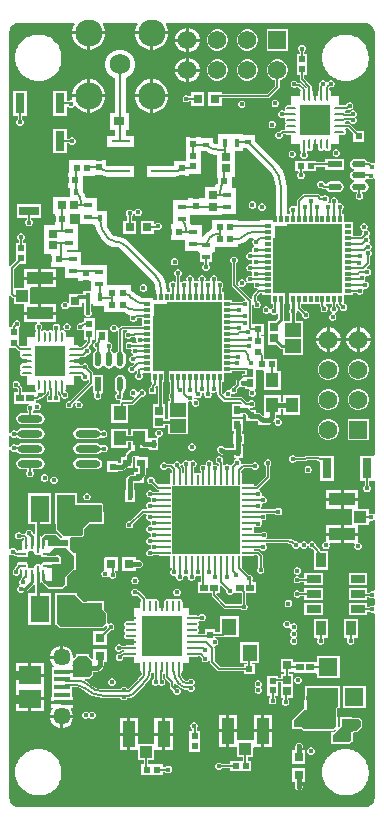
<source format=gtl>
G04*
G04 #@! TF.GenerationSoftware,Altium Limited,Altium Designer,24.9.1 (31)*
G04*
G04 Layer_Physical_Order=1*
G04 Layer_Color=255*
%FSLAX44Y44*%
%MOMM*%
G71*
G04*
G04 #@! TF.SameCoordinates,C615B3E7-4A0B-44CC-A6BC-150B9DE6E2D7*
G04*
G04*
G04 #@! TF.FilePolarity,Positive*
G04*
G01*
G75*
%ADD12C,0.1524*%
%ADD13C,0.2540*%
%ADD20C,0.5000*%
%ADD21R,0.8000X1.7000*%
%ADD22R,0.6500X0.6000*%
%ADD23R,0.4000X0.5000*%
%ADD24R,0.5500X0.6000*%
%ADD25R,0.5121X0.5811*%
%ADD26R,0.6500X0.7000*%
%ADD27R,0.6000X0.5500*%
%ADD28C,1.7300*%
%ADD29R,0.6725X0.7154*%
%ADD30R,0.8128X0.2540*%
%ADD31R,0.2540X0.8128*%
%ADD32R,1.7000X0.8000*%
%ADD33O,2.0500X0.6000*%
%ADD34R,1.6000X1.5000*%
%ADD35R,2.6000X2.6000*%
G04:AMPARAMS|DCode=36|XSize=0.25mm|YSize=0.8mm|CornerRadius=0.125mm|HoleSize=0mm|Usage=FLASHONLY|Rotation=0.000|XOffset=0mm|YOffset=0mm|HoleType=Round|Shape=RoundedRectangle|*
%AMROUNDEDRECTD36*
21,1,0.2500,0.5500,0,0,0.0*
21,1,0.0000,0.8000,0,0,0.0*
1,1,0.2500,0.0000,-0.2750*
1,1,0.2500,0.0000,-0.2750*
1,1,0.2500,0.0000,0.2750*
1,1,0.2500,0.0000,0.2750*
%
%ADD36ROUNDEDRECTD36*%
G04:AMPARAMS|DCode=37|XSize=0.8mm|YSize=0.25mm|CornerRadius=0.125mm|HoleSize=0mm|Usage=FLASHONLY|Rotation=0.000|XOffset=0mm|YOffset=0mm|HoleType=Round|Shape=RoundedRectangle|*
%AMROUNDEDRECTD37*
21,1,0.8000,0.0000,0,0,0.0*
21,1,0.5500,0.2500,0,0,0.0*
1,1,0.2500,0.2750,0.0000*
1,1,0.2500,-0.2750,0.0000*
1,1,0.2500,-0.2750,0.0000*
1,1,0.2500,0.2750,0.0000*
%
%ADD37ROUNDEDRECTD37*%
%ADD38R,0.8000X0.2500*%
%ADD39R,0.6153X0.5725*%
%ADD40R,0.5393X0.4725*%
%ADD41R,0.4725X0.5393*%
%ADD42R,0.5200X0.5200*%
%ADD43R,1.0500X0.6500*%
%ADD44R,0.7200X0.7600*%
%ADD45R,0.5725X0.6153*%
%ADD46R,0.7600X0.7200*%
%ADD47R,0.4100X0.6600*%
%ADD48R,0.5000X0.4000*%
%ADD49R,0.5200X0.5200*%
%ADD50R,1.4986X0.2032*%
%ADD51R,0.8000X0.8000*%
%ADD52R,1.1000X1.3000*%
%ADD53R,0.6750X0.6000*%
%ADD54R,0.4500X0.6750*%
G04:AMPARAMS|DCode=55|XSize=1.2052mm|YSize=0.5298mm|CornerRadius=0.2649mm|HoleSize=0mm|Usage=FLASHONLY|Rotation=90.000|XOffset=0mm|YOffset=0mm|HoleType=Round|Shape=RoundedRectangle|*
%AMROUNDEDRECTD55*
21,1,1.2052,0.0000,0,0,90.0*
21,1,0.6754,0.5298,0,0,90.0*
1,1,0.5298,0.0000,0.3377*
1,1,0.5298,0.0000,-0.3377*
1,1,0.5298,0.0000,-0.3377*
1,1,0.5298,0.0000,0.3377*
%
%ADD55ROUNDEDRECTD55*%
%ADD56R,0.5298X1.2052*%
%ADD57R,0.6000X0.6500*%
%ADD58R,1.3562X1.1544*%
%ADD59R,0.6000X0.6750*%
%ADD60R,0.5500X0.5500*%
%ADD61R,0.5811X0.5121*%
%ADD62R,0.6750X0.4500*%
%ADD63R,0.8000X0.8000*%
%ADD64R,0.6600X0.4100*%
G04:AMPARAMS|DCode=65|XSize=1.2052mm|YSize=0.5298mm|CornerRadius=0.2649mm|HoleSize=0mm|Usage=FLASHONLY|Rotation=0.000|XOffset=0mm|YOffset=0mm|HoleType=Round|Shape=RoundedRectangle|*
%AMROUNDEDRECTD65*
21,1,1.2052,0.0000,0,0,0.0*
21,1,0.6754,0.5298,0,0,0.0*
1,1,0.5298,0.3377,0.0000*
1,1,0.5298,-0.3377,0.0000*
1,1,0.5298,-0.3377,0.0000*
1,1,0.5298,0.3377,0.0000*
%
%ADD65ROUNDEDRECTD65*%
%ADD66R,1.2052X0.5298*%
%ADD67R,2.6000X2.6000*%
G04:AMPARAMS|DCode=68|XSize=0.25mm|YSize=0.8mm|CornerRadius=0.125mm|HoleSize=0mm|Usage=FLASHONLY|Rotation=90.000|XOffset=0mm|YOffset=0mm|HoleType=Round|Shape=RoundedRectangle|*
%AMROUNDEDRECTD68*
21,1,0.2500,0.5500,0,0,90.0*
21,1,0.0000,0.8000,0,0,90.0*
1,1,0.2500,0.2750,0.0000*
1,1,0.2500,0.2750,0.0000*
1,1,0.2500,-0.2750,0.0000*
1,1,0.2500,-0.2750,0.0000*
%
%ADD68ROUNDEDRECTD68*%
G04:AMPARAMS|DCode=69|XSize=0.8mm|YSize=0.25mm|CornerRadius=0.125mm|HoleSize=0mm|Usage=FLASHONLY|Rotation=90.000|XOffset=0mm|YOffset=0mm|HoleType=Round|Shape=RoundedRectangle|*
%AMROUNDEDRECTD69*
21,1,0.8000,0.0000,0,0,90.0*
21,1,0.5500,0.2500,0,0,90.0*
1,1,0.2500,0.0000,0.2750*
1,1,0.2500,0.0000,-0.2750*
1,1,0.2500,0.0000,-0.2750*
1,1,0.2500,0.0000,0.2750*
%
%ADD69ROUNDEDRECTD69*%
%ADD70R,0.2500X0.8000*%
%ADD71R,0.5153X0.4725*%
%ADD72O,0.2000X0.8500*%
%ADD73O,0.8500X0.2000*%
%ADD74R,3.5000X3.5000*%
%ADD75R,1.2500X0.6500*%
%ADD76R,0.8500X1.2500*%
%ADD77R,1.9000X1.5000*%
%ADD78R,1.3500X0.4000*%
%ADD79R,1.5549X2.3062*%
G04:AMPARAMS|DCode=80|XSize=0.625mm|YSize=0.25mm|CornerRadius=0.05mm|HoleSize=0mm|Usage=FLASHONLY|Rotation=0.000|XOffset=0mm|YOffset=0mm|HoleType=Round|Shape=RoundedRectangle|*
%AMROUNDEDRECTD80*
21,1,0.6250,0.1500,0,0,0.0*
21,1,0.5250,0.2500,0,0,0.0*
1,1,0.1000,0.2625,-0.0750*
1,1,0.1000,-0.2625,-0.0750*
1,1,0.1000,-0.2625,0.0750*
1,1,0.1000,0.2625,0.0750*
%
%ADD80ROUNDEDRECTD80*%
G04:AMPARAMS|DCode=81|XSize=0.25mm|YSize=0.675mm|CornerRadius=0.05mm|HoleSize=0mm|Usage=FLASHONLY|Rotation=0.000|XOffset=0mm|YOffset=0mm|HoleType=Round|Shape=RoundedRectangle|*
%AMROUNDEDRECTD81*
21,1,0.2500,0.5750,0,0,0.0*
21,1,0.1500,0.6750,0,0,0.0*
1,1,0.1000,0.0750,-0.2875*
1,1,0.1000,-0.0750,-0.2875*
1,1,0.1000,-0.0750,0.2875*
1,1,0.1000,0.0750,0.2875*
%
%ADD81ROUNDEDRECTD81*%
G04:AMPARAMS|DCode=82|XSize=0.25mm|YSize=0.975mm|CornerRadius=0.05mm|HoleSize=0mm|Usage=FLASHONLY|Rotation=0.000|XOffset=0mm|YOffset=0mm|HoleType=Round|Shape=RoundedRectangle|*
%AMROUNDEDRECTD82*
21,1,0.2500,0.8750,0,0,0.0*
21,1,0.1500,0.9750,0,0,0.0*
1,1,0.1000,0.0750,-0.4375*
1,1,0.1000,-0.0750,-0.4375*
1,1,0.1000,-0.0750,0.4375*
1,1,0.1000,0.0750,0.4375*
%
%ADD82ROUNDEDRECTD82*%
G04:AMPARAMS|DCode=83|XSize=1.225mm|YSize=0.25mm|CornerRadius=0.05mm|HoleSize=0mm|Usage=FLASHONLY|Rotation=0.000|XOffset=0mm|YOffset=0mm|HoleType=Round|Shape=RoundedRectangle|*
%AMROUNDEDRECTD83*
21,1,1.2250,0.1500,0,0,0.0*
21,1,1.1250,0.2500,0,0,0.0*
1,1,0.1000,0.5625,-0.0750*
1,1,0.1000,-0.5625,-0.0750*
1,1,0.1000,-0.5625,0.0750*
1,1,0.1000,0.5625,0.0750*
%
%ADD83ROUNDEDRECTD83*%
%ADD84R,1.2000X1.4000*%
%ADD85R,0.6500X1.0500*%
%ADD86R,0.7000X0.7000*%
%ADD87R,0.8500X0.6500*%
%ADD94R,5.7404X5.7404*%
%ADD111R,1.0500X1.0000*%
%ADD112R,2.2000X1.0500*%
%ADD113R,1.0000X1.0500*%
%ADD114R,1.0500X2.2000*%
%ADD115C,2.3000*%
%ADD116C,1.5700*%
%ADD117R,1.5700X1.5700*%
%ADD118R,1.5700X1.5700*%
%ADD121C,0.1270*%
%ADD122R,5.6000X5.6000*%
%ADD123R,0.3000X0.5500*%
%ADD124R,0.5500X0.3000*%
%ADD125C,0.2032*%
%ADD126C,0.3810*%
%ADD127C,0.3048*%
%ADD128C,0.1397*%
%ADD129C,0.7620*%
%ADD130C,1.4500*%
%ADD131C,0.4064*%
G36*
X307439Y668097D02*
X308976Y667460D01*
X310359Y666536D01*
X311536Y665359D01*
X312460Y663976D01*
X313097Y662439D01*
X313422Y660807D01*
X313422Y659975D01*
X313426Y549725D01*
X312410Y549200D01*
X311627Y549524D01*
X310466D01*
X310154Y549837D01*
X309541Y550247D01*
X308817Y550391D01*
X307943D01*
X307074Y551692D01*
X305609Y552670D01*
X303882Y553014D01*
X297128D01*
X295400Y552670D01*
X293936Y551692D01*
X292957Y550227D01*
X292614Y548500D01*
X292957Y546773D01*
X293936Y545308D01*
X295400Y544330D01*
X295711Y544268D01*
Y543232D01*
X295400Y543170D01*
X293936Y542192D01*
X292957Y540727D01*
X292614Y539000D01*
X292957Y537273D01*
X293936Y535808D01*
X295400Y534830D01*
X295711Y534768D01*
Y533732D01*
X295400Y533670D01*
X293936Y532692D01*
X292957Y531227D01*
X292614Y529500D01*
X292957Y527773D01*
X293936Y526308D01*
X295400Y525330D01*
X297128Y524986D01*
X298614D01*
Y523929D01*
X297973Y523288D01*
X297497Y522140D01*
Y520897D01*
X297973Y519748D01*
X298851Y518870D01*
X300000Y518394D01*
X301243D01*
X302391Y518870D01*
X303270Y519748D01*
X303745Y520897D01*
Y522140D01*
X303270Y523288D01*
X302587Y523970D01*
X302859Y524986D01*
X303882D01*
X305609Y525330D01*
X307074Y526308D01*
X308052Y527773D01*
X308396Y529500D01*
X308052Y531227D01*
X307074Y532692D01*
X305609Y533670D01*
X305298Y533732D01*
Y534768D01*
X305609Y534830D01*
X307074Y535808D01*
X307404Y536303D01*
X308416Y536403D01*
X308615Y536204D01*
X309763Y535728D01*
X311006D01*
X312154Y536204D01*
X312411Y536460D01*
X313427Y536039D01*
X313436Y302022D01*
X312420Y301278D01*
X301222D01*
Y280722D01*
X305110D01*
Y276528D01*
X304351Y275770D01*
X303876Y274621D01*
Y273379D01*
X304351Y272230D01*
X305230Y271351D01*
X306379Y270876D01*
X307621D01*
X308770Y271351D01*
X309649Y272230D01*
X310124Y273379D01*
Y274621D01*
X309649Y275770D01*
X308890Y276528D01*
Y280722D01*
X312421D01*
X312778Y280722D01*
X313437Y279979D01*
X313438Y252407D01*
X312422Y251986D01*
X312091Y252317D01*
X310942Y252792D01*
X309699D01*
X309294Y252624D01*
X308278Y253303D01*
Y256778D01*
X300481D01*
X299540Y256960D01*
X299540Y257794D01*
Y263480D01*
X287270D01*
Y256960D01*
X293281D01*
X294222Y256778D01*
X294222Y255944D01*
X294222Y243222D01*
X293281Y243040D01*
X287270D01*
Y236520D01*
X299540D01*
X299540Y243040D01*
X300481Y243222D01*
X308278D01*
Y246033D01*
X309294Y246712D01*
X309699Y246544D01*
X310942D01*
X312091Y247019D01*
X312422Y247351D01*
X313438Y246930D01*
X313440Y187672D01*
X312424Y186993D01*
X312108Y187124D01*
X310865D01*
X309717Y186649D01*
X308959Y185891D01*
X307378D01*
Y189428D01*
X291322D01*
Y179372D01*
X307378D01*
Y182109D01*
X308959D01*
X309717Y181351D01*
X310865Y180876D01*
X312108D01*
X312424Y181007D01*
X313440Y180328D01*
X313441Y175372D01*
X312425Y174694D01*
X312109Y174824D01*
X310866D01*
X309717Y174349D01*
X308959Y173591D01*
X307378D01*
Y176728D01*
X291322D01*
Y166672D01*
X307378D01*
Y169810D01*
X308959D01*
X309717Y169052D01*
X310866Y168576D01*
X312109D01*
X312425Y168707D01*
X313441Y168028D01*
X313447Y12525D01*
Y11693D01*
X313122Y10061D01*
X312486Y8524D01*
X311561Y7141D01*
X310385Y5964D01*
X309001Y5040D01*
X307464Y4403D01*
X305832Y4078D01*
X305000Y4078D01*
X12525Y4078D01*
X11693D01*
X10061Y4403D01*
X8524Y5040D01*
X7141Y5964D01*
X5964Y7140D01*
X5040Y8524D01*
X4403Y10061D01*
X4078Y11693D01*
X4078Y12525D01*
Y217899D01*
X5094Y218319D01*
X5480Y217934D01*
X6628Y217458D01*
X7871D01*
X8236Y217610D01*
X8432Y217413D01*
X9046Y217003D01*
X9769Y216859D01*
X10603D01*
X10938Y216358D01*
X11691Y215854D01*
X12580Y215677D01*
X17830D01*
X18719Y215854D01*
X19473Y216358D01*
X19976Y217111D01*
X20153Y218000D01*
Y219500D01*
X19976Y220389D01*
X20075Y220585D01*
X21320Y220935D01*
X21441Y220854D01*
X22330Y220677D01*
X23830D01*
X23992Y220709D01*
X25000Y220005D01*
X25016Y219956D01*
X25184Y219111D01*
X25688Y218358D01*
X26441Y217854D01*
X27330Y217677D01*
X28830D01*
X29719Y217854D01*
X29992Y218036D01*
X30187Y218029D01*
X31089Y217591D01*
X31184Y217111D01*
X31688Y216358D01*
X32441Y215854D01*
X33330Y215677D01*
X38580D01*
X39469Y215854D01*
X40163Y216318D01*
X45707D01*
X46568Y215457D01*
Y211490D01*
X46549Y211471D01*
X40080D01*
X39864Y211382D01*
X39469Y211646D01*
X38580Y211823D01*
X33330D01*
X32441Y211646D01*
X31688Y211142D01*
X31184Y210389D01*
X31089Y209909D01*
X30187Y209471D01*
X29992Y209464D01*
X29719Y209646D01*
X28830Y209823D01*
X27330D01*
X26441Y209646D01*
X25688Y209142D01*
X25184Y208389D01*
X25016Y207544D01*
X25000Y207495D01*
X23992Y206791D01*
X23830Y206823D01*
X22330D01*
X21441Y206646D01*
X21320Y206565D01*
X20075Y206915D01*
X19976Y207111D01*
X20062Y207545D01*
X20153Y208000D01*
Y209500D01*
X19976Y210389D01*
X19473Y211142D01*
X18719Y211646D01*
X17830Y211823D01*
X12580D01*
X11691Y211646D01*
X10938Y211142D01*
X10434Y210389D01*
X10258Y209500D01*
Y208351D01*
X9235Y207328D01*
X8825Y206715D01*
X8694Y206055D01*
X8316Y205898D01*
X7437Y205020D01*
X6962Y203871D01*
Y202628D01*
X7437Y201480D01*
X8316Y200601D01*
X9464Y200126D01*
X10707D01*
X11855Y200601D01*
X12734Y201480D01*
X13210Y202628D01*
Y203871D01*
X12880Y204667D01*
X13363Y205523D01*
X13507Y205539D01*
X14417Y205461D01*
X15040Y204661D01*
X15008Y204500D01*
Y199467D01*
X14611Y199071D01*
X14145Y198373D01*
X13981Y197551D01*
X13981Y197551D01*
Y197285D01*
X13972Y197281D01*
X13094Y196402D01*
X12618Y195254D01*
Y194011D01*
X13068Y192925D01*
X13090Y192853D01*
X12745Y191775D01*
X12203Y191550D01*
X11324Y190671D01*
X10848Y189523D01*
Y188280D01*
X11324Y187132D01*
X12203Y186253D01*
X13351Y185777D01*
X14594D01*
X15742Y186253D01*
X16274Y186785D01*
X17641D01*
X18563Y186968D01*
X19344Y187490D01*
X24656Y192802D01*
X25174Y192710D01*
X25672Y192430D01*
Y185309D01*
X20191D01*
Y158691D01*
X39296D01*
Y185309D01*
X30489D01*
Y194286D01*
X30986Y194565D01*
X31505Y194657D01*
X32865Y193297D01*
X32968Y193228D01*
X32994Y193164D01*
X36684Y189474D01*
X37520Y189128D01*
X48372D01*
X49208Y189474D01*
X51326Y191592D01*
X53210D01*
Y199538D01*
X58644Y204972D01*
X60528D01*
Y219028D01*
X58644D01*
X54989Y222683D01*
X55377Y223622D01*
X55878D01*
X55878Y232378D01*
X56712Y232818D01*
X65250D01*
X66086Y233164D01*
X67336Y234414D01*
X67682Y235250D01*
Y240010D01*
X71644Y243972D01*
X84028D01*
Y254028D01*
X83432D01*
Y260128D01*
X83086Y260963D01*
X82250Y261310D01*
X61809D01*
Y270309D01*
X42704D01*
Y243691D01*
X43300D01*
Y239518D01*
X43646Y238682D01*
X48934Y233394D01*
X48609Y232378D01*
X47294D01*
X44194Y235478D01*
X43358Y235824D01*
X34784D01*
X33948Y235478D01*
X33707Y235237D01*
X33646Y235225D01*
X32865Y234703D01*
X31505Y233343D01*
X30986Y233435D01*
X30489Y233714D01*
Y243691D01*
X39296D01*
Y270309D01*
X20191D01*
Y243691D01*
X25672D01*
Y236032D01*
X24700Y235602D01*
X24124Y236112D01*
Y236621D01*
X23649Y237770D01*
X22770Y238649D01*
X21621Y239124D01*
X20379D01*
X19230Y238649D01*
X18351Y237770D01*
X17876Y236621D01*
Y236511D01*
X16860Y235840D01*
X16606Y235891D01*
X14528D01*
X13770Y236649D01*
X12621Y237124D01*
X11379D01*
X10230Y236649D01*
X9351Y235770D01*
X8876Y234621D01*
Y233379D01*
X9351Y232230D01*
X10230Y231351D01*
X11379Y230876D01*
X12621D01*
X13770Y231351D01*
X14528Y232110D01*
X15823D01*
X16190Y231743D01*
Y230728D01*
X15688Y230392D01*
X15184Y229639D01*
X15008Y228750D01*
Y223000D01*
X15040Y222839D01*
X14248Y221823D01*
X12580D01*
X11691Y221646D01*
X11312Y221392D01*
X10251Y221667D01*
X10150Y221744D01*
X9898Y222352D01*
X9019Y223231D01*
X7871Y223707D01*
X6628D01*
X5480Y223231D01*
X5094Y222846D01*
X4078Y223267D01*
Y306806D01*
X5094Y307008D01*
X5361Y306364D01*
X6240Y305485D01*
X7388Y305009D01*
X8631D01*
X9779Y305485D01*
X10777Y305046D01*
X11305Y304255D01*
X12886Y303199D01*
X14750Y302828D01*
X29250D01*
X31114Y303199D01*
X32695Y304255D01*
X33751Y305836D01*
X34122Y307700D01*
X33751Y309564D01*
X32695Y311145D01*
X31114Y312201D01*
X29250Y312572D01*
X14750D01*
X12886Y312201D01*
X11305Y311145D01*
X10994Y310678D01*
X9983Y310579D01*
X9779Y310782D01*
X8631Y311257D01*
X7388D01*
X6240Y310782D01*
X5361Y309903D01*
X5094Y309259D01*
X4078Y309461D01*
Y318649D01*
X5094Y318851D01*
X5351Y318230D01*
X6230Y317351D01*
X7379Y316876D01*
X8621D01*
X9770Y317351D01*
X9965Y317547D01*
X10976Y317447D01*
X11305Y316955D01*
X12886Y315899D01*
X14750Y315528D01*
X29250D01*
X31114Y315899D01*
X32695Y316955D01*
X33751Y318536D01*
X34122Y320400D01*
X33751Y322264D01*
X32695Y323845D01*
X31114Y324901D01*
X29250Y325272D01*
X14750D01*
X12886Y324901D01*
X11305Y323845D01*
X10787Y323069D01*
X9770Y322649D01*
X9462Y322776D01*
X8621Y323124D01*
X7379D01*
X6230Y322649D01*
X5351Y321770D01*
X5094Y321149D01*
X4078Y321351D01*
X4078Y392972D01*
X9854D01*
X11675Y391151D01*
X12289Y390741D01*
X12972Y390605D01*
Y388972D01*
X12972Y388972D01*
X13103Y387956D01*
X12913Y387000D01*
X13148Y385818D01*
X13817Y384817D01*
X14819Y384148D01*
X16000Y383913D01*
X18750D01*
Y380087D01*
X16000D01*
X14819Y379852D01*
X13817Y379183D01*
X13148Y378181D01*
X12913Y377000D01*
X13148Y375819D01*
X13545Y375224D01*
X13734Y374500D01*
X13545Y373777D01*
X13148Y373181D01*
X12913Y372000D01*
X13148Y370818D01*
X13817Y369817D01*
X14819Y369148D01*
X16000Y368913D01*
X18750D01*
Y361750D01*
X25913D01*
Y359000D01*
X26148Y357818D01*
X26817Y356817D01*
X26721Y355659D01*
X26457Y355428D01*
X15165D01*
Y358726D01*
X15021Y359449D01*
X14611Y360062D01*
X13124Y361549D01*
Y362621D01*
X12649Y363770D01*
X11770Y364649D01*
X10621Y365124D01*
X9379D01*
X8230Y364649D01*
X7351Y363770D01*
X6876Y362621D01*
Y361379D01*
X7351Y360230D01*
X8230Y359351D01*
X9379Y358876D01*
X10451D01*
X11384Y357943D01*
Y355428D01*
X8246D01*
Y345872D01*
X20530D01*
X20732Y344856D01*
X20230Y344649D01*
X19351Y343770D01*
X18876Y342621D01*
Y341379D01*
X19351Y340230D01*
X20110Y339472D01*
Y337972D01*
X14750D01*
X12886Y337601D01*
X11305Y336545D01*
X10249Y334964D01*
X9878Y333100D01*
X10249Y331236D01*
X11305Y329655D01*
X12886Y328599D01*
X14750Y328228D01*
X29250D01*
X31114Y328599D01*
X32695Y329655D01*
X33751Y331236D01*
X34122Y333100D01*
X33751Y334964D01*
X32695Y336545D01*
X31114Y337601D01*
X29250Y337972D01*
X23891D01*
Y339472D01*
X24649Y340230D01*
X24790Y340571D01*
X25988Y340810D01*
X26054Y340744D01*
X27202Y340268D01*
X28445D01*
X29594Y340744D01*
X30472Y341623D01*
X30948Y342771D01*
Y344014D01*
X30472Y345162D01*
X29594Y346041D01*
X28445Y346516D01*
X27202D01*
X26802Y346784D01*
Y348760D01*
X27311D01*
X28034Y348904D01*
X28647Y349314D01*
X29381Y350047D01*
X30476D01*
X31624Y350523D01*
X32264Y351162D01*
X32724Y351253D01*
X33337Y351663D01*
X35337Y353663D01*
X35747Y354277D01*
X35891Y355000D01*
Y356064D01*
X36789Y356659D01*
X37223Y356545D01*
X37819Y356148D01*
X37834Y356145D01*
Y353542D01*
X37829Y353535D01*
X37743Y353100D01*
X37152Y352856D01*
X36273Y351977D01*
X35798Y350828D01*
Y349585D01*
X36273Y348437D01*
X37152Y347558D01*
X38300Y347083D01*
X39543D01*
X40692Y347558D01*
X41500Y348367D01*
X42308Y347558D01*
X43457Y347083D01*
X44700D01*
X45848Y347558D01*
X46727Y348437D01*
X47202Y349585D01*
Y350828D01*
X46727Y351977D01*
X45848Y352856D01*
X45304Y353081D01*
Y353958D01*
X45170Y354632D01*
X45166Y354638D01*
Y356145D01*
X45181Y356148D01*
X45777Y356545D01*
X46211Y356659D01*
X47109Y356064D01*
Y355000D01*
X47253Y354277D01*
X47663Y353663D01*
X47876Y353451D01*
Y352379D01*
X48351Y351230D01*
X49230Y350351D01*
X50379Y349876D01*
X51621D01*
X52770Y350351D01*
X53649Y351230D01*
X54124Y352379D01*
Y353621D01*
X53649Y354770D01*
X52770Y355649D01*
X51800Y356050D01*
X51722Y356147D01*
X51495Y356702D01*
X51399Y357140D01*
X51852Y357818D01*
X52087Y359000D01*
Y361750D01*
X59250D01*
Y368913D01*
X62000D01*
X63182Y369148D01*
X63447Y369325D01*
X64783Y369025D01*
X64920Y368795D01*
X64876Y368688D01*
Y367445D01*
X65351Y366296D01*
X66230Y365418D01*
X67379Y364942D01*
X68621D01*
X69770Y365418D01*
X70258Y365905D01*
X71274Y365485D01*
Y363947D01*
X55451Y348124D01*
X54379D01*
X53230Y347649D01*
X52351Y346770D01*
X51876Y345621D01*
Y344379D01*
X52351Y343230D01*
X53230Y342351D01*
X54379Y341876D01*
X55621D01*
X56770Y342351D01*
X57649Y343230D01*
X58124Y344379D01*
Y345451D01*
X59379Y346706D01*
X60241Y346130D01*
X60030Y345621D01*
Y344379D01*
X60506Y343230D01*
X61384Y342351D01*
X62533Y341876D01*
X63776D01*
X64924Y342351D01*
X65803Y343230D01*
X66278Y344379D01*
Y345621D01*
X65803Y346770D01*
X64924Y347649D01*
X63776Y348124D01*
X62533D01*
X62024Y347913D01*
X61448Y348775D01*
X73721Y361048D01*
X74737Y360627D01*
Y354537D01*
X75682D01*
X75907Y354278D01*
X76248Y353521D01*
X75876Y352621D01*
Y351379D01*
X76351Y350230D01*
X77230Y349351D01*
X78379Y348876D01*
X79621D01*
X80770Y349351D01*
X81649Y350230D01*
X82124Y351379D01*
Y352621D01*
X81752Y353521D01*
X82093Y354278D01*
X82318Y354537D01*
X83591D01*
Y370145D01*
X75055D01*
Y371836D01*
X74911Y372559D01*
X74501Y373172D01*
X71124Y376549D01*
Y377621D01*
X70649Y378770D01*
X69770Y379649D01*
X68621Y380124D01*
X67379D01*
X66230Y379649D01*
X65472Y378890D01*
X64378D01*
X64183Y379183D01*
X63182Y379852D01*
X62000Y380087D01*
X59250D01*
Y383913D01*
X62000D01*
X63182Y384148D01*
X64183Y384817D01*
X64378Y385109D01*
X66623D01*
X67347Y385253D01*
X67960Y385663D01*
X69549Y387253D01*
X70621D01*
X71770Y387728D01*
X72649Y388607D01*
X73124Y389755D01*
Y390998D01*
X72649Y392147D01*
X71770Y393025D01*
X71456Y393155D01*
X71217Y394354D01*
X73337Y396473D01*
X73747Y397086D01*
X73891Y397810D01*
Y399972D01*
X76528D01*
Y408472D01*
Y418028D01*
X67472D01*
Y415140D01*
X66964D01*
X66241Y414997D01*
X65627Y414587D01*
X65079Y414038D01*
X64871Y414124D01*
X63629D01*
X62480Y413649D01*
X61601Y412770D01*
X61126Y411621D01*
Y410379D01*
X61601Y409230D01*
X62480Y408351D01*
X63629Y407876D01*
X64871D01*
X66020Y408351D01*
X66456Y408788D01*
X67263Y408537D01*
X67472Y408367D01*
Y399972D01*
X70110D01*
Y398593D01*
X68211Y396694D01*
X67986Y396650D01*
X67373Y396240D01*
X65284Y394151D01*
X64183Y394183D01*
X63182Y394852D01*
X62000Y395087D01*
X59250D01*
Y402250D01*
X52087D01*
Y405000D01*
X51852Y406181D01*
X51183Y407183D01*
X50181Y407852D01*
X49000Y408087D01*
X47818Y407852D01*
X47274Y407488D01*
X47154Y407519D01*
X47073Y407595D01*
X46652Y408509D01*
X47127Y409658D01*
Y410901D01*
X46652Y412049D01*
X45773Y412928D01*
X44625Y413403D01*
X43382D01*
X42234Y412928D01*
X41355Y412049D01*
X40879Y410901D01*
Y409658D01*
X41355Y408509D01*
X40930Y407597D01*
X40842Y407515D01*
X40729Y407486D01*
X40181Y407852D01*
X39000Y408087D01*
X37819Y407852D01*
X37223Y407455D01*
X36500Y407266D01*
X35777Y407455D01*
X35182Y407852D01*
X34000Y408087D01*
X32819Y407852D01*
X32223Y407455D01*
X31955Y407384D01*
X31287Y407839D01*
X31196Y408735D01*
X31575Y409114D01*
X32051Y410262D01*
Y411505D01*
X31575Y412654D01*
X30696Y413532D01*
X30306Y413694D01*
X30508Y414710D01*
X43540D01*
Y421230D01*
X30000D01*
X16460D01*
Y414710D01*
X27345D01*
X27547Y413694D01*
X27157Y413532D01*
X26278Y412654D01*
X25802Y411505D01*
Y410262D01*
X26278Y409114D01*
X27065Y408327D01*
X27006Y407309D01*
X26817Y407183D01*
X26148Y406181D01*
X25913Y405000D01*
Y402250D01*
X18750D01*
Y395028D01*
X13146D01*
X12528Y395646D01*
Y401972D01*
Y410977D01*
X13080Y411529D01*
X13556Y412677D01*
Y413920D01*
X13080Y415069D01*
X12201Y415947D01*
X11053Y416423D01*
X9810D01*
X8662Y415947D01*
X7783Y415069D01*
X7308Y413920D01*
Y412848D01*
X6663Y412204D01*
X6253Y411591D01*
X6141Y411028D01*
X4078D01*
Y436811D01*
X5094Y437232D01*
X6413Y435913D01*
X7027Y435503D01*
X7722Y435365D01*
Y430472D01*
X15519D01*
X16460Y430290D01*
X16460Y429456D01*
Y423770D01*
X28730D01*
Y430290D01*
X22719D01*
X21778Y430472D01*
X21778Y431306D01*
X21778Y444028D01*
X22719Y444210D01*
X28730D01*
Y450730D01*
X16460D01*
X16460Y444210D01*
X15519Y444028D01*
X7890D01*
Y459717D01*
X12146Y463972D01*
X18528D01*
Y472472D01*
Y482028D01*
X15891D01*
Y484414D01*
X16544Y485067D01*
X17020Y486216D01*
Y487458D01*
X16544Y488607D01*
X15665Y489486D01*
X14517Y489961D01*
X13274D01*
X12126Y489486D01*
X11247Y488607D01*
X10771Y487458D01*
Y486216D01*
X11247Y485067D01*
X12110Y484205D01*
Y482028D01*
X9472D01*
Y472472D01*
Y466646D01*
X5094Y462268D01*
X4078Y462689D01*
Y659975D01*
Y660807D01*
X4403Y662439D01*
X5040Y663976D01*
X5964Y665359D01*
X7140Y666536D01*
X8524Y667460D01*
X10061Y668097D01*
X11693Y668422D01*
X12525Y668422D01*
X59029D01*
X59616Y667406D01*
X58267Y665069D01*
X57310Y661498D01*
Y660920D01*
X85390D01*
Y661498D01*
X84433Y665069D01*
X83084Y667406D01*
X83671Y668422D01*
X112329D01*
X112916Y667406D01*
X111567Y665069D01*
X110610Y661498D01*
Y660920D01*
X138690D01*
Y661498D01*
X137733Y665069D01*
X136384Y667406D01*
X136971Y668422D01*
X305807D01*
X307439Y668097D01*
D02*
G37*
G36*
X60031Y260128D02*
X82250D01*
Y245750D01*
X71750D01*
X66500Y240500D01*
Y235250D01*
X65250Y234000D01*
X50000D01*
X44482Y239518D01*
Y268531D01*
X60031D01*
Y260128D01*
D02*
G37*
G36*
X47400Y230600D02*
X54100D01*
Y225400D01*
X36680D01*
Y230250D01*
X31830D01*
Y231688D01*
X34784Y234642D01*
X43358D01*
X47400Y230600D01*
D02*
G37*
G36*
X58750Y217250D02*
Y206750D01*
X51432Y199432D01*
Y193370D01*
X48372Y190310D01*
X37520D01*
X33830Y194000D01*
Y196000D01*
X40080D01*
Y200295D01*
Y210289D01*
X47039D01*
X47750Y211000D01*
Y215947D01*
X46197Y217500D01*
X38580D01*
Y220330D01*
X42250Y224000D01*
X52000D01*
X58750Y217250D01*
D02*
G37*
%LPC*%
G36*
X290401Y658328D02*
X288892D01*
X288880Y658326D01*
X288868Y658328D01*
X288425Y658325D01*
X286939D01*
X286545Y658247D01*
X286143D01*
X283210Y657663D01*
X282838Y657510D01*
X282445Y657431D01*
X279681Y656287D01*
X279347Y656064D01*
X278976Y655910D01*
X276489Y654248D01*
X276205Y653964D01*
X275871Y653741D01*
X273756Y651626D01*
X273533Y651292D01*
X273249Y651008D01*
X271588Y648521D01*
X271434Y648150D01*
X271211Y647816D01*
X270066Y645053D01*
X269988Y644659D01*
X269834Y644288D01*
X269251Y641354D01*
Y640953D01*
X269172Y640559D01*
Y637209D01*
X269251Y636815D01*
Y636414D01*
X269846Y633422D01*
X269999Y633051D01*
X270078Y632657D01*
X271245Y629839D01*
X271468Y629505D01*
X271622Y629134D01*
X273316Y626598D01*
X273600Y626314D01*
X273824Y625980D01*
X275980Y623823D01*
X276314Y623600D01*
X276598Y623316D01*
X279135Y621621D01*
X279506Y621468D01*
X279840Y621244D01*
X282658Y620077D01*
X283051Y619999D01*
X283423Y619845D01*
X286414Y619250D01*
X286816D01*
X287210Y619172D01*
X291199D01*
X291593Y619250D01*
X291994D01*
X294783Y619805D01*
X295155Y619958D01*
X295549Y620037D01*
X298176Y621125D01*
X298510Y621348D01*
X298881Y621502D01*
X301245Y623082D01*
X301530Y623366D01*
X301864Y623589D01*
X303874Y625600D01*
X304098Y625934D01*
X304382Y626218D01*
X305961Y628582D01*
X306115Y628954D01*
X306338Y629288D01*
X307427Y631915D01*
X307505Y632309D01*
X307659Y632680D01*
X308214Y635469D01*
Y635871D01*
X308292Y636265D01*
Y640436D01*
X308214Y640830D01*
Y641232D01*
X307625Y644192D01*
X307471Y644563D01*
X307393Y644957D01*
X306238Y647746D01*
X306014Y648080D01*
X305861Y648451D01*
X304184Y650960D01*
X303900Y651245D01*
X303677Y651579D01*
X301543Y653713D01*
X301209Y653936D01*
X300924Y654220D01*
X298415Y655897D01*
X298044Y656050D01*
X297710Y656273D01*
X294921Y657429D01*
X294527Y657507D01*
X294156Y657661D01*
X291196Y658250D01*
X290795D01*
X290401Y658328D01*
D02*
G37*
G36*
X30401D02*
X28891D01*
X28880Y658326D01*
X28868Y658328D01*
X28425Y658325D01*
X26939D01*
X26545Y658247D01*
X26143D01*
X23210Y657663D01*
X22838Y657510D01*
X22445Y657431D01*
X19681Y656287D01*
X19347Y656064D01*
X18976Y655910D01*
X16489Y654248D01*
X16205Y653964D01*
X15871Y653741D01*
X13756Y651626D01*
X13533Y651292D01*
X13249Y651008D01*
X11588Y648521D01*
X11434Y648150D01*
X11211Y647816D01*
X10066Y645053D01*
X9988Y644659D01*
X9834Y644288D01*
X9251Y641354D01*
Y640953D01*
X9172Y640559D01*
Y637209D01*
X9251Y636815D01*
Y636414D01*
X9846Y633422D01*
X9999Y633051D01*
X10078Y632657D01*
X11245Y629839D01*
X11468Y629505D01*
X11622Y629134D01*
X13316Y626598D01*
X13600Y626314D01*
X13824Y625980D01*
X15980Y623823D01*
X16314Y623600D01*
X16598Y623316D01*
X19135Y621621D01*
X19506Y621468D01*
X19840Y621244D01*
X22658Y620077D01*
X23052Y619999D01*
X23423Y619845D01*
X26414Y619250D01*
X26816D01*
X27210Y619172D01*
X31199D01*
X31593Y619250D01*
X31994D01*
X34783Y619805D01*
X35155Y619958D01*
X35549Y620037D01*
X38176Y621125D01*
X38510Y621348D01*
X38881Y621502D01*
X41245Y623082D01*
X41530Y623366D01*
X41863Y623589D01*
X43874Y625600D01*
X44098Y625934D01*
X44382Y626218D01*
X45961Y628582D01*
X46115Y628954D01*
X46338Y629288D01*
X47427Y631915D01*
X47505Y632309D01*
X47659Y632680D01*
X48214Y635469D01*
Y635871D01*
X48292Y636265D01*
Y640436D01*
X48214Y640830D01*
Y641232D01*
X47625Y644192D01*
X47471Y644563D01*
X47393Y644957D01*
X46238Y647746D01*
X46014Y648080D01*
X45861Y648451D01*
X44184Y650960D01*
X43900Y651245D01*
X43677Y651579D01*
X41543Y653713D01*
X41209Y653936D01*
X40925Y654220D01*
X38415Y655897D01*
X38044Y656050D01*
X37710Y656273D01*
X34922Y657429D01*
X34527Y657507D01*
X34156Y657661D01*
X31196Y658250D01*
X30794D01*
X30401Y658328D01*
D02*
G37*
G36*
X156268Y664090D02*
X156170D01*
Y654970D01*
X165290D01*
Y655068D01*
X164582Y657710D01*
X163214Y660080D01*
X161280Y662014D01*
X158910Y663382D01*
X156268Y664090D01*
D02*
G37*
G36*
X153630D02*
X153532D01*
X150890Y663382D01*
X148520Y662014D01*
X146586Y660080D01*
X145218Y657710D01*
X144510Y655068D01*
Y654970D01*
X153630D01*
Y664090D01*
D02*
G37*
G36*
X138690Y658380D02*
X125920D01*
Y645610D01*
X126498D01*
X130069Y646567D01*
X133271Y648415D01*
X135885Y651029D01*
X137733Y654231D01*
X138690Y657802D01*
Y658380D01*
D02*
G37*
G36*
X123380D02*
X110610D01*
Y657802D01*
X111567Y654231D01*
X113415Y651029D01*
X116029Y648415D01*
X119231Y646567D01*
X122802Y645610D01*
X123380D01*
Y658380D01*
D02*
G37*
G36*
X85390D02*
X72620D01*
Y645610D01*
X73198D01*
X76769Y646567D01*
X79971Y648415D01*
X82585Y651029D01*
X84433Y654231D01*
X85390Y657802D01*
Y658380D01*
D02*
G37*
G36*
X70080D02*
X57310D01*
Y657802D01*
X58267Y654231D01*
X60115Y651029D01*
X62729Y648415D01*
X65931Y646567D01*
X69502Y645610D01*
X70080D01*
Y658380D01*
D02*
G37*
G36*
X240042Y662642D02*
X222158D01*
Y644758D01*
X240042D01*
Y662642D01*
D02*
G37*
G36*
X206877D02*
X204523D01*
X202248Y662033D01*
X200209Y660855D01*
X198545Y659191D01*
X197367Y657151D01*
X196758Y654877D01*
Y652523D01*
X197367Y650248D01*
X198545Y648209D01*
X200209Y646544D01*
X202248Y645367D01*
X204523Y644758D01*
X206877D01*
X209152Y645367D01*
X211191Y646544D01*
X212855Y648209D01*
X214033Y650248D01*
X214642Y652523D01*
Y654877D01*
X214033Y657151D01*
X212855Y659191D01*
X211191Y660855D01*
X209152Y662033D01*
X206877Y662642D01*
D02*
G37*
G36*
X181477D02*
X179123D01*
X176848Y662033D01*
X174809Y660855D01*
X173144Y659191D01*
X171967Y657151D01*
X171358Y654877D01*
Y652523D01*
X171967Y650248D01*
X173144Y648209D01*
X174809Y646544D01*
X176848Y645367D01*
X179123Y644758D01*
X181477D01*
X183752Y645367D01*
X185791Y646544D01*
X187456Y648209D01*
X188633Y650248D01*
X189242Y652523D01*
Y654877D01*
X188633Y657151D01*
X187456Y659191D01*
X185791Y660855D01*
X183752Y662033D01*
X181477Y662642D01*
D02*
G37*
G36*
X165290Y652430D02*
X156170D01*
Y643310D01*
X156268D01*
X158910Y644018D01*
X161280Y645386D01*
X163214Y647320D01*
X164582Y649690D01*
X165290Y652332D01*
Y652430D01*
D02*
G37*
G36*
X153630D02*
X144510D01*
Y652332D01*
X145218Y649690D01*
X146586Y647320D01*
X148520Y645386D01*
X150890Y644018D01*
X153532Y643310D01*
X153630D01*
Y652430D01*
D02*
G37*
G36*
X156268Y638690D02*
X156170D01*
Y629570D01*
X165290D01*
Y629668D01*
X164582Y632310D01*
X163214Y634680D01*
X161280Y636614D01*
X158910Y637982D01*
X156268Y638690D01*
D02*
G37*
G36*
X153630D02*
X153532D01*
X150890Y637982D01*
X148520Y636614D01*
X146586Y634680D01*
X145218Y632310D01*
X144510Y629668D01*
Y629570D01*
X153630D01*
Y638690D01*
D02*
G37*
G36*
X206877Y637242D02*
X204523D01*
X202248Y636633D01*
X200209Y635456D01*
X198545Y633791D01*
X197367Y631752D01*
X196758Y629477D01*
Y627123D01*
X197367Y624848D01*
X198545Y622809D01*
X200209Y621144D01*
X202248Y619967D01*
X204523Y619358D01*
X206877D01*
X209152Y619967D01*
X211191Y621144D01*
X212855Y622809D01*
X214033Y624848D01*
X214642Y627123D01*
Y629477D01*
X214033Y631752D01*
X212855Y633791D01*
X211191Y635456D01*
X209152Y636633D01*
X206877Y637242D01*
D02*
G37*
G36*
X181477D02*
X179123D01*
X176848Y636633D01*
X174809Y635456D01*
X173144Y633791D01*
X171967Y631752D01*
X171358Y629477D01*
Y627123D01*
X171967Y624848D01*
X173144Y622809D01*
X174809Y621144D01*
X176848Y619967D01*
X179123Y619358D01*
X181477D01*
X183752Y619967D01*
X185791Y621144D01*
X187456Y622809D01*
X188633Y624848D01*
X189242Y627123D01*
Y629477D01*
X188633Y631752D01*
X187456Y633791D01*
X185791Y635456D01*
X183752Y636633D01*
X181477Y637242D01*
D02*
G37*
G36*
X165290Y627030D02*
X156170D01*
Y617910D01*
X156268D01*
X158910Y618618D01*
X161280Y619986D01*
X163214Y621920D01*
X164582Y624290D01*
X165290Y626932D01*
Y627030D01*
D02*
G37*
G36*
X153630D02*
X144510D01*
Y626932D01*
X145218Y624290D01*
X146586Y621920D01*
X148520Y619986D01*
X150890Y618618D01*
X153532Y617910D01*
X153630D01*
Y627030D01*
D02*
G37*
G36*
X252608Y649615D02*
X251365D01*
X250217Y649140D01*
X249338Y648261D01*
X248862Y647113D01*
Y645870D01*
X249338Y644722D01*
X250110Y643950D01*
Y642028D01*
X247472D01*
Y632472D01*
Y623972D01*
X250110D01*
Y620563D01*
X250253Y619839D01*
X250663Y619226D01*
X256360Y613530D01*
Y612451D01*
X255700Y612068D01*
X255077Y612375D01*
X254997Y612777D01*
X254587Y613390D01*
X250953Y617024D01*
X250339Y617434D01*
X249616Y617578D01*
X248235D01*
X248084Y617943D01*
X247205Y618822D01*
X246056Y619298D01*
X244814D01*
X243665Y618822D01*
X242786Y617943D01*
X242311Y616795D01*
Y615552D01*
X242786Y614404D01*
X243665Y613525D01*
X244814Y613049D01*
X246056D01*
X247205Y613525D01*
X247477Y613797D01*
X248833D01*
X251101Y611529D01*
X251067Y611183D01*
X250398Y610182D01*
X250163Y609000D01*
Y606402D01*
X243000D01*
Y599087D01*
X240250D01*
X239069Y598852D01*
X238067Y598183D01*
X237398Y597182D01*
X237163Y596000D01*
X237398Y594818D01*
X237762Y594274D01*
X237731Y594154D01*
X237655Y594072D01*
X236740Y593652D01*
X235592Y594127D01*
X234349D01*
X233201Y593652D01*
X232322Y592773D01*
X231847Y591625D01*
Y590382D01*
X232322Y589234D01*
X233201Y588355D01*
X234349Y587879D01*
X235592D01*
X236740Y588355D01*
X237653Y587930D01*
X237735Y587842D01*
X237764Y587729D01*
X237398Y587182D01*
X237163Y586000D01*
X237398Y584818D01*
X237795Y584224D01*
X237984Y583500D01*
X237795Y582776D01*
X237398Y582182D01*
X237163Y581000D01*
X237398Y579819D01*
X237795Y579224D01*
X237909Y578789D01*
X237314Y577891D01*
X235440D01*
X234717Y577747D01*
X234103Y577337D01*
X232891Y576124D01*
X231712D01*
X230564Y575649D01*
X229685Y574770D01*
X229209Y573621D01*
Y572379D01*
X229685Y571230D01*
X230564Y570351D01*
X231712Y569876D01*
X232955D01*
X234103Y570351D01*
X234982Y571230D01*
X235458Y572379D01*
Y573344D01*
X236223Y574109D01*
X237871D01*
X238067Y573817D01*
X239069Y573148D01*
X240250Y572913D01*
X243000D01*
Y565750D01*
X250222D01*
Y559972D01*
X251360D01*
Y558569D01*
X250989Y558199D01*
X250513Y557050D01*
Y555807D01*
X250989Y554659D01*
X251868Y553780D01*
X253016Y553305D01*
X254259D01*
X255407Y553780D01*
X256286Y554659D01*
X256762Y555807D01*
Y557050D01*
X256286Y558199D01*
X256018Y558466D01*
X256053Y559755D01*
X256278Y559972D01*
X257294Y560103D01*
X258250Y559913D01*
X259431Y560148D01*
X260433Y560817D01*
X261102Y561819D01*
X261337Y563000D01*
Y565750D01*
X265163D01*
Y563000D01*
X265398Y561819D01*
X266067Y560817D01*
X267069Y560148D01*
X268250Y559913D01*
X269431Y560148D01*
X270026Y560545D01*
X270750Y560734D01*
X271474Y560545D01*
X272069Y560148D01*
X273250Y559913D01*
X274431Y560148D01*
X275433Y560817D01*
X276102Y561819D01*
X276337Y563000D01*
Y565750D01*
X283500D01*
Y572913D01*
X286250D01*
X287432Y573148D01*
X288433Y573817D01*
X289102Y574818D01*
X289337Y576000D01*
X289102Y577181D01*
X288705Y577776D01*
X288591Y578211D01*
X289186Y579109D01*
X290717D01*
X295472Y574354D01*
Y567472D01*
X304528D01*
Y577028D01*
X298146D01*
X292837Y582337D01*
X292223Y582747D01*
X291500Y582891D01*
X289186D01*
X288591Y583789D01*
X288705Y584224D01*
X289102Y584818D01*
X289105Y584834D01*
X291377D01*
X291383Y584829D01*
X292057Y584696D01*
X292169D01*
X292394Y584152D01*
X293273Y583273D01*
X294422Y582798D01*
X295665D01*
X296813Y583273D01*
X297692Y584152D01*
X298167Y585300D01*
Y586543D01*
X297692Y587692D01*
X296883Y588500D01*
X297692Y589308D01*
X298167Y590457D01*
Y591699D01*
X297692Y592848D01*
X296813Y593727D01*
X295665Y594202D01*
X294422D01*
X293273Y593727D01*
X292394Y592848D01*
X292169Y592304D01*
X292057D01*
X291383Y592170D01*
X291377Y592166D01*
X289105D01*
X289102Y592181D01*
X288705Y592776D01*
X288591Y593211D01*
X289186Y594109D01*
X290250D01*
X290973Y594253D01*
X291587Y594663D01*
X291799Y594876D01*
X292871D01*
X294020Y595351D01*
X294899Y596230D01*
X295374Y597379D01*
Y598621D01*
X294899Y599770D01*
X294020Y600649D01*
X292871Y601124D01*
X291629D01*
X290480Y600649D01*
X289601Y599770D01*
X289200Y598800D01*
X289103Y598722D01*
X288548Y598495D01*
X288110Y598399D01*
X287432Y598852D01*
X286250Y599087D01*
X283500D01*
Y606402D01*
X276337D01*
Y609000D01*
X276102Y610182D01*
X275433Y611183D01*
X275140Y611379D01*
Y612785D01*
X275920Y613564D01*
X276992D01*
X278140Y614039D01*
X279019Y614918D01*
X279495Y616067D01*
Y617309D01*
X279019Y618458D01*
X278140Y619337D01*
X276992Y619812D01*
X275749D01*
X274601Y619337D01*
X273722Y618458D01*
X273521Y617972D01*
X272421D01*
X272282Y618308D01*
X271403Y619187D01*
X270255Y619662D01*
X269012D01*
X267864Y619187D01*
X266985Y618308D01*
X266509Y617159D01*
Y615916D01*
X266693Y615474D01*
X266503Y615190D01*
X266360Y614467D01*
Y611379D01*
X266067Y611183D01*
X265398Y610182D01*
X265163Y609000D01*
Y606402D01*
X261337D01*
Y609000D01*
X261102Y610182D01*
X260433Y611183D01*
X260140Y611379D01*
Y614313D01*
X259997Y615036D01*
X259587Y615649D01*
X253890Y621346D01*
Y623972D01*
X256528D01*
Y632472D01*
Y642028D01*
X253890D01*
Y643977D01*
X254635Y644722D01*
X255111Y645870D01*
Y647113D01*
X254635Y648261D01*
X253756Y649140D01*
X252608Y649615D01*
D02*
G37*
G36*
X232277Y637242D02*
X229923D01*
X227648Y636633D01*
X225609Y635456D01*
X223944Y633791D01*
X222767Y631752D01*
X222158Y629477D01*
Y627123D01*
X222767Y624848D01*
X223944Y622809D01*
X225609Y621144D01*
X227648Y619967D01*
X229209Y619549D01*
Y614883D01*
X222313Y607986D01*
X184278D01*
Y609778D01*
X172722D01*
Y598222D01*
X184278D01*
Y604205D01*
X223096D01*
X223819Y604349D01*
X224433Y604759D01*
X232437Y612763D01*
X232847Y613377D01*
X232990Y614100D01*
Y619549D01*
X234552Y619967D01*
X236591Y621144D01*
X238256Y622809D01*
X239433Y624848D01*
X240042Y627123D01*
Y629477D01*
X239433Y631752D01*
X238256Y633791D01*
X236591Y635456D01*
X234552Y636633D01*
X232277Y637242D01*
D02*
G37*
G36*
X126498Y620390D02*
X125920D01*
Y607620D01*
X138690D01*
Y608198D01*
X137733Y611769D01*
X135885Y614971D01*
X133271Y617585D01*
X130069Y619433D01*
X126498Y620390D01*
D02*
G37*
G36*
X123380D02*
X122802D01*
X119231Y619433D01*
X116029Y617585D01*
X113415Y614971D01*
X111567Y611769D01*
X110610Y608198D01*
Y607620D01*
X123380D01*
Y620390D01*
D02*
G37*
G36*
X73198D02*
X72620D01*
Y607620D01*
X85390D01*
Y608198D01*
X84433Y611769D01*
X82585Y614971D01*
X79971Y617585D01*
X76769Y619433D01*
X73198Y620390D01*
D02*
G37*
G36*
X70080D02*
X69502D01*
X65931Y619433D01*
X62729Y617585D01*
X60115Y614971D01*
X58267Y611769D01*
X57310Y608198D01*
Y607620D01*
X70080D01*
Y620390D01*
D02*
G37*
G36*
X169278Y609778D02*
X157722D01*
Y605891D01*
X156455D01*
X155693Y606652D01*
X154545Y607128D01*
X153302D01*
X152154Y606652D01*
X151275Y605774D01*
X150799Y604625D01*
Y603382D01*
X151275Y602234D01*
X152154Y601355D01*
X153302Y600880D01*
X154545D01*
X155693Y601355D01*
X156447Y602109D01*
X157722D01*
Y598222D01*
X169278D01*
Y609778D01*
D02*
G37*
G36*
X229957Y603156D02*
X228715D01*
X227566Y602681D01*
X226687Y601802D01*
X226212Y600653D01*
Y599411D01*
X226687Y598262D01*
X227566Y597383D01*
X228715Y596908D01*
X229957D01*
X231106Y597383D01*
X231985Y598262D01*
X232460Y599411D01*
Y600653D01*
X231985Y601802D01*
X231106Y602681D01*
X229957Y603156D01*
D02*
G37*
G36*
X201506Y602328D02*
X200263D01*
X199115Y601852D01*
X198236Y600973D01*
X197760Y599825D01*
Y598582D01*
X198236Y597434D01*
X199115Y596555D01*
X200263Y596079D01*
X201506D01*
X202654Y596555D01*
X203533Y597434D01*
X204009Y598582D01*
Y599825D01*
X203533Y600973D01*
X202654Y601852D01*
X201506Y602328D01*
D02*
G37*
G36*
X138690Y605080D02*
X125920D01*
Y592310D01*
X126498D01*
X130069Y593267D01*
X133271Y595115D01*
X135885Y597729D01*
X137733Y600931D01*
X138690Y604502D01*
Y605080D01*
D02*
G37*
G36*
X123380D02*
X110610D01*
Y604502D01*
X111567Y600931D01*
X113415Y597729D01*
X116029Y595115D01*
X119231Y593267D01*
X122802Y592310D01*
X123380D01*
Y605080D01*
D02*
G37*
G36*
X85390D02*
X72620D01*
Y592310D01*
X73198D01*
X76769Y593267D01*
X79971Y595115D01*
X82585Y597729D01*
X84433Y600931D01*
X85390Y604502D01*
Y605080D01*
D02*
G37*
G36*
X52778Y610278D02*
X41222D01*
Y589722D01*
X52778D01*
Y597644D01*
X53794Y597846D01*
X53807Y597814D01*
X54686Y596935D01*
X55834Y596459D01*
X57077D01*
X58226Y596935D01*
X58970Y597680D01*
X60098Y597759D01*
X60115Y597729D01*
X62729Y595115D01*
X65931Y593267D01*
X69502Y592310D01*
X70080D01*
Y605080D01*
X57310D01*
Y604502D01*
X57573Y603518D01*
X56739Y602708D01*
X55834D01*
X54686Y602232D01*
X54345Y601890D01*
X52778D01*
Y610278D01*
D02*
G37*
G36*
X18778D02*
X7222D01*
Y589722D01*
X11243D01*
Y586528D01*
X10485Y585770D01*
X10009Y584621D01*
Y583379D01*
X10485Y582230D01*
X11364Y581351D01*
X12512Y580876D01*
X13755D01*
X14903Y581351D01*
X15782Y582230D01*
X16258Y583379D01*
Y584621D01*
X15782Y585770D01*
X15024Y586528D01*
Y589722D01*
X18778D01*
Y610278D01*
D02*
G37*
G36*
X227467Y585228D02*
X226224D01*
X225076Y584753D01*
X224197Y583874D01*
X223721Y582726D01*
Y581483D01*
X224197Y580335D01*
X225076Y579456D01*
X226224Y578980D01*
X227467D01*
X228615Y579456D01*
X229494Y580335D01*
X229970Y581483D01*
Y582726D01*
X229494Y583874D01*
X228615Y584753D01*
X227467Y585228D01*
D02*
G37*
G36*
X202369Y574010D02*
X180549D01*
Y566317D01*
X179785Y565647D01*
X178228Y565852D01*
X176824Y566434D01*
Y570970D01*
X166416D01*
Y572007D01*
X153596D01*
Y562060D01*
X153440D01*
Y551410D01*
X143590D01*
Y548063D01*
X142940Y547316D01*
X120334D01*
Y537664D01*
X142940D01*
Y537766D01*
X143940Y537804D01*
Y537804D01*
X147371Y538256D01*
X148177Y538590D01*
X156410D01*
Y539940D01*
X166560D01*
Y548440D01*
Y559350D01*
X170357D01*
X173447Y557698D01*
X177051Y556605D01*
X180049Y556309D01*
Y547190D01*
Y540172D01*
X179723D01*
Y532818D01*
X179279Y531987D01*
X178576Y529670D01*
X169494D01*
Y520527D01*
X169167Y519647D01*
X155822D01*
Y518060D01*
X142885D01*
Y506340D01*
Y497672D01*
X140899D01*
Y484328D01*
X152890D01*
Y475090D01*
X163890D01*
Y474190D01*
X165077D01*
X165922Y473778D01*
X165922Y473174D01*
Y466122D01*
X169109D01*
Y464046D01*
X169004Y464002D01*
X168125Y463123D01*
X167650Y461975D01*
Y460732D01*
X168125Y459584D01*
X169004Y458705D01*
X170152Y458229D01*
X171395D01*
X172544Y458705D01*
X173423Y459584D01*
X173898Y460732D01*
Y461975D01*
X173423Y463123D01*
X172890Y463655D01*
Y466122D01*
X176078D01*
X176078Y473778D01*
X176923Y474190D01*
X178110D01*
Y478440D01*
X198060D01*
Y480583D01*
X198662Y480642D01*
X201454Y481489D01*
X204028Y482865D01*
X206145Y484603D01*
X206296Y484704D01*
X206398Y484856D01*
X208084Y485982D01*
X210072Y486378D01*
X210252Y486342D01*
X210531D01*
X210908Y485326D01*
X210295Y484714D01*
X209820Y483565D01*
Y482322D01*
X210295Y481174D01*
X211174Y480295D01*
X211679Y480086D01*
X211658Y478995D01*
X210878Y478672D01*
X209999Y477793D01*
X209523Y476645D01*
Y475402D01*
X209825Y474674D01*
X209047Y473897D01*
X208504Y474122D01*
X207261D01*
X206113Y473646D01*
X205234Y472767D01*
X204758Y471619D01*
Y470376D01*
X205234Y469228D01*
X206113Y468349D01*
X207261Y467873D01*
X208504D01*
X209023Y468088D01*
X209800Y467310D01*
X209523Y466642D01*
Y465399D01*
X209825Y464672D01*
X209047Y463894D01*
X208504Y464119D01*
X207261D01*
X206113Y463643D01*
X205234Y462765D01*
X204758Y461616D01*
Y460373D01*
X205234Y459225D01*
X206113Y458346D01*
X207261Y457871D01*
X208504D01*
X209023Y458086D01*
X209800Y457308D01*
X209523Y456640D01*
Y455397D01*
X209825Y454669D01*
X209047Y453892D01*
X208504Y454117D01*
X207261D01*
X206113Y453641D01*
X205234Y452762D01*
X204758Y451614D01*
Y450371D01*
X205234Y449223D01*
X206113Y448344D01*
X207261Y447868D01*
X208504D01*
X209652Y448344D01*
X209952Y448644D01*
X210492Y448564D01*
X211091Y447479D01*
X210990Y447234D01*
Y445991D01*
X211465Y444843D01*
X212344Y443964D01*
X213492Y443488D01*
X214071D01*
X214379Y442472D01*
X214163Y442328D01*
X210549Y438714D01*
X210140Y438101D01*
X209996Y437377D01*
Y434673D01*
X208980Y434252D01*
X198660Y444572D01*
X199230Y445351D01*
X200379Y444876D01*
X201621D01*
X202770Y445351D01*
X203649Y446230D01*
X204124Y447379D01*
Y448621D01*
X203649Y449770D01*
X202770Y450649D01*
X201621Y451124D01*
X200379D01*
X199230Y450649D01*
X198351Y449770D01*
X197876Y448621D01*
Y447379D01*
X198351Y446230D01*
X197572Y445660D01*
X196307Y446925D01*
Y464558D01*
X197065Y465316D01*
X197541Y466464D01*
Y467707D01*
X197065Y468856D01*
X196186Y469734D01*
X195038Y470210D01*
X193795D01*
X192647Y469734D01*
X191768Y468856D01*
X191292Y467707D01*
Y466464D01*
X191768Y465316D01*
X192526Y464558D01*
Y446141D01*
X192670Y445418D01*
X193080Y444805D01*
X203739Y434145D01*
X203318Y433129D01*
X202996D01*
X201848Y432654D01*
X201089Y431894D01*
X193028D01*
Y433282D01*
X185528D01*
Y440775D01*
X184140D01*
Y444047D01*
X184923Y444830D01*
X185399Y445978D01*
Y447221D01*
X184923Y448369D01*
X184044Y449248D01*
X182896Y449724D01*
X181653D01*
X180926Y449422D01*
X180148Y450200D01*
X180373Y450743D01*
Y451986D01*
X179897Y453134D01*
X179018Y454013D01*
X177870Y454489D01*
X176627D01*
X175479Y454013D01*
X174600Y453134D01*
X174125Y451986D01*
Y450743D01*
X174339Y450226D01*
X173561Y449448D01*
X172896Y449724D01*
X171653D01*
X170926Y449422D01*
X170148Y450200D01*
X170373Y450743D01*
Y451986D01*
X169897Y453134D01*
X169018Y454013D01*
X167870Y454489D01*
X166627D01*
X165479Y454013D01*
X164600Y453134D01*
X164125Y451986D01*
Y450743D01*
X164339Y450226D01*
X163561Y449448D01*
X162896Y449724D01*
X161653D01*
X160926Y449422D01*
X160148Y450200D01*
X160373Y450743D01*
Y451986D01*
X159897Y453134D01*
X159018Y454013D01*
X157870Y454489D01*
X156627D01*
X155479Y454013D01*
X154600Y453134D01*
X154125Y451986D01*
Y450743D01*
X154339Y450226D01*
X153561Y449448D01*
X152896Y449724D01*
X151653D01*
X150505Y449248D01*
X149969Y448712D01*
X148953Y449132D01*
Y454039D01*
X149522Y454609D01*
X149998Y455757D01*
Y457000D01*
X149522Y458148D01*
X148644Y459027D01*
X147495Y459503D01*
X146252D01*
X145104Y459027D01*
X144225Y458148D01*
X143750Y457000D01*
Y455757D01*
X144225Y454609D01*
X145104Y453730D01*
X145171Y453702D01*
Y449673D01*
X144171Y449236D01*
X143023Y449711D01*
X141780D01*
X140632Y449236D01*
X139753Y448357D01*
X139278Y447209D01*
Y445966D01*
X139753Y444817D01*
X140435Y444135D01*
Y440775D01*
X137560D01*
Y442807D01*
X137115D01*
X136914Y443740D01*
X136914D01*
X136546Y447480D01*
X135455Y451077D01*
X133683Y454393D01*
X131298Y457298D01*
X131296Y457296D01*
X131296Y457296D01*
X105832Y482761D01*
X105756Y482812D01*
X103291Y484834D01*
X100400Y486380D01*
X97263Y487331D01*
X94090Y487644D01*
X94000Y487662D01*
X93969Y487655D01*
X93007Y487847D01*
X92193Y488391D01*
X92175Y488418D01*
X90296Y490296D01*
X90185Y490370D01*
X88296Y492672D01*
X86830Y495415D01*
X86550Y496339D01*
X86810Y496690D01*
X86810D01*
Y509310D01*
X78110D01*
Y519910D01*
X69023D01*
X68295Y522309D01*
X66810Y525089D01*
Y531310D01*
X66410D01*
Y538681D01*
X76545D01*
Y539590D01*
X81199D01*
X82108Y539104D01*
X85229Y538157D01*
X87060Y537977D01*
Y537664D01*
X109666D01*
Y547316D01*
X87060D01*
X86410Y548063D01*
Y552410D01*
X73590D01*
Y551801D01*
X54425D01*
Y541410D01*
X53590D01*
Y528590D01*
X55190D01*
Y521020D01*
X41228D01*
Y506200D01*
X42437D01*
Y497172D01*
X33828D01*
Y482399D01*
Y472828D01*
X39399D01*
Y461328D01*
X50890D01*
Y452090D01*
X62328D01*
Y449399D01*
X72890D01*
X72890Y441140D01*
X71900Y441078D01*
X66622D01*
Y438667D01*
X62900D01*
X61947Y438478D01*
X54622D01*
Y431075D01*
X53826Y430825D01*
X53606Y430812D01*
X52770Y431649D01*
X51621Y432124D01*
X50379D01*
X49230Y431649D01*
X48351Y430770D01*
X47876Y429621D01*
Y428379D01*
X48351Y427230D01*
X49230Y426351D01*
X50379Y425876D01*
X51621D01*
X52770Y426351D01*
X53645Y427227D01*
X54505Y427311D01*
X54626Y427322D01*
X54786Y427322D01*
X65378D01*
Y433332D01*
X66622D01*
Y430922D01*
X67783D01*
Y423787D01*
X67527Y423170D01*
Y421927D01*
X68002Y420778D01*
X68881Y419900D01*
X70030Y419424D01*
X71273D01*
X72421Y419900D01*
X73300Y420778D01*
X73775Y421927D01*
Y423170D01*
X73300Y424318D01*
X73117Y424500D01*
Y430204D01*
X73373Y430459D01*
X74588Y430285D01*
X74690Y430077D01*
Y428890D01*
X84690D01*
Y423190D01*
X101093D01*
X103470Y421920D01*
X106364Y421042D01*
X106560Y420258D01*
X106543Y419926D01*
X106111Y418884D01*
Y417641D01*
X106587Y416493D01*
X107466Y415614D01*
X108614Y415138D01*
X109857D01*
X111005Y415614D01*
X111884Y416493D01*
X112360Y417641D01*
Y418026D01*
X112445Y418111D01*
X116472D01*
Y411674D01*
X99784D01*
X99060Y411530D01*
X98447Y411121D01*
X96846Y409520D01*
X96765Y409522D01*
X95830Y409837D01*
Y410315D01*
X95355Y411463D01*
X94476Y412342D01*
X93328Y412818D01*
X92085D01*
X90936Y412342D01*
X90058Y411463D01*
X89582Y410315D01*
Y409072D01*
X90058Y407924D01*
X90936Y407045D01*
X92085Y406569D01*
X93328D01*
X94476Y407045D01*
X95258Y407827D01*
X95710Y407766D01*
X96274Y407515D01*
Y390789D01*
X94973Y389920D01*
X93994Y388455D01*
X93932Y388144D01*
X92896D01*
X92835Y388455D01*
X91856Y389920D01*
X90555Y390789D01*
Y392470D01*
X90998Y392913D01*
X91474Y394062D01*
Y395304D01*
X90998Y396453D01*
X90119Y397332D01*
X88971Y397807D01*
X87728Y397807D01*
X87441Y398746D01*
Y407778D01*
X77885D01*
Y398301D01*
X77858D01*
X76709Y397825D01*
X75830Y396946D01*
X75355Y395798D01*
Y394555D01*
X75830Y393407D01*
X76709Y392528D01*
X77274Y392294D01*
Y390789D01*
X75973Y389920D01*
X74994Y388455D01*
X74651Y386728D01*
Y379973D01*
X74994Y378246D01*
X75973Y376782D01*
X77437Y375803D01*
X79164Y375460D01*
X80892Y375803D01*
X82356Y376782D01*
X83335Y378246D01*
X83396Y378557D01*
X84432D01*
X84494Y378246D01*
X85473Y376782D01*
X86937Y375803D01*
X88664Y375460D01*
X90392Y375803D01*
X91856Y376782D01*
X92835Y378246D01*
X92896Y378557D01*
X93932D01*
X93994Y378246D01*
X94973Y376782D01*
X96437Y375803D01*
X98164Y375460D01*
X99892Y375803D01*
X101356Y376782D01*
X102334Y378246D01*
X102678Y379973D01*
Y386728D01*
X102334Y388455D01*
X101356Y389920D01*
X100055Y390789D01*
Y407381D01*
X100567Y407893D01*
X103581D01*
X103783Y406877D01*
X103230Y406649D01*
X102351Y405770D01*
X101876Y404621D01*
Y403379D01*
X102351Y402230D01*
X103230Y401351D01*
X104379Y400876D01*
X105621D01*
X106770Y401351D01*
X107528Y402109D01*
X109440D01*
X110163Y402253D01*
X110392Y402406D01*
X110973Y402295D01*
X111560Y401256D01*
X111296Y400618D01*
Y399375D01*
X111771Y398227D01*
X112097Y397901D01*
X111676Y396885D01*
X108409D01*
X107652Y397642D01*
X106504Y398118D01*
X105261D01*
X104113Y397642D01*
X103234Y396763D01*
X102758Y395615D01*
Y394372D01*
X103234Y393224D01*
X104113Y392345D01*
X105261Y391870D01*
X106504D01*
X107022Y392084D01*
X107800Y391307D01*
X107523Y390639D01*
Y389396D01*
X107999Y388247D01*
X108614Y387633D01*
X108461Y386972D01*
X108309Y386588D01*
X107230Y386141D01*
X106351Y385262D01*
X105876Y384114D01*
Y382871D01*
X106351Y381723D01*
X107230Y380844D01*
X108379Y380368D01*
X109384D01*
X109813Y379678D01*
X109883Y379430D01*
X108567Y378114D01*
X107339D01*
X106191Y377639D01*
X105312Y376760D01*
X104836Y375611D01*
Y374369D01*
X105312Y373220D01*
X106191Y372341D01*
X107339Y371866D01*
X108582D01*
X109730Y372341D01*
X110609Y373220D01*
X111085Y374369D01*
Y375284D01*
X111939Y376139D01*
X112663Y375434D01*
X112253Y374821D01*
X112109Y374097D01*
Y371830D01*
X111351Y371072D01*
X110876Y369924D01*
Y368681D01*
X111351Y367532D01*
X112230Y366654D01*
X113379Y366178D01*
X114621D01*
X115770Y366654D01*
X116649Y367532D01*
X117124Y368681D01*
Y369924D01*
X116804Y370696D01*
X117285Y371614D01*
X117400Y371712D01*
X123972D01*
Y364219D01*
X125357D01*
Y362863D01*
X124480Y361986D01*
X124071Y361373D01*
X123927Y360650D01*
Y359800D01*
X123561Y359649D01*
X122683Y358770D01*
X122207Y357621D01*
Y356379D01*
X122683Y355230D01*
X123561Y354351D01*
X124710Y353876D01*
X125953D01*
X127101Y354351D01*
X127980Y355230D01*
X128455Y356379D01*
Y357621D01*
X127980Y358770D01*
X127708Y359042D01*
Y359867D01*
X128584Y360743D01*
X128596Y360760D01*
X129612Y360452D01*
Y345169D01*
X125860D01*
Y334459D01*
Y324888D01*
X136140D01*
Y327834D01*
X138392D01*
Y319732D01*
X155510D01*
Y333250D01*
Y347425D01*
X156355Y347989D01*
X156629Y347876D01*
X157872D01*
X158220Y348020D01*
X158998Y347243D01*
X158879Y346957D01*
Y345714D01*
X159355Y344565D01*
X160234Y343687D01*
X161382Y343211D01*
X162625D01*
X163773Y343687D01*
X164652Y344565D01*
X165128Y345714D01*
Y346957D01*
X164652Y348105D01*
X163773Y348984D01*
X162625Y349459D01*
X161382D01*
X161033Y349315D01*
X160256Y350093D01*
X160374Y350379D01*
Y351621D01*
X161313Y351952D01*
X161351Y351859D01*
X162230Y350981D01*
X163379Y350505D01*
X164621D01*
X165770Y350981D01*
X166649Y351859D01*
X167124Y353008D01*
Y354251D01*
X167052Y354425D01*
X167616Y355270D01*
X167844D01*
X168572Y355572D01*
X169350Y354794D01*
X169125Y354251D01*
Y353008D01*
X169600Y351859D01*
X170479Y350981D01*
X171627Y350505D01*
X172870D01*
X174018Y350981D01*
X174897Y351859D01*
X175373Y353008D01*
Y354251D01*
X175158Y354769D01*
X175936Y355547D01*
X176604Y355270D01*
X177847D01*
X178995Y355746D01*
X179343Y356094D01*
X180359Y355673D01*
Y353814D01*
X180503Y353090D01*
X180913Y352477D01*
X185379Y348011D01*
X185992Y347601D01*
X186716Y347457D01*
X199869D01*
X201069Y346257D01*
X200648Y345241D01*
X192287D01*
Y334935D01*
X201843D01*
Y337032D01*
X203473D01*
X204170Y336335D01*
Y331290D01*
X212847D01*
Y331577D01*
X213863Y331767D01*
X214489Y331151D01*
Y327540D01*
X224795D01*
Y328912D01*
X225688Y329090D01*
X226679Y329752D01*
X227654Y330727D01*
X228670Y330306D01*
Y329633D01*
X229146Y328485D01*
X230025Y327606D01*
X231173Y327131D01*
X232416D01*
X233564Y327606D01*
X234443Y328485D01*
X234918Y329633D01*
Y330876D01*
X234443Y332025D01*
X233564Y332904D01*
X232416Y333379D01*
X231173D01*
X230646Y333161D01*
X229756Y333892D01*
X229806Y334145D01*
Y336222D01*
X234028D01*
Y341444D01*
X235972D01*
Y336222D01*
X250528D01*
Y352778D01*
X235972D01*
Y347556D01*
X234028D01*
Y352778D01*
X219472D01*
Y336372D01*
X218648Y335759D01*
X217273Y337134D01*
X216282Y337796D01*
X215112Y338029D01*
X212847D01*
Y340657D01*
X208492D01*
X207512Y341637D01*
X208087Y342498D01*
X208599Y342286D01*
X209842D01*
X210991Y342761D01*
X211870Y343640D01*
X212345Y344789D01*
Y346031D01*
X211870Y347180D01*
X210991Y348059D01*
X209842Y348534D01*
X208599D01*
X207451Y348059D01*
X206693Y347301D01*
X205373D01*
X201989Y350685D01*
X201376Y351094D01*
X200652Y351238D01*
X191992D01*
X191571Y352254D01*
X191687Y352370D01*
X192163Y353519D01*
Y353840D01*
X193179Y354519D01*
X193446Y354408D01*
X194689D01*
X195837Y354884D01*
X196716Y355763D01*
X197192Y356911D01*
Y357983D01*
X199203Y359994D01*
X199896Y360532D01*
X200573Y360355D01*
X201131Y360124D01*
X202374D01*
X202431Y360148D01*
X203396D01*
Y358131D01*
X207429D01*
X207806Y357115D01*
X207194Y356503D01*
X206718Y355354D01*
Y354112D01*
X207194Y352963D01*
X208073Y352084D01*
X209221Y351609D01*
X210464D01*
X211612Y352084D01*
X212491Y352963D01*
X212967Y354112D01*
Y355354D01*
X212491Y356503D01*
X211879Y357115D01*
X212256Y358131D01*
X212952D01*
Y366631D01*
Y373464D01*
X212972Y374472D01*
X218743D01*
X219472Y373778D01*
Y357222D01*
X234028D01*
Y373778D01*
X231756D01*
X231028Y374472D01*
Y383528D01*
X219641D01*
Y386750D01*
X219528Y387316D01*
Y393972D01*
Y403028D01*
X216891D01*
Y404299D01*
X219575D01*
Y413355D01*
X210519D01*
X209890Y414111D01*
Y429024D01*
X210890Y429064D01*
X211366Y427916D01*
X212244Y427037D01*
X213393Y426562D01*
X214636D01*
X215784Y427037D01*
X216663Y427916D01*
X217138Y429064D01*
Y430307D01*
X216663Y431455D01*
X215784Y432334D01*
X214636Y432810D01*
X214251D01*
X213777Y433284D01*
Y436594D01*
X216283Y439101D01*
X218472D01*
Y437713D01*
X225972D01*
Y430220D01*
X227360D01*
Y427061D01*
X226363Y426649D01*
X225740Y426026D01*
X224776Y426094D01*
X224574Y426187D01*
X224332Y426770D01*
X223453Y427649D01*
X222305Y428124D01*
X221062D01*
X219914Y427649D01*
X219035Y426770D01*
X218559Y425621D01*
Y424379D01*
X219035Y423230D01*
X219914Y422351D01*
X221062Y421876D01*
X222305D01*
X223453Y422351D01*
X224076Y422974D01*
X225040Y422906D01*
X225243Y422813D01*
X225484Y422230D01*
X226363Y421351D01*
X227511Y420876D01*
X228754D01*
X229902Y421351D01*
X230781Y422230D01*
X230826Y422338D01*
X231842Y422136D01*
Y418080D01*
X229867Y416105D01*
X222992D01*
Y405396D01*
Y395825D01*
X229867D01*
X232920Y392771D01*
X233702Y392249D01*
X234623Y392066D01*
X236000D01*
Y386924D01*
X253118D01*
Y400442D01*
Y415542D01*
X246634D01*
Y422386D01*
X246874Y422626D01*
X247350Y423774D01*
Y424540D01*
X248366Y424961D01*
X251876Y421451D01*
Y420379D01*
X252351Y419230D01*
X253230Y418351D01*
X254379Y417876D01*
X255621D01*
X256770Y418351D01*
X257649Y419230D01*
X258124Y420379D01*
Y421621D01*
X257649Y422770D01*
X256770Y423649D01*
X255621Y424124D01*
X254549D01*
X251140Y427533D01*
Y430220D01*
X267360D01*
Y428651D01*
X267503Y427927D01*
X267890Y427349D01*
X267735Y426975D01*
Y425732D01*
X268211Y424584D01*
X269090Y423705D01*
X270238Y423230D01*
X271481D01*
X272629Y423705D01*
X273508Y424584D01*
X273983Y425732D01*
Y426975D01*
X273508Y428124D01*
X272629Y429003D01*
X272142Y429204D01*
X272344Y430220D01*
X277234D01*
Y428650D01*
X277230Y428649D01*
X276351Y427770D01*
X275876Y426621D01*
Y425379D01*
X276351Y424230D01*
X277230Y423351D01*
X277583Y423205D01*
X277381Y422189D01*
X277322D01*
X276174Y421714D01*
X275295Y420835D01*
X274820Y419687D01*
Y418444D01*
X275295Y417296D01*
X276174Y416417D01*
X277322Y415941D01*
X278565D01*
X279713Y416417D01*
X280592Y417296D01*
X281068Y418444D01*
Y419687D01*
X280592Y420835D01*
X279713Y421714D01*
X279361Y421860D01*
X279563Y422876D01*
X279621D01*
X280770Y423351D01*
X281649Y424230D01*
X282124Y425379D01*
Y426621D01*
X281649Y427770D01*
X281015Y428403D01*
Y430220D01*
X282360D01*
Y430090D01*
X282503Y429366D01*
X282913Y428753D01*
X283885Y427781D01*
Y426709D01*
X284360Y425561D01*
X285239Y424682D01*
X286388Y424207D01*
X287631D01*
X288779Y424682D01*
X289658Y425561D01*
X290133Y426709D01*
Y427952D01*
X289658Y429100D01*
X288779Y429979D01*
X287631Y430455D01*
X287528D01*
Y437713D01*
X295028D01*
Y439102D01*
X298300D01*
X299083Y438319D01*
X300231Y437844D01*
X301474D01*
X302622Y438319D01*
X303501Y439198D01*
X303977Y440346D01*
Y441589D01*
X303675Y442317D01*
X304453Y443094D01*
X304996Y442869D01*
X306239D01*
X307387Y443345D01*
X308266Y444224D01*
X308742Y445372D01*
Y446615D01*
X308266Y447763D01*
X307387Y448642D01*
X306239Y449118D01*
X305057D01*
X304909Y449284D01*
X304525Y450022D01*
X305061Y450558D01*
X305536Y451707D01*
Y452949D01*
X305368Y453355D01*
X306146Y454133D01*
X306766Y453876D01*
X308009D01*
X309157Y454351D01*
X310036Y455230D01*
X310512Y456379D01*
Y457621D01*
X310036Y458770D01*
X309157Y459649D01*
X308009Y460124D01*
X307057D01*
X306574Y460995D01*
X306559Y461063D01*
X309188Y463692D01*
X309598Y464306D01*
X309742Y465029D01*
Y470534D01*
X310500Y471292D01*
X310976Y472440D01*
Y473683D01*
X310500Y474832D01*
X310133Y475199D01*
X309758Y475929D01*
X310133Y476526D01*
X310562Y476955D01*
X311037Y478103D01*
Y479346D01*
X310562Y480494D01*
X309683Y481373D01*
X309328Y481520D01*
X309080Y482709D01*
X309555Y483857D01*
Y485100D01*
X309080Y486248D01*
X308422Y486906D01*
X308202Y487134D01*
X308352Y488164D01*
X308649Y488461D01*
X309124Y489609D01*
Y490852D01*
X308649Y492000D01*
X307770Y492879D01*
X307568Y492962D01*
X307016Y493847D01*
X307143Y494154D01*
X307491Y494995D01*
Y496238D01*
X307016Y497387D01*
X306137Y498265D01*
X304989Y498741D01*
X303746D01*
X302598Y498265D01*
X301719Y497387D01*
X301243Y496238D01*
Y494995D01*
X301719Y493847D01*
X302598Y492968D01*
X302799Y492885D01*
X303351Y492000D01*
X303224Y491693D01*
X302876Y490852D01*
Y489609D01*
X303027Y489244D01*
X301936Y488152D01*
X295028D01*
Y499283D01*
X287528D01*
Y506776D01*
X286139D01*
Y510048D01*
X286922Y510831D01*
X287398Y511979D01*
Y513222D01*
X286922Y514370D01*
X286043Y515249D01*
X284895Y515725D01*
X283652D01*
X282924Y515423D01*
X282147Y516201D01*
X282372Y516744D01*
Y517987D01*
X281896Y519136D01*
X281017Y520014D01*
X279869Y520490D01*
X278626D01*
X277478Y520014D01*
X276599Y519136D01*
X276123Y517987D01*
Y516744D01*
X276337Y516227D01*
X275560Y515450D01*
X274896Y515725D01*
X274181D01*
X273791Y516741D01*
X274394Y517344D01*
X274870Y518492D01*
Y519735D01*
X274394Y520883D01*
X273515Y521762D01*
X272367Y522238D01*
X271124D01*
X269976Y521762D01*
X269611Y521397D01*
X268211D01*
X267019Y522589D01*
X266406Y522999D01*
X265682Y523142D01*
X253252D01*
X252528Y522999D01*
X251915Y522589D01*
X247913Y518587D01*
X247503Y517974D01*
X247360Y517250D01*
Y512918D01*
X246343Y512497D01*
X246043Y512798D01*
X244895Y513273D01*
X243652D01*
X242504Y512798D01*
X241625Y511919D01*
X241149Y510770D01*
Y509528D01*
X241625Y508379D01*
X242212Y507792D01*
X241987Y506776D01*
X239560D01*
Y508808D01*
X238912D01*
Y528762D01*
X238915D01*
X238545Y533465D01*
X237443Y538053D01*
X235638Y542411D01*
X233173Y546434D01*
X230109Y550021D01*
X230107Y550019D01*
X212153Y567972D01*
Y573500D01*
X202369D01*
Y574010D01*
D02*
G37*
G36*
X52912Y578278D02*
X41356D01*
Y557722D01*
X52912D01*
Y566110D01*
X54969D01*
X55362Y565717D01*
X56510Y565241D01*
X57753D01*
X58901Y565717D01*
X59780Y566596D01*
X60255Y567744D01*
Y568987D01*
X59780Y570135D01*
X58901Y571014D01*
X57753Y571489D01*
X56510D01*
X55362Y571014D01*
X54483Y570135D01*
X54381Y569891D01*
X52912D01*
Y578278D01*
D02*
G37*
G36*
X99640Y645460D02*
X96360D01*
X93191Y644611D01*
X90349Y642971D01*
X88029Y640651D01*
X86389Y637809D01*
X85540Y634640D01*
Y631360D01*
X86389Y628191D01*
X88029Y625349D01*
X90349Y623030D01*
X93191Y621389D01*
X93338Y621350D01*
Y592060D01*
X89190D01*
Y577940D01*
X93338D01*
Y572716D01*
X87060D01*
Y563064D01*
X109666D01*
Y572716D01*
X102662D01*
Y577940D01*
X105310D01*
Y592060D01*
X102662D01*
Y621350D01*
X102809Y621389D01*
X105651Y623030D01*
X107971Y625349D01*
X109611Y628191D01*
X110460Y631360D01*
Y634640D01*
X109611Y637809D01*
X107971Y640651D01*
X105651Y642971D01*
X102809Y644611D01*
X99640Y645460D01*
D02*
G37*
G36*
X281621Y561124D02*
X280379D01*
X279230Y560649D01*
X278351Y559770D01*
X277876Y558621D01*
Y557379D01*
X278351Y556230D01*
X279230Y555351D01*
X280379Y554876D01*
X281621D01*
X282770Y555351D01*
X283649Y556230D01*
X284124Y557379D01*
Y558621D01*
X283649Y559770D01*
X282770Y560649D01*
X281621Y561124D01*
D02*
G37*
G36*
X244349Y560032D02*
X243106D01*
X241957Y559556D01*
X241079Y558678D01*
X240603Y557529D01*
Y556286D01*
X241079Y555138D01*
X241957Y554259D01*
X243106Y553784D01*
X244349D01*
X245497Y554259D01*
X246376Y555138D01*
X246851Y556286D01*
Y557529D01*
X246376Y558678D01*
X245497Y559556D01*
X244349Y560032D01*
D02*
G37*
G36*
X287299Y552927D02*
X271691D01*
Y550391D01*
X264028D01*
Y551528D01*
X245972D01*
Y542472D01*
X248936D01*
X249038Y541456D01*
X248351Y540770D01*
X247876Y539621D01*
Y538379D01*
X248351Y537230D01*
X249230Y536351D01*
X250379Y535876D01*
X251621D01*
X252770Y536351D01*
X253649Y537230D01*
X254124Y538379D01*
Y539621D01*
X253649Y540770D01*
X252962Y541456D01*
X253064Y542472D01*
X264028D01*
Y546609D01*
X271691D01*
Y544073D01*
X287299D01*
Y552927D01*
D02*
G37*
G36*
X268621Y534497D02*
X267379D01*
X266230Y534022D01*
X265351Y533143D01*
X264876Y531995D01*
Y530752D01*
X265351Y529603D01*
X266230Y528725D01*
X267379Y528249D01*
X268621D01*
X268987Y528400D01*
X269224Y528163D01*
X269837Y527753D01*
X270560Y527609D01*
X272057D01*
X272926Y526308D01*
X274391Y525330D01*
X276118Y524986D01*
X282872D01*
X284600Y525330D01*
X286064Y526308D01*
X287043Y527773D01*
X287386Y529500D01*
X287043Y531227D01*
X286064Y532692D01*
X284600Y533670D01*
X282872Y534014D01*
X276118D01*
X274391Y533670D01*
X272926Y532692D01*
X272244Y531670D01*
X272140Y531663D01*
X271124Y531995D01*
X270649Y533143D01*
X269770Y534022D01*
X268621Y534497D01*
D02*
G37*
G36*
X113874Y510872D02*
X112631D01*
X111482Y510396D01*
X110604Y509518D01*
X110128Y508369D01*
X110128Y507651D01*
X109124Y507621D01*
X108948Y508047D01*
X108649Y508770D01*
X107770Y509649D01*
X106621Y510124D01*
X105379D01*
X104230Y509649D01*
X103351Y508770D01*
X102876Y507621D01*
Y506379D01*
X103351Y505230D01*
X104109Y504472D01*
Y500839D01*
X100253D01*
Y489283D01*
X111809D01*
Y500839D01*
X107891D01*
Y504472D01*
X108649Y505230D01*
X109124Y506379D01*
X109124Y507097D01*
X110128Y507127D01*
X110304Y506701D01*
X110604Y505978D01*
X111482Y505099D01*
X112631Y504624D01*
X113874D01*
X115022Y505099D01*
X115901Y505978D01*
X116376Y507127D01*
Y508369D01*
X115901Y509518D01*
X115022Y510396D01*
X113874Y510872D01*
D02*
G37*
G36*
X31278Y514778D02*
X10722D01*
Y503222D01*
X19109D01*
Y501851D01*
X19040Y501822D01*
X18161Y500943D01*
X17685Y499795D01*
Y498552D01*
X18161Y497404D01*
X19040Y496525D01*
X20188Y496049D01*
X21431D01*
X22579Y496525D01*
X23458Y497404D01*
X23934Y498552D01*
Y499795D01*
X23458Y500943D01*
X22891Y501511D01*
Y503222D01*
X31278D01*
Y514778D01*
D02*
G37*
G36*
X126809Y500839D02*
X115253D01*
Y489283D01*
X126809D01*
Y493170D01*
X128373D01*
X128572Y493210D01*
X129379Y492876D01*
X130621D01*
X131770Y493351D01*
X132649Y494230D01*
X133124Y495379D01*
Y496621D01*
X132649Y497770D01*
X131770Y498649D01*
X130621Y499124D01*
X129379D01*
X128230Y498649D01*
X127824Y498243D01*
X126809Y498664D01*
Y500839D01*
D02*
G37*
G36*
X144621Y469124D02*
X143379D01*
X142230Y468649D01*
X141351Y467770D01*
X140876Y466621D01*
Y465379D01*
X141351Y464230D01*
X142230Y463351D01*
X143379Y462876D01*
X144621D01*
X145770Y463351D01*
X146649Y464230D01*
X147124Y465379D01*
Y466621D01*
X146649Y467770D01*
X145770Y468649D01*
X144621Y469124D01*
D02*
G37*
G36*
X43540Y459790D02*
X31270D01*
Y453270D01*
X43540D01*
Y459790D01*
D02*
G37*
G36*
X28730D02*
X16460D01*
Y453270D01*
X28730D01*
Y459790D01*
D02*
G37*
G36*
X43540Y450730D02*
X31270D01*
Y444210D01*
X43540D01*
Y450730D01*
D02*
G37*
G36*
Y430290D02*
X31270D01*
Y423770D01*
X43540D01*
Y430290D01*
D02*
G37*
G36*
X53621Y414124D02*
X52379D01*
X51230Y413649D01*
X50351Y412770D01*
X49876Y411621D01*
Y410379D01*
X50351Y409230D01*
X51230Y408351D01*
X52379Y407876D01*
X53621D01*
X54770Y408351D01*
X55649Y409230D01*
X56124Y410379D01*
Y411621D01*
X55649Y412770D01*
X54770Y413649D01*
X53621Y414124D01*
D02*
G37*
G36*
X301068Y410490D02*
X300970D01*
Y401370D01*
X310090D01*
Y401468D01*
X309382Y404110D01*
X308014Y406480D01*
X306080Y408414D01*
X303710Y409782D01*
X301068Y410490D01*
D02*
G37*
G36*
X275668D02*
X275570D01*
Y401370D01*
X284690D01*
Y401468D01*
X283982Y404110D01*
X282614Y406480D01*
X280680Y408414D01*
X278310Y409782D01*
X275668Y410490D01*
D02*
G37*
G36*
X298430D02*
X298332D01*
X295690Y409782D01*
X293320Y408414D01*
X291386Y406480D01*
X290018Y404110D01*
X289310Y401468D01*
Y401370D01*
X298430D01*
Y410490D01*
D02*
G37*
G36*
X273030D02*
X272932D01*
X270290Y409782D01*
X267920Y408414D01*
X265986Y406480D01*
X264618Y404110D01*
X263910Y401468D01*
Y401370D01*
X273030D01*
Y410490D01*
D02*
G37*
G36*
X310090Y398830D02*
X300970D01*
Y389710D01*
X301068D01*
X303710Y390418D01*
X306080Y391786D01*
X308014Y393720D01*
X309382Y396090D01*
X310090Y398732D01*
Y398830D01*
D02*
G37*
G36*
X298430D02*
X289310D01*
Y398732D01*
X290018Y396090D01*
X291386Y393720D01*
X293320Y391786D01*
X295690Y390418D01*
X298332Y389710D01*
X298430D01*
Y398830D01*
D02*
G37*
G36*
X284690D02*
X275570D01*
Y389710D01*
X275668D01*
X278310Y390418D01*
X280680Y391786D01*
X282614Y393720D01*
X283982Y396090D01*
X284690Y398732D01*
Y398830D01*
D02*
G37*
G36*
X273030D02*
X263910D01*
Y398732D01*
X264618Y396090D01*
X265986Y393720D01*
X267920Y391786D01*
X270290Y390418D01*
X272932Y389710D01*
X273030D01*
Y398830D01*
D02*
G37*
G36*
X300877Y383642D02*
X298523D01*
X296248Y383033D01*
X294209Y381856D01*
X292544Y380191D01*
X291367Y378152D01*
X290758Y375877D01*
Y373523D01*
X291367Y371249D01*
X292544Y369209D01*
X294209Y367545D01*
X296248Y366367D01*
X298523Y365758D01*
X300877D01*
X303152Y366367D01*
X305191Y367545D01*
X306856Y369209D01*
X308033Y371249D01*
X308642Y373523D01*
Y375877D01*
X308033Y378152D01*
X306856Y380191D01*
X305191Y381856D01*
X303152Y383033D01*
X300877Y383642D01*
D02*
G37*
G36*
X275477D02*
X273123D01*
X270849Y383033D01*
X268809Y381856D01*
X267145Y380191D01*
X265967Y378152D01*
X265358Y375877D01*
Y373523D01*
X265967Y371249D01*
X267145Y369209D01*
X268809Y367545D01*
X270849Y366367D01*
X273123Y365758D01*
X275477D01*
X277752Y366367D01*
X279791Y367545D01*
X281455Y369209D01*
X282633Y371249D01*
X283242Y373523D01*
Y375877D01*
X282633Y378152D01*
X281455Y380191D01*
X279791Y381856D01*
X277752Y383033D01*
X275477Y383642D01*
D02*
G37*
G36*
X300877Y358242D02*
X298523D01*
X296248Y357633D01*
X294209Y356455D01*
X292544Y354791D01*
X291367Y352752D01*
X290758Y350477D01*
Y348123D01*
X291367Y345849D01*
X292544Y343809D01*
X294209Y342145D01*
X296248Y340967D01*
X298523Y340358D01*
X300877D01*
X303152Y340967D01*
X305191Y342145D01*
X306856Y343809D01*
X308033Y345849D01*
X308642Y348123D01*
Y350477D01*
X308033Y352752D01*
X306856Y354791D01*
X305191Y356455D01*
X303152Y357633D01*
X300877Y358242D01*
D02*
G37*
G36*
X275477D02*
X273123D01*
X270849Y357633D01*
X268809Y356455D01*
X267145Y354791D01*
X265967Y352752D01*
X265358Y350477D01*
Y348123D01*
X265967Y345849D01*
X267145Y343809D01*
X268809Y342145D01*
X270849Y340967D01*
X273123Y340358D01*
X275477D01*
X277752Y340967D01*
X279791Y342145D01*
X281455Y343809D01*
X282633Y345849D01*
X283242Y348123D01*
Y350477D01*
X282633Y352752D01*
X281455Y354791D01*
X279791Y356455D01*
X277752Y357633D01*
X275477Y358242D01*
D02*
G37*
G36*
X98164Y370232D02*
X96437Y369888D01*
X94973Y368910D01*
X93994Y367445D01*
X93651Y365718D01*
Y358964D01*
X93994Y357237D01*
X94973Y355772D01*
X95371Y355506D01*
X95294Y354723D01*
X95183Y354409D01*
X94387Y353613D01*
X93912Y352465D01*
Y351222D01*
X94387Y350074D01*
X95266Y349195D01*
X96414Y348719D01*
X97633D01*
X97725Y348621D01*
X98248Y347864D01*
X98004Y347499D01*
X97859Y346775D01*
Y345778D01*
X90472D01*
Y329222D01*
X105028D01*
Y344885D01*
X108410D01*
X109134Y345028D01*
X109747Y345438D01*
X116130Y351821D01*
X117202D01*
X118350Y352297D01*
X119229Y353176D01*
X119705Y354324D01*
Y355567D01*
X119229Y356715D01*
X118350Y357594D01*
X117202Y358070D01*
X115959D01*
X114811Y357594D01*
X113932Y356715D01*
X113456Y355567D01*
Y355539D01*
X113417Y355513D01*
X113182Y355534D01*
X112254Y355958D01*
X111926Y356750D01*
X111047Y357629D01*
X109898Y358105D01*
X108656D01*
X107507Y357629D01*
X106628Y356750D01*
X106153Y355602D01*
Y354359D01*
X106628Y353211D01*
X107507Y352332D01*
X108656Y351856D01*
X109381D01*
X109802Y350840D01*
X107627Y348666D01*
X99750D01*
X99704Y348656D01*
X99203Y349593D01*
X99684Y350074D01*
X100160Y351222D01*
Y352465D01*
X100021Y352801D01*
X100055Y352972D01*
Y354903D01*
X101356Y355772D01*
X102334Y357237D01*
X102678Y358964D01*
Y365718D01*
X102334Y367445D01*
X101356Y368910D01*
X99892Y369888D01*
X98164Y370232D01*
D02*
G37*
G36*
X121528Y324778D02*
X106972D01*
Y319556D01*
X105028D01*
Y324778D01*
X90472D01*
Y308222D01*
X105028D01*
Y313444D01*
X106972D01*
Y308222D01*
X107148D01*
X107248Y307206D01*
X107205Y307197D01*
X106213Y306535D01*
X103309Y303631D01*
X102647Y302640D01*
X102414Y301470D01*
Y300778D01*
X98847D01*
Y295544D01*
X98640Y295336D01*
X95947D01*
Y296964D01*
X87270D01*
Y287597D01*
X95947D01*
Y289224D01*
X99905D01*
X101075Y289457D01*
X102066Y290119D01*
X103169Y291222D01*
X109153D01*
Y300778D01*
X109945Y301318D01*
X110055D01*
X110847Y300778D01*
X110847Y300302D01*
Y291222D01*
X113505D01*
Y288339D01*
X109661D01*
Y285711D01*
X107280D01*
X106111Y285478D01*
X105119Y284816D01*
X103888Y283584D01*
X103225Y282593D01*
X102993Y281423D01*
Y279094D01*
X102876Y278812D01*
Y277569D01*
X103201Y276786D01*
Y272610D01*
X102228D01*
Y262304D01*
X110284D01*
Y272610D01*
X109312D01*
Y277866D01*
X109261Y278122D01*
X110128Y278972D01*
X118339D01*
Y284017D01*
X118722Y284400D01*
X119384Y285391D01*
X119617Y286561D01*
Y291222D01*
X121153D01*
Y300778D01*
X113860D01*
X113552Y301794D01*
X114179Y302213D01*
X114841Y303205D01*
X115074Y304374D01*
Y308222D01*
X121528D01*
X122347Y307747D01*
Y306847D01*
X130403D01*
Y316574D01*
X130403Y317153D01*
X131238Y317590D01*
X131621D01*
X132770Y318066D01*
X133649Y318945D01*
X134124Y320093D01*
Y321336D01*
X133649Y322484D01*
X132770Y323363D01*
X131621Y323839D01*
X130379D01*
X129230Y323363D01*
X128351Y322484D01*
X127876Y321336D01*
Y320093D01*
X128351Y318945D01*
X129127Y318169D01*
X129058Y317687D01*
X128816Y317153D01*
X122347D01*
X121528Y317629D01*
Y324778D01*
D02*
G37*
G36*
X77750Y325272D02*
X63250D01*
X61386Y324901D01*
X59805Y323845D01*
X58749Y322264D01*
X58378Y320400D01*
X58749Y318536D01*
X59805Y316955D01*
X61386Y315899D01*
X63250Y315528D01*
X77750D01*
X79614Y315899D01*
X81195Y316955D01*
X81405Y317270D01*
X82230Y317351D01*
X83379Y316876D01*
X84621D01*
X85770Y317351D01*
X86649Y318230D01*
X87124Y319379D01*
Y320621D01*
X86649Y321770D01*
X85770Y322649D01*
X84621Y323124D01*
X83379D01*
X82230Y322649D01*
X81977Y322673D01*
X81195Y323845D01*
X79614Y324901D01*
X77750Y325272D01*
D02*
G37*
G36*
X308642Y332842D02*
X290758D01*
Y314958D01*
X308642D01*
Y332842D01*
D02*
G37*
G36*
X275477D02*
X273123D01*
X270849Y332233D01*
X268809Y331055D01*
X267145Y329391D01*
X265967Y327352D01*
X265358Y325077D01*
Y322723D01*
X265967Y320448D01*
X267145Y318409D01*
X268809Y316744D01*
X270849Y315567D01*
X273123Y314958D01*
X275477D01*
X277752Y315567D01*
X279791Y316744D01*
X281455Y318409D01*
X282633Y320448D01*
X283242Y322723D01*
Y325077D01*
X282633Y327352D01*
X281455Y329391D01*
X279791Y331055D01*
X277752Y332233D01*
X275477Y332842D01*
D02*
G37*
G36*
X201843Y333241D02*
X192287D01*
Y322935D01*
X194724D01*
Y320339D01*
X193661D01*
Y311661D01*
X194724D01*
Y310153D01*
X194097D01*
Y308056D01*
X186757D01*
X186091Y308722D01*
X186071Y308770D01*
X185192Y309649D01*
X184044Y310124D01*
X182801D01*
X181653Y309649D01*
X180774Y308770D01*
X180298Y307621D01*
Y306379D01*
X180774Y305230D01*
X181653Y304351D01*
X181935Y304235D01*
X183330Y302839D01*
X184321Y302177D01*
X185491Y301944D01*
X194097D01*
Y299847D01*
X195699D01*
X195901Y298831D01*
X195460Y298649D01*
X194581Y297770D01*
X194106Y296621D01*
Y295771D01*
X192190Y293855D01*
X192053Y293649D01*
X191910Y293582D01*
X190929Y293504D01*
X190844Y293530D01*
X190270Y294105D01*
X189121Y294580D01*
X187878D01*
X186730Y294105D01*
X186434Y293808D01*
X185418Y294229D01*
Y295896D01*
X185274Y296619D01*
X184959Y297090D01*
X185124Y297489D01*
Y298731D01*
X184649Y299880D01*
X183770Y300759D01*
X182621Y301234D01*
X181379D01*
X180230Y300759D01*
X179351Y299880D01*
X178876Y298731D01*
Y297489D01*
X179351Y296340D01*
X180230Y295462D01*
X181379Y294986D01*
X181637D01*
Y293718D01*
X180621Y293298D01*
X180270Y293649D01*
X179121Y294124D01*
X177879D01*
X177617Y294016D01*
X177353Y294124D01*
X176679Y294727D01*
Y295642D01*
X176203Y296791D01*
X175324Y297669D01*
X174176Y298145D01*
X172933D01*
X171785Y297669D01*
X170906Y296791D01*
X170430Y295642D01*
Y294682D01*
X169810Y294104D01*
X169511Y293963D01*
X169121Y294124D01*
X167879D01*
X166730Y293649D01*
X165851Y292770D01*
X165376Y291621D01*
Y290378D01*
X165851Y289230D01*
X166609Y288472D01*
Y287386D01*
X160390D01*
Y291897D01*
X160391D01*
X161540Y292372D01*
X162419Y293251D01*
X162894Y294399D01*
Y295642D01*
X162419Y296791D01*
X161540Y297669D01*
X160391Y298145D01*
X159149D01*
X158000Y297669D01*
X157250Y296919D01*
X156662Y296847D01*
X156075Y296919D01*
X155324Y297669D01*
X154176Y298145D01*
X152933D01*
X151785Y297669D01*
X150906Y296791D01*
X150430Y295642D01*
Y294399D01*
X150906Y293251D01*
X151637Y292520D01*
Y287386D01*
X150391D01*
Y290813D01*
X150247Y291536D01*
X149837Y292150D01*
X148973Y293013D01*
X149124Y293379D01*
Y294621D01*
X148649Y295770D01*
X147770Y296649D01*
X146621Y297124D01*
X145379D01*
X144230Y296649D01*
X143351Y295770D01*
X142965Y294836D01*
X142436Y294554D01*
X142382Y294537D01*
X141860Y294448D01*
X141413Y294747D01*
X140690Y294890D01*
X137688D01*
X136930Y295649D01*
X135782Y296124D01*
X134539D01*
X133390Y295649D01*
X132512Y294770D01*
X132036Y293621D01*
Y292379D01*
X132512Y291230D01*
X133390Y290351D01*
X134539Y289876D01*
X135782D01*
X136930Y290351D01*
X137688Y291110D01*
X139907D01*
X141637Y289380D01*
Y287386D01*
X140452D01*
Y277548D01*
X130614D01*
X130614Y277548D01*
Y277548D01*
X129651Y277773D01*
X127124Y280299D01*
Y281371D01*
X126649Y282520D01*
X125770Y283399D01*
X124621Y283874D01*
X123379D01*
X122230Y283399D01*
X121351Y282520D01*
X120876Y281371D01*
Y280129D01*
X121351Y278980D01*
X122230Y278102D01*
X123379Y277626D01*
X124451D01*
X128913Y273163D01*
X129527Y272753D01*
X130250Y272610D01*
X130614D01*
Y271418D01*
X125534D01*
X124749Y272203D01*
X123601Y272679D01*
X122358D01*
X121209Y272203D01*
X120331Y271324D01*
X119855Y270176D01*
Y268933D01*
X120331Y267785D01*
X121209Y266906D01*
X122358Y266430D01*
X123318D01*
X123896Y265810D01*
X124037Y265511D01*
X123876Y265121D01*
Y263878D01*
X123984Y263617D01*
X123876Y263353D01*
X123273Y262679D01*
X122358D01*
X121209Y262203D01*
X120331Y261324D01*
X119855Y260176D01*
Y258933D01*
X120331Y257785D01*
X120709Y257407D01*
X120288Y256390D01*
X117009D01*
X116286Y256247D01*
X115672Y255837D01*
X106337Y246501D01*
X105265D01*
X104116Y246026D01*
X103238Y245147D01*
X102762Y243999D01*
Y242756D01*
X103238Y241607D01*
X104116Y240729D01*
X105265Y240253D01*
X106508D01*
X107656Y240729D01*
X108535Y241607D01*
X109010Y242756D01*
Y243828D01*
X117792Y252610D01*
X120179D01*
X120600Y251593D01*
X120331Y251324D01*
X119855Y250176D01*
Y248933D01*
X120331Y247785D01*
X121209Y246906D01*
X122358Y246430D01*
X123318D01*
X123896Y245810D01*
X124037Y245511D01*
X123876Y245121D01*
Y243879D01*
X123984Y243617D01*
X123876Y243353D01*
X123273Y242679D01*
X122358D01*
X121209Y242203D01*
X120331Y241324D01*
X119855Y240176D01*
Y238933D01*
X120331Y237785D01*
X121209Y236906D01*
X122358Y236430D01*
X123291D01*
X123883Y235779D01*
X124004Y235498D01*
X123849Y235121D01*
Y233879D01*
X123957Y233617D01*
X123849Y233353D01*
X123246Y232679D01*
X122331D01*
X121182Y232203D01*
X120303Y231324D01*
X119828Y230176D01*
Y228933D01*
X120303Y227785D01*
X121182Y226906D01*
X122331Y226430D01*
X123318D01*
X123878Y225843D01*
X124043Y225525D01*
X123876Y225121D01*
Y223878D01*
X123984Y223617D01*
X123876Y223353D01*
X123273Y222679D01*
X122358D01*
X121209Y222203D01*
X120331Y221324D01*
X119855Y220176D01*
Y218933D01*
X120331Y217785D01*
X121209Y216906D01*
X122358Y216430D01*
X123601D01*
X124749Y216906D01*
X125480Y217637D01*
X130614D01*
Y216452D01*
X140452D01*
Y206614D01*
X141609D01*
Y205528D01*
X140851Y204770D01*
X140376Y203621D01*
Y202379D01*
X140851Y201230D01*
X141730Y200351D01*
X142879Y199876D01*
X144121D01*
X144383Y199984D01*
X144647Y199876D01*
X145321Y199273D01*
Y198358D01*
X145797Y197209D01*
X146676Y196331D01*
X147824Y195855D01*
X149067D01*
X150215Y196331D01*
X151094Y197209D01*
X151570Y198358D01*
Y199318D01*
X152190Y199895D01*
X152488Y200037D01*
X152879Y199876D01*
X154121D01*
X154383Y199984D01*
X154647Y199876D01*
X155321Y199273D01*
Y198358D01*
X155797Y197209D01*
X156676Y196331D01*
X157824Y195855D01*
X159067D01*
X160215Y196331D01*
X161094Y197209D01*
X161570Y198358D01*
Y199318D01*
X162190Y199895D01*
X162488Y200037D01*
X162878Y199876D01*
X164121D01*
X165270Y200351D01*
X165566Y200648D01*
X166582Y200227D01*
Y194778D01*
X163722D01*
Y185222D01*
X175359D01*
Y183750D01*
X175503Y183027D01*
X175913Y182413D01*
X185663Y172663D01*
X186276Y172253D01*
X187000Y172110D01*
X200472D01*
X201230Y171351D01*
X202379Y170876D01*
X203621D01*
X204770Y171351D01*
X205649Y172230D01*
X206124Y173379D01*
Y174621D01*
X205649Y175770D01*
X204890Y176528D01*
Y185222D01*
X213278D01*
Y194778D01*
X210140D01*
Y196063D01*
X209997Y196786D01*
X209924Y196895D01*
X210124Y197379D01*
Y198621D01*
X209649Y199770D01*
X208770Y200649D01*
X207621Y201124D01*
X206549D01*
X201933Y205740D01*
X201548Y206614D01*
X201548D01*
X201548Y206614D01*
Y216452D01*
X211386D01*
Y217610D01*
X213717D01*
X215110Y216217D01*
Y207528D01*
X214351Y206770D01*
X213876Y205621D01*
Y204379D01*
X214351Y203230D01*
X215230Y202351D01*
X216379Y201876D01*
X217621D01*
X218770Y202351D01*
X219649Y203230D01*
X220124Y204379D01*
Y205621D01*
X219649Y206770D01*
X218890Y207528D01*
Y217000D01*
X218747Y217724D01*
X218337Y218337D01*
X215837Y220837D01*
X215224Y221247D01*
X214500Y221390D01*
X211386D01*
Y222582D01*
X216466D01*
X217251Y221797D01*
X218399Y221321D01*
X219642D01*
X220791Y221797D01*
X221669Y222676D01*
X222145Y223824D01*
Y225067D01*
X221669Y226215D01*
X221291Y226593D01*
X221712Y227610D01*
X239275D01*
Y227596D01*
X241609Y227289D01*
X243785Y226387D01*
X243876Y226318D01*
Y225679D01*
X244351Y224530D01*
X245230Y223652D01*
X246379Y223176D01*
X247621D01*
X248770Y223652D01*
X249649Y224530D01*
X249656Y224548D01*
X250756D01*
X250837Y224351D01*
X251716Y223472D01*
X252864Y222997D01*
X254107D01*
X255256Y223472D01*
X256134Y224351D01*
X256544Y225339D01*
X256699Y225365D01*
X257404D01*
X257560Y225339D01*
X257969Y224351D01*
X258848Y223472D01*
X259996Y222997D01*
X261068D01*
X261871Y222194D01*
X261872Y221178D01*
X261872Y221178D01*
Y205122D01*
X273928D01*
Y221178D01*
X267550D01*
X267190Y221851D01*
X265242Y224225D01*
X265215Y224197D01*
X263742Y225670D01*
Y226742D01*
X263266Y227890D01*
X262387Y228769D01*
X261239Y229245D01*
X259996D01*
X258848Y228769D01*
X257969Y227890D01*
X257560Y226903D01*
X257404Y226877D01*
X256699D01*
X256544Y226903D01*
X256134Y227890D01*
X255256Y228769D01*
X254107Y229245D01*
X252864D01*
X251716Y228769D01*
X250837Y227890D01*
X250830Y227873D01*
X249730D01*
X249649Y228070D01*
X248770Y228949D01*
X247621Y229424D01*
X246379D01*
X246216Y229357D01*
X245720Y229738D01*
X242611Y231025D01*
X239275Y231465D01*
Y231390D01*
X222277D01*
X221856Y232407D01*
X222125Y232676D01*
X222601Y233824D01*
Y235067D01*
X222125Y236215D01*
X221246Y237094D01*
X220098Y237570D01*
X218855D01*
X217707Y237094D01*
X216976Y236363D01*
X211386D01*
Y242512D01*
X212402Y242523D01*
X213230Y241695D01*
X214379Y241220D01*
X215621D01*
X216770Y241695D01*
X217649Y242574D01*
X218124Y243722D01*
Y244965D01*
X217699Y245992D01*
X217704Y246018D01*
X217949Y246511D01*
X218268Y246931D01*
X219144D01*
X220293Y247407D01*
X221171Y248285D01*
X221647Y249434D01*
Y250677D01*
X221267Y251593D01*
X221714Y252610D01*
X229472D01*
X230230Y251851D01*
X231379Y251376D01*
X232621D01*
X233770Y251851D01*
X234649Y252730D01*
X235124Y253879D01*
Y255121D01*
X234649Y256270D01*
X233770Y257149D01*
X232621Y257624D01*
X231379D01*
X230230Y257149D01*
X229472Y256390D01*
X217746D01*
X217325Y257407D01*
X217649Y257730D01*
X218124Y258879D01*
Y260121D01*
X218016Y260383D01*
X218124Y260647D01*
X218727Y261321D01*
X219642D01*
X220791Y261797D01*
X221669Y262676D01*
X222145Y263824D01*
Y265067D01*
X221669Y266215D01*
X220791Y267094D01*
X219642Y267570D01*
X218682D01*
X218104Y268190D01*
X217963Y268489D01*
X218124Y268879D01*
Y270121D01*
X217649Y271270D01*
X216770Y272149D01*
X216137Y272411D01*
X215861Y273563D01*
X224337Y282038D01*
X224747Y282652D01*
X224890Y283375D01*
Y293121D01*
X225649Y293879D01*
X226124Y295027D01*
Y296270D01*
X225649Y297418D01*
X224770Y298297D01*
X223621Y298773D01*
X222379D01*
X221230Y298297D01*
X220351Y297418D01*
X219876Y296270D01*
Y295027D01*
X220351Y293879D01*
X221110Y293121D01*
Y284158D01*
X213315Y276363D01*
X211386D01*
Y277548D01*
X201548D01*
Y287386D01*
X200390D01*
Y288717D01*
X202783Y291110D01*
X209472D01*
X210230Y290351D01*
X211379Y289876D01*
X212621D01*
X213770Y290351D01*
X214649Y291230D01*
X215124Y292379D01*
Y293621D01*
X214649Y294770D01*
X213770Y295649D01*
X212621Y296124D01*
X211379D01*
X210230Y295649D01*
X209472Y294890D01*
X202000D01*
X201276Y294747D01*
X201160Y294669D01*
X200339Y295342D01*
X200354Y295379D01*
Y296621D01*
X199879Y297770D01*
X199000Y298649D01*
X198559Y298831D01*
X198761Y299847D01*
X202153D01*
Y310153D01*
X200836D01*
Y311661D01*
X203028D01*
Y320339D01*
X200836D01*
Y322935D01*
X201843D01*
Y333241D01*
D02*
G37*
G36*
X159555Y312124D02*
X158312D01*
X157163Y311649D01*
X156285Y310770D01*
X155809Y309621D01*
Y308379D01*
X156285Y307230D01*
X157163Y306351D01*
X158312Y305876D01*
X159555D01*
X160703Y306351D01*
X161582Y307230D01*
X162057Y308379D01*
Y309621D01*
X161582Y310770D01*
X160703Y311649D01*
X159555Y312124D01*
D02*
G37*
G36*
X77750Y312572D02*
X63250D01*
X61386Y312201D01*
X59805Y311145D01*
X58749Y309564D01*
X58378Y307700D01*
X58749Y305836D01*
X59805Y304255D01*
X61386Y303199D01*
X63250Y302828D01*
X77750D01*
X79614Y303199D01*
X81195Y304255D01*
X81736Y305065D01*
X82519Y305143D01*
X83667Y304667D01*
X84910D01*
X86059Y305143D01*
X86937Y306021D01*
X87413Y307170D01*
Y308413D01*
X86937Y309561D01*
X86059Y310440D01*
X84910Y310915D01*
X83667D01*
X82519Y310440D01*
X81606Y310530D01*
X81195Y311145D01*
X79614Y312201D01*
X77750Y312572D01*
D02*
G37*
G36*
Y299872D02*
X63250D01*
X61386Y299501D01*
X59805Y298445D01*
X58749Y296864D01*
X58378Y295000D01*
X58749Y293136D01*
X59805Y291555D01*
X61386Y290499D01*
X63250Y290128D01*
X77750D01*
X79614Y290499D01*
X81195Y291555D01*
X82251Y293136D01*
X82622Y295000D01*
X82251Y296864D01*
X81195Y298445D01*
X79614Y299501D01*
X77750Y299872D01*
D02*
G37*
G36*
X257922Y293124D02*
X256679D01*
X255531Y292649D01*
X254652Y291770D01*
X254176Y290621D01*
Y289379D01*
X254652Y288230D01*
X255531Y287351D01*
X256679Y286876D01*
X257922D01*
X259070Y287351D01*
X259949Y288230D01*
X260424Y289379D01*
Y290621D01*
X259949Y291770D01*
X259070Y292649D01*
X257922Y293124D01*
D02*
G37*
G36*
X29250Y299872D02*
X14750D01*
X12886Y299501D01*
X11305Y298445D01*
X10249Y296864D01*
X9878Y295000D01*
X10249Y293136D01*
X11305Y291555D01*
X12886Y290499D01*
X14750Y290128D01*
X19367D01*
X19408Y290063D01*
X19678Y289112D01*
X19003Y288438D01*
X18528Y287289D01*
Y286047D01*
X19003Y284898D01*
X19882Y284019D01*
X21030Y283544D01*
X22273D01*
X23422Y284019D01*
X24300Y284898D01*
X24776Y286047D01*
Y287289D01*
X24300Y288438D01*
X23891Y288848D01*
Y290128D01*
X29250D01*
X31114Y290499D01*
X32695Y291555D01*
X33751Y293136D01*
X34122Y295000D01*
X33751Y296864D01*
X32695Y298445D01*
X31114Y299501D01*
X29250Y299872D01*
D02*
G37*
G36*
X244621Y302124D02*
X243379D01*
X242230Y301649D01*
X241351Y300770D01*
X240876Y299621D01*
Y298379D01*
X241351Y297230D01*
X242230Y296351D01*
X243379Y295876D01*
X244621D01*
X245770Y296351D01*
X246528Y297110D01*
X254687D01*
X255411Y297253D01*
X256024Y297663D01*
X256470Y298109D01*
X264904D01*
X265613Y297401D01*
X266226Y296991D01*
X266949Y296847D01*
X267222D01*
Y280722D01*
X278778D01*
Y301278D01*
X267222D01*
X266411Y301747D01*
X265687Y301891D01*
X255687D01*
X254964Y301747D01*
X254350Y301337D01*
X253904Y300891D01*
X246528D01*
X245770Y301649D01*
X244621Y302124D01*
D02*
G37*
G36*
X34621Y286124D02*
X33379D01*
X32230Y285649D01*
X31351Y284770D01*
X30876Y283621D01*
Y282379D01*
X31351Y281230D01*
X32230Y280351D01*
X33379Y279876D01*
X34621D01*
X35770Y280351D01*
X36649Y281230D01*
X37124Y282379D01*
Y283621D01*
X36649Y284770D01*
X35770Y285649D01*
X34621Y286124D01*
D02*
G37*
G36*
X42621Y284124D02*
X41379D01*
X40230Y283649D01*
X39351Y282770D01*
X38876Y281621D01*
Y280379D01*
X39351Y279230D01*
X40230Y278351D01*
X41379Y277876D01*
X42621D01*
X43770Y278351D01*
X44649Y279230D01*
X45124Y280379D01*
Y281621D01*
X44649Y282770D01*
X43770Y283649D01*
X42621Y284124D01*
D02*
G37*
G36*
X299540Y272540D02*
X287270D01*
Y266020D01*
X299540D01*
Y272540D01*
D02*
G37*
G36*
X284730D02*
X272460D01*
Y266020D01*
X284730D01*
Y272540D01*
D02*
G37*
G36*
X70621Y270124D02*
X69379D01*
X68230Y269649D01*
X67351Y268770D01*
X66876Y267621D01*
Y266379D01*
X67351Y265230D01*
X68230Y264351D01*
X69379Y263876D01*
X70621D01*
X71770Y264351D01*
X72649Y265230D01*
X73124Y266379D01*
Y267621D01*
X72649Y268770D01*
X71770Y269649D01*
X70621Y270124D01*
D02*
G37*
G36*
X284730Y263480D02*
X272460D01*
Y256960D01*
X284730D01*
Y263480D01*
D02*
G37*
G36*
X284730Y243040D02*
X272460D01*
Y236520D01*
X284730D01*
Y243040D01*
D02*
G37*
G36*
Y233980D02*
X272460D01*
Y228859D01*
X271529D01*
X270380Y228383D01*
X269501Y227504D01*
X269026Y226356D01*
Y225113D01*
X269501Y223965D01*
X270380Y223086D01*
X271529Y222610D01*
X272771D01*
X273920Y223086D01*
X274799Y223965D01*
X275274Y225113D01*
Y226356D01*
X275167Y226615D01*
X275731Y227460D01*
X284730D01*
Y233980D01*
D02*
G37*
G36*
X299540D02*
X287270D01*
Y227460D01*
X295955D01*
X296457Y226444D01*
X296117Y225621D01*
Y224379D01*
X296592Y223230D01*
X297471Y222351D01*
X298619Y221876D01*
X299862D01*
X301010Y222351D01*
X301889Y223230D01*
X302365Y224379D01*
Y225621D01*
X301889Y226770D01*
X301010Y227649D01*
X299862Y228124D01*
X299540D01*
Y233980D01*
D02*
G37*
G36*
X111278Y215778D02*
X99722D01*
Y204222D01*
X111278D01*
Y206944D01*
X113214D01*
X113379Y206876D01*
X114621D01*
X115770Y207351D01*
X116649Y208230D01*
X117124Y209379D01*
Y210621D01*
X116649Y211770D01*
X115770Y212649D01*
X114621Y213124D01*
X113379D01*
X113214Y213056D01*
X111278D01*
Y215778D01*
D02*
G37*
G36*
X248677Y207374D02*
X247434D01*
X246286Y206899D01*
X245407Y206020D01*
X244931Y204871D01*
Y203629D01*
X245407Y202480D01*
X246286Y201601D01*
X247434Y201126D01*
X248677D01*
X249825Y201601D01*
X250704Y202480D01*
X251180Y203629D01*
Y204871D01*
X250704Y206020D01*
X249825Y206899D01*
X248677Y207374D01*
D02*
G37*
G36*
X269878Y202128D02*
X253822D01*
Y198604D01*
X250583D01*
X249825Y199362D01*
X248677Y199837D01*
X247434D01*
X246286Y199362D01*
X245407Y198483D01*
X244931Y197335D01*
Y196092D01*
X245407Y194944D01*
X246286Y194065D01*
X247434Y193589D01*
X248677D01*
X249825Y194065D01*
X250583Y194823D01*
X253822D01*
Y192072D01*
X269878D01*
Y202128D01*
D02*
G37*
G36*
X96278Y215778D02*
X84722D01*
Y204979D01*
X84376D01*
X83228Y204504D01*
X82349Y203625D01*
X81873Y202477D01*
Y201234D01*
X82349Y200086D01*
X83228Y199207D01*
X84376Y198731D01*
X85619D01*
X86767Y199207D01*
X87527Y199967D01*
X88021Y199968D01*
X88620Y199782D01*
X89017Y198822D01*
X89896Y197943D01*
X91045Y197467D01*
X92287D01*
X93436Y197943D01*
X94314Y198822D01*
X94790Y199970D01*
Y201213D01*
X94314Y202361D01*
X93556Y203119D01*
Y204222D01*
X96278D01*
Y215778D01*
D02*
G37*
G36*
X111121Y199124D02*
X109879D01*
X108730Y198649D01*
X107851Y197770D01*
X107376Y196621D01*
Y195379D01*
X107851Y194230D01*
X108730Y193351D01*
X109879Y192876D01*
X111121D01*
X112270Y193351D01*
X113148Y194230D01*
X113624Y195379D01*
Y196621D01*
X113148Y197770D01*
X112270Y198649D01*
X111121Y199124D01*
D02*
G37*
G36*
X307378Y202128D02*
X291322D01*
Y192072D01*
X307378D01*
Y202128D01*
D02*
G37*
G36*
X269878Y189428D02*
X253822D01*
Y186474D01*
X250583D01*
X249825Y187232D01*
X248677Y187708D01*
X247434D01*
X246286Y187232D01*
X245407Y186354D01*
X244931Y185205D01*
Y183962D01*
X245407Y182814D01*
X246286Y181935D01*
X247434Y181460D01*
X248677D01*
X249825Y181935D01*
X250583Y182693D01*
X253822D01*
Y179372D01*
X269878D01*
Y189428D01*
D02*
G37*
G36*
X146621Y189124D02*
X145379D01*
X144230Y188649D01*
X143351Y187770D01*
X142876Y186621D01*
Y185379D01*
X143351Y184230D01*
X144230Y183351D01*
X145379Y182876D01*
X146621D01*
X147770Y183351D01*
X148649Y184230D01*
X149124Y185379D01*
Y186621D01*
X148649Y187770D01*
X147770Y188649D01*
X146621Y189124D01*
D02*
G37*
G36*
X241051Y179677D02*
X239808D01*
X238660Y179201D01*
X237781Y178322D01*
X237306Y177174D01*
Y175931D01*
X237781Y174783D01*
X238660Y173904D01*
X239808Y173428D01*
X241051D01*
X242199Y173904D01*
X243078Y174783D01*
X243554Y175931D01*
Y177174D01*
X243078Y178322D01*
X242199Y179201D01*
X241051Y179677D01*
D02*
G37*
G36*
X269878Y176728D02*
X253822D01*
Y166672D01*
X269878D01*
Y176728D01*
D02*
G37*
G36*
X111121Y189124D02*
X109879D01*
X108730Y188649D01*
X107851Y187770D01*
X107376Y186621D01*
Y185379D01*
X107851Y184230D01*
X108730Y183351D01*
X109879Y182876D01*
X111121D01*
X112270Y183351D01*
X112488Y183570D01*
X116002Y180056D01*
X115997Y180003D01*
X115383Y179084D01*
X115168Y178000D01*
Y173000D01*
X110000D01*
Y161832D01*
X104000D01*
X102916Y161617D01*
X101997Y161003D01*
X101383Y160084D01*
X101168Y159000D01*
X101383Y157916D01*
X101892Y157155D01*
X101997Y156529D01*
Y156471D01*
X101892Y155845D01*
X101383Y155084D01*
X101168Y154000D01*
X101383Y152916D01*
X101892Y152155D01*
X101997Y151529D01*
Y151471D01*
X101892Y150845D01*
X101383Y150084D01*
X101168Y149000D01*
X101383Y147916D01*
X101997Y146997D01*
X102916Y146383D01*
X104000Y146168D01*
X109856D01*
Y141832D01*
X104000D01*
X102916Y141617D01*
X101997Y141003D01*
X101922Y140891D01*
X99284D01*
X98526Y141649D01*
X97378Y142124D01*
X96135D01*
X94986Y141649D01*
X94108Y140770D01*
X93632Y139621D01*
Y138378D01*
X94108Y137230D01*
X94986Y136351D01*
X96135Y135876D01*
X97378D01*
X98526Y136351D01*
X99284Y137109D01*
X100954D01*
X101346Y136448D01*
X100954Y135891D01*
X100570D01*
X99846Y135747D01*
X99233Y135337D01*
X98020Y134124D01*
X96842D01*
X95694Y133649D01*
X94815Y132770D01*
X94339Y131621D01*
Y130379D01*
X94815Y129230D01*
X95694Y128351D01*
X96842Y127876D01*
X98085D01*
X99233Y128351D01*
X100112Y129230D01*
X100588Y130379D01*
Y131344D01*
X101029Y131786D01*
X101997Y131997D01*
X102916Y131383D01*
X104000Y131167D01*
X109856D01*
Y126500D01*
X115168D01*
Y120000D01*
X115383Y118916D01*
X115997Y117997D01*
X116634Y117572D01*
X116668Y116514D01*
X113419Y113265D01*
X113408Y113276D01*
X112847Y112436D01*
X112801Y112204D01*
X112638Y111812D01*
X105281Y104455D01*
X105279Y104452D01*
X104743Y104230D01*
X103813Y104373D01*
X103649Y104770D01*
X102770Y105649D01*
X101621Y106124D01*
X100379D01*
X99230Y105649D01*
X98351Y104770D01*
X98069Y104088D01*
X83629D01*
Y104102D01*
X80411Y104419D01*
X77316Y105357D01*
X74465Y106881D01*
X72723Y108311D01*
X71965Y108934D01*
X71965Y108934D01*
X71965Y108934D01*
X71236Y109642D01*
X70823Y110055D01*
X70629Y110185D01*
X70453Y110338D01*
X69196Y111058D01*
X69166Y111170D01*
Y111170D01*
X67641Y111802D01*
X67843Y112818D01*
X72000D01*
X72836Y113164D01*
X74836Y115164D01*
X75182Y116000D01*
Y118944D01*
X78768D01*
X79938Y119177D01*
X80929Y119839D01*
X83161Y122071D01*
X83823Y123062D01*
X84056Y124232D01*
Y126722D01*
X86778D01*
Y138278D01*
X75222D01*
Y129887D01*
X74206Y129466D01*
X71278Y132394D01*
Y134278D01*
X60722D01*
Y132394D01*
X59229Y130900D01*
X58290Y131289D01*
Y132289D01*
X57623Y134779D01*
X56334Y137011D01*
X54511Y138834D01*
X52279Y140123D01*
X49789Y140790D01*
X49770D01*
Y131000D01*
X48500D01*
Y129730D01*
X38710D01*
Y129711D01*
X39377Y127221D01*
X40666Y124989D01*
X41861Y123794D01*
X41440Y122778D01*
X39972D01*
Y115222D01*
Y108722D01*
Y97540D01*
X39210D01*
Y94270D01*
X48500D01*
X57790D01*
Y97540D01*
X57028D01*
Y105584D01*
X62339D01*
X62407Y105598D01*
X64739Y105134D01*
X65961Y104317D01*
X66714Y103681D01*
X66714Y103681D01*
X67497Y103038D01*
X70339Y100706D01*
X74474Y98495D01*
X78962Y97134D01*
X83629Y96674D01*
Y96756D01*
X98069D01*
X98351Y96074D01*
X99230Y95195D01*
X100379Y94720D01*
X101621D01*
X102770Y95195D01*
X103649Y96074D01*
X103931Y96756D01*
X105181D01*
Y96732D01*
X106918Y96961D01*
X108536Y97631D01*
X109923Y98695D01*
X109907Y98711D01*
X109907Y98712D01*
X119007Y107812D01*
X119007Y107812D01*
X119030Y107790D01*
X119770Y108897D01*
X119856Y109333D01*
X122221Y111698D01*
X122238Y111681D01*
X123296Y113061D01*
X123962Y114669D01*
X124189Y116393D01*
X124166D01*
Y117438D01*
X125003Y117997D01*
X125997D01*
X126834Y117438D01*
Y114244D01*
X126830Y114238D01*
X126695Y113564D01*
Y112874D01*
X126152Y112649D01*
X125273Y111770D01*
X124798Y110622D01*
Y109379D01*
X125273Y108230D01*
X126152Y107351D01*
X127301Y106876D01*
X128543D01*
X129692Y107351D01*
X130500Y108160D01*
X131308Y107351D01*
X132457Y106876D01*
X133700D01*
X134848Y107351D01*
X135727Y108230D01*
X136202Y109379D01*
Y110622D01*
X135727Y111770D01*
X134848Y112649D01*
X134275Y112886D01*
X134171Y113409D01*
X134166Y113416D01*
Y117438D01*
X135003Y117997D01*
X135165D01*
X136110Y117193D01*
X136110Y115984D01*
Y113985D01*
X136253Y113262D01*
X136663Y112648D01*
X139996Y109316D01*
Y106364D01*
X140140Y105640D01*
X140549Y105027D01*
X142876Y102701D01*
Y101629D01*
X143351Y100480D01*
X144230Y99601D01*
X145379Y99126D01*
X146621D01*
X147770Y99601D01*
X148649Y100480D01*
X149124Y101629D01*
Y102871D01*
X148649Y104020D01*
X147770Y104899D01*
X146621Y105374D01*
X145549D01*
X143777Y107147D01*
Y109219D01*
X144793Y109563D01*
X145987Y108007D01*
X146051Y108071D01*
X146051Y108071D01*
X148165Y105956D01*
X148144Y105934D01*
X149706Y104736D01*
X151525Y103982D01*
X153477Y103725D01*
Y103756D01*
X155069D01*
X155351Y103074D01*
X156230Y102195D01*
X157379Y101720D01*
X158621D01*
X159770Y102195D01*
X160649Y103074D01*
X161124Y104222D01*
Y105465D01*
X160649Y106614D01*
X159840Y107422D01*
X160649Y108230D01*
X161124Y109379D01*
Y110622D01*
X160649Y111770D01*
X159770Y112649D01*
X158621Y113124D01*
X157379D01*
X156230Y112649D01*
X155351Y111770D01*
X155187Y111372D01*
X154266Y111142D01*
X153489Y111297D01*
X152830Y111737D01*
X152792Y111699D01*
X151245Y113245D01*
X151268Y113268D01*
X150145Y114732D01*
X149439Y116436D01*
X149296Y117525D01*
X150003Y117997D01*
X150617Y118916D01*
X150832Y120000D01*
Y126500D01*
X156000D01*
Y131167D01*
X162000D01*
X163084Y131383D01*
X164003Y131997D01*
X164078Y132109D01*
X165354D01*
X167013Y130451D01*
Y129379D01*
X167489Y128230D01*
X168368Y127351D01*
X169516Y126876D01*
X170759D01*
X171907Y127351D01*
X172786Y128230D01*
X173093Y128972D01*
X174109Y128770D01*
Y127000D01*
X174253Y126277D01*
X174663Y125663D01*
X180663Y119663D01*
X181276Y119253D01*
X182000Y119109D01*
X202860D01*
Y116860D01*
X211809D01*
Y125140D01*
X209225D01*
Y126222D01*
X215278D01*
Y143778D01*
X199722D01*
Y126222D01*
X205444D01*
Y125140D01*
X202860D01*
Y122891D01*
X182783D01*
X177890Y127783D01*
Y139000D01*
X177747Y139724D01*
X177656Y139860D01*
X178199Y140876D01*
X178621D01*
X179770Y141351D01*
X180649Y142230D01*
X181124Y143379D01*
Y144621D01*
X180649Y145770D01*
X179770Y146649D01*
X178621Y147124D01*
X178140D01*
Y148444D01*
X182722D01*
Y148222D01*
X198278D01*
Y165778D01*
X182722D01*
Y152225D01*
X178140D01*
Y154809D01*
X169860D01*
Y150891D01*
X164711D01*
X164058Y151858D01*
X164108Y152155D01*
X164617Y152916D01*
X164832Y154000D01*
X164617Y155084D01*
X164108Y155845D01*
X164003Y156471D01*
Y156529D01*
X164108Y157155D01*
X164617Y157916D01*
X164832Y159000D01*
X164617Y160084D01*
X164108Y160845D01*
X164058Y161142D01*
X164600Y161945D01*
X164807Y162110D01*
X165769D01*
X165820Y162059D01*
X166968Y161583D01*
X168211D01*
X169359Y162059D01*
X170238Y162937D01*
X170714Y164086D01*
Y165329D01*
X170238Y166477D01*
X169359Y167356D01*
X168211Y167831D01*
X166968D01*
X165820Y167356D01*
X164941Y166477D01*
X164926Y166439D01*
X164681Y166324D01*
X163760Y166165D01*
X163084Y166617D01*
X162000Y166832D01*
X156000D01*
Y173000D01*
X150832D01*
Y178000D01*
X150617Y179084D01*
X150003Y180003D01*
X149084Y180617D01*
X148000Y180832D01*
X146916Y180617D01*
X146154Y180108D01*
X145529Y180003D01*
X145471D01*
X144846Y180108D01*
X144084Y180617D01*
X143000Y180832D01*
X141916Y180617D01*
X141154Y180108D01*
X140529Y180003D01*
X140471D01*
X139846Y180108D01*
X139084Y180617D01*
X138000Y180832D01*
X136916Y180617D01*
X135997Y180003D01*
X135383Y179084D01*
X135168Y178000D01*
Y173000D01*
X130832D01*
Y178000D01*
X130617Y179084D01*
X130003Y180003D01*
X129084Y180617D01*
X128000Y180832D01*
X126916Y180617D01*
X126154Y180108D01*
X125529Y180003D01*
X125471D01*
X124846Y180108D01*
X124084Y180617D01*
X123000Y180832D01*
X121916Y180617D01*
X121154Y180108D01*
X120858Y180058D01*
X119936Y180680D01*
X119890Y180732D01*
X119747Y181456D01*
X119337Y182069D01*
X114555Y186851D01*
X113942Y187261D01*
X113307Y187387D01*
X113148Y187770D01*
X112270Y188649D01*
X111121Y189124D01*
D02*
G37*
G36*
X26000Y146450D02*
Y142270D01*
X30396D01*
X30219Y143162D01*
X28994Y144994D01*
X27162Y146219D01*
X26000Y146450D01*
D02*
G37*
G36*
X17000Y146449D02*
X15838Y146219D01*
X14006Y144994D01*
X12781Y143162D01*
X12604Y142270D01*
X17000D01*
Y146449D01*
D02*
G37*
G36*
X239621Y162124D02*
X238379D01*
X237230Y161649D01*
X236351Y160770D01*
X235876Y159621D01*
Y158379D01*
X236351Y157230D01*
X237230Y156351D01*
X238379Y155876D01*
X239621D01*
X240770Y156351D01*
X240860Y156441D01*
X241198Y156420D01*
X241981Y156125D01*
X242351Y155230D01*
X242960Y154621D01*
X243121Y153968D01*
X242950Y153368D01*
X242327Y152745D01*
X241852Y151596D01*
Y150353D01*
X242327Y149205D01*
X242915Y148618D01*
X243114Y148005D01*
X242925Y147343D01*
X242351Y146770D01*
X241876Y145621D01*
Y144379D01*
X242351Y143230D01*
X243230Y142351D01*
X244379Y141876D01*
X245621D01*
X246770Y142351D01*
X247649Y143230D01*
X248124Y144379D01*
Y145621D01*
X247649Y146770D01*
X247061Y147357D01*
X246862Y147970D01*
X247051Y148632D01*
X247624Y149205D01*
X248100Y150353D01*
Y151596D01*
X247624Y152745D01*
X247015Y153353D01*
X246854Y154007D01*
X247025Y154607D01*
X247649Y155230D01*
X248124Y156379D01*
Y157621D01*
X247649Y158770D01*
X246770Y159649D01*
X245621Y160124D01*
X244379D01*
X243230Y159649D01*
X243140Y159558D01*
X242802Y159579D01*
X242019Y159874D01*
X241649Y160770D01*
X240770Y161649D01*
X239621Y162124D01*
D02*
G37*
G36*
X273928Y163678D02*
X261872D01*
Y147622D01*
X264627D01*
X265092Y146650D01*
X264616Y145501D01*
Y144259D01*
X265092Y143110D01*
X265970Y142231D01*
X267119Y141756D01*
X268362D01*
X269510Y142231D01*
X270389Y143110D01*
X270864Y144259D01*
Y145501D01*
X270389Y146650D01*
X270853Y147622D01*
X273928D01*
Y163678D01*
D02*
G37*
G36*
X61809Y185309D02*
X42704D01*
Y158691D01*
X44588D01*
X47115Y156164D01*
X47951Y155818D01*
X83000D01*
X83836Y156164D01*
X86117Y158446D01*
X86979Y157870D01*
X86876Y157621D01*
Y156379D01*
X86999Y156081D01*
X84196Y153278D01*
X75222D01*
Y141722D01*
X86778D01*
Y150696D01*
X89958Y153876D01*
X90621D01*
X91770Y154351D01*
X92649Y155230D01*
X93124Y156379D01*
Y157621D01*
X92649Y158770D01*
X91770Y159649D01*
X90621Y160124D01*
X89379D01*
X88230Y159649D01*
X88070Y159488D01*
X87288Y159939D01*
X87182Y160037D01*
Y167815D01*
X86836Y168651D01*
X84028Y171459D01*
Y178528D01*
X69972D01*
Y177932D01*
X67302D01*
X61809Y183425D01*
Y185309D01*
D02*
G37*
G36*
X299328Y163678D02*
X287272D01*
Y147622D01*
X290206D01*
X290627Y146606D01*
X290468Y146447D01*
X289993Y145299D01*
Y144056D01*
X290468Y142908D01*
X291347Y142029D01*
X292496Y141553D01*
X293738D01*
X294887Y142029D01*
X295766Y142908D01*
X296241Y144056D01*
Y145299D01*
X295766Y146447D01*
X295607Y146606D01*
X296028Y147622D01*
X299328D01*
Y163678D01*
D02*
G37*
G36*
X47230Y140790D02*
X47211D01*
X44721Y140123D01*
X42489Y138834D01*
X40666Y137011D01*
X39377Y134779D01*
X38710Y132289D01*
Y132270D01*
X47230D01*
Y140790D01*
D02*
G37*
G36*
X283919Y132178D02*
X264363D01*
Y128181D01*
X263709Y127436D01*
X245153D01*
Y124549D01*
X244028D01*
Y129528D01*
X233972D01*
Y118972D01*
X237110D01*
Y117028D01*
X233972D01*
Y113640D01*
X231339D01*
Y115339D01*
X222661D01*
Y105972D01*
Y98661D01*
X225110D01*
Y97043D01*
X224334Y96267D01*
X223859Y95119D01*
Y93876D01*
X224334Y92728D01*
X225213Y91849D01*
X226361Y91373D01*
X227604D01*
X228752Y91849D01*
X229631Y92728D01*
X230107Y93876D01*
Y95119D01*
X229631Y96267D01*
X228890Y97008D01*
Y98661D01*
X231339D01*
Y109860D01*
X233972D01*
Y96972D01*
X236110D01*
Y95528D01*
X235351Y94770D01*
X234876Y93621D01*
Y92379D01*
X235351Y91230D01*
X236230Y90351D01*
X237379Y89876D01*
X238621D01*
X239770Y90351D01*
X240649Y91230D01*
X241124Y92379D01*
Y93621D01*
X240649Y94770D01*
X239890Y95528D01*
Y96972D01*
X244028D01*
Y106472D01*
Y117028D01*
X240891D01*
Y118972D01*
X244028D01*
Y120768D01*
X245153D01*
Y117880D01*
X263709D01*
X264363Y117135D01*
Y113622D01*
X283919D01*
Y132178D01*
D02*
G37*
G36*
X33540Y126040D02*
X22770D01*
Y117270D01*
X33540D01*
Y126040D01*
D02*
G37*
G36*
X20230D02*
X9460D01*
Y117270D01*
X20230D01*
Y126040D01*
D02*
G37*
G36*
X249046Y114645D02*
X247803D01*
X246655Y114169D01*
X245776Y113290D01*
X245301Y112142D01*
Y110899D01*
X245776Y109751D01*
X246655Y108872D01*
X247803Y108396D01*
X249046D01*
X250194Y108872D01*
X251073Y109751D01*
X251549Y110899D01*
Y112142D01*
X251073Y113290D01*
X250194Y114169D01*
X249046Y114645D01*
D02*
G37*
G36*
X91834Y113160D02*
X90591D01*
X89443Y112684D01*
X88564Y111805D01*
X88088Y110657D01*
Y109414D01*
X88564Y108266D01*
X89443Y107387D01*
X90591Y106911D01*
X91834D01*
X92982Y107387D01*
X93861Y108266D01*
X94337Y109414D01*
Y110657D01*
X93861Y111805D01*
X92982Y112684D01*
X91834Y113160D01*
D02*
G37*
G36*
X215621Y111702D02*
X214379D01*
X213230Y111227D01*
X212351Y110348D01*
X211876Y109200D01*
Y107957D01*
X212351Y106808D01*
X213160Y106000D01*
X212351Y105192D01*
X211876Y104043D01*
Y102801D01*
X212351Y101652D01*
X213230Y100773D01*
X214379Y100298D01*
X215621D01*
X216770Y100773D01*
X217649Y101652D01*
X218124Y102801D01*
Y104043D01*
X217649Y105192D01*
X216840Y106000D01*
X217649Y106808D01*
X218124Y107957D01*
Y109200D01*
X217649Y110348D01*
X216770Y111227D01*
X215621Y111702D01*
D02*
G37*
G36*
X33540Y114730D02*
X21500D01*
X9460D01*
Y105960D01*
Y97270D01*
X21500D01*
X33540D01*
Y105960D01*
Y114730D01*
D02*
G37*
G36*
X305919Y106778D02*
X286363D01*
Y88222D01*
X305919D01*
Y106778D01*
D02*
G37*
G36*
X33540Y94730D02*
X22770D01*
Y85960D01*
X33540D01*
Y94730D01*
D02*
G37*
G36*
X20230D02*
X9460D01*
Y85960D01*
X20230D01*
Y94730D01*
D02*
G37*
G36*
X74621Y85124D02*
X73379D01*
X72230Y84649D01*
X71422Y83840D01*
X70613Y84649D01*
X69465Y85124D01*
X68222D01*
X67074Y84649D01*
X66195Y83770D01*
X65720Y82621D01*
Y81379D01*
X66195Y80230D01*
X67074Y79351D01*
X68222Y78876D01*
X69465D01*
X70613Y79351D01*
X71422Y80160D01*
X72230Y79351D01*
X73379Y78876D01*
X74621D01*
X75770Y79351D01*
X76649Y80230D01*
X77124Y81379D01*
Y82621D01*
X76649Y83770D01*
X75770Y84649D01*
X74621Y85124D01*
D02*
G37*
G36*
X57790Y91730D02*
X48500D01*
X39210D01*
Y88460D01*
X40787D01*
X41176Y87521D01*
X40666Y87011D01*
X39377Y84779D01*
X38710Y82289D01*
Y82270D01*
X48500D01*
X58290D01*
Y82289D01*
X57623Y84779D01*
X56334Y87011D01*
X55824Y87521D01*
X56213Y88460D01*
X57790D01*
Y91730D01*
D02*
G37*
G36*
X58290Y79730D02*
X49770D01*
Y71210D01*
X49789D01*
X52279Y71877D01*
X54511Y73166D01*
X56334Y74989D01*
X57623Y77221D01*
X58290Y79711D01*
Y79730D01*
D02*
G37*
G36*
X47230D02*
X38710D01*
Y79711D01*
X39377Y77221D01*
X40666Y74989D01*
X42489Y73166D01*
X44721Y71877D01*
X47211Y71210D01*
X47230D01*
Y79730D01*
D02*
G37*
G36*
X226540Y82540D02*
X220020D01*
Y70270D01*
X226540D01*
Y82540D01*
D02*
G37*
G36*
X197040D02*
X190520D01*
Y70270D01*
X197040D01*
Y82540D01*
D02*
G37*
G36*
X187980D02*
X181460D01*
Y70270D01*
X187980D01*
Y82540D01*
D02*
G37*
G36*
X217480D02*
X210960D01*
Y70270D01*
X217480D01*
Y82540D01*
D02*
G37*
G36*
X142540Y79540D02*
X136020D01*
Y67270D01*
X142540D01*
Y79540D01*
D02*
G37*
G36*
X113040D02*
X106520D01*
Y67270D01*
X113040D01*
Y79540D01*
D02*
G37*
G36*
X103980D02*
X97460D01*
Y67270D01*
X103980D01*
Y79540D01*
D02*
G37*
G36*
X133480D02*
X126960D01*
Y67270D01*
X133480D01*
Y79540D01*
D02*
G37*
G36*
X30396Y69730D02*
X26000D01*
Y65550D01*
X27162Y65781D01*
X28994Y67006D01*
X30219Y68838D01*
X30396Y69730D01*
D02*
G37*
G36*
X17000D02*
X12604D01*
X12781Y68838D01*
X14006Y67006D01*
X15838Y65781D01*
X17000Y65550D01*
Y69730D01*
D02*
G37*
G36*
X263479Y106839D02*
X263372Y106839D01*
X254113D01*
Y98161D01*
X254568D01*
Y95339D01*
X253972D01*
Y87844D01*
X253136Y87497D01*
X244129Y78490D01*
X244004Y78187D01*
X243187D01*
Y70131D01*
X251821D01*
X252655Y69297D01*
X253491Y68951D01*
X254886D01*
Y68355D01*
X263563D01*
Y68951D01*
X278149D01*
X278985Y69297D01*
X279964Y70276D01*
X280361Y70205D01*
X280704Y69110D01*
X279247Y67653D01*
X276738D01*
Y57347D01*
X284794D01*
Y57943D01*
X291576D01*
X292412Y58289D01*
X293284Y59161D01*
X295168D01*
Y66942D01*
X295315Y67003D01*
X296130Y67818D01*
X298201D01*
X299037Y68164D01*
X302537Y71664D01*
X302883Y72500D01*
Y76799D01*
X302537Y77635D01*
X300836Y79336D01*
X300000Y79682D01*
X294294D01*
Y80278D01*
X283988D01*
Y72394D01*
X283310Y71716D01*
X282294Y72137D01*
Y80278D01*
X281698D01*
Y87885D01*
X282035Y88222D01*
X283919D01*
Y106778D01*
X264363D01*
Y106778D01*
X263479Y106839D01*
D02*
G37*
G36*
X226540Y67730D02*
X220020D01*
Y55460D01*
X226540D01*
Y67730D01*
D02*
G37*
G36*
X187980D02*
X181460D01*
Y55460D01*
X187980D01*
Y67730D01*
D02*
G37*
G36*
X290401Y53328D02*
X288892D01*
X288880Y53326D01*
X288868Y53328D01*
X288425Y53325D01*
X286939D01*
X286545Y53247D01*
X286143D01*
X283210Y52663D01*
X282838Y52510D01*
X282445Y52431D01*
X279681Y51287D01*
X279347Y51063D01*
X278976Y50910D01*
X276489Y49248D01*
X276205Y48964D01*
X275871Y48741D01*
X273756Y46626D01*
X273533Y46292D01*
X273249Y46008D01*
X271588Y43521D01*
X271434Y43150D01*
X271211Y42816D01*
X270066Y40053D01*
X269988Y39659D01*
X269834Y39288D01*
X269251Y36354D01*
Y35953D01*
X269172Y35559D01*
Y32209D01*
X269251Y31815D01*
Y31414D01*
X269846Y28422D01*
X269999Y28051D01*
X270078Y27657D01*
X271245Y24839D01*
X271468Y24505D01*
X271622Y24134D01*
X273316Y21598D01*
X273600Y21314D01*
X273824Y20980D01*
X275980Y18823D01*
X276314Y18600D01*
X276598Y18316D01*
X279135Y16621D01*
X279506Y16467D01*
X279840Y16244D01*
X282658Y15077D01*
X283051Y14999D01*
X283423Y14845D01*
X286414Y14250D01*
X286816D01*
X287210Y14172D01*
X291199D01*
X291593Y14250D01*
X291994D01*
X294783Y14805D01*
X295155Y14958D01*
X295549Y15037D01*
X298176Y16125D01*
X298510Y16348D01*
X298881Y16502D01*
X301245Y18082D01*
X301530Y18366D01*
X301864Y18589D01*
X303874Y20600D01*
X304098Y20934D01*
X304382Y21218D01*
X305961Y23582D01*
X306115Y23954D01*
X306338Y24288D01*
X307427Y26915D01*
X307505Y27309D01*
X307659Y27680D01*
X308214Y30469D01*
Y30871D01*
X308292Y31265D01*
Y35436D01*
X308214Y35830D01*
Y36232D01*
X307625Y39192D01*
X307471Y39563D01*
X307393Y39957D01*
X306238Y42746D01*
X306014Y43080D01*
X305861Y43451D01*
X304184Y45960D01*
X303900Y46245D01*
X303677Y46578D01*
X301543Y48713D01*
X301209Y48936D01*
X300924Y49220D01*
X298415Y50897D01*
X298044Y51050D01*
X297710Y51274D01*
X294921Y52429D01*
X294527Y52507D01*
X294156Y52661D01*
X291196Y53250D01*
X290795D01*
X290401Y53328D01*
D02*
G37*
G36*
X30401D02*
X28891D01*
X28880Y53326D01*
X28868Y53328D01*
X28425Y53325D01*
X26939D01*
X26545Y53247D01*
X26143D01*
X23210Y52663D01*
X22838Y52510D01*
X22445Y52431D01*
X19681Y51287D01*
X19347Y51063D01*
X18976Y50910D01*
X16489Y49248D01*
X16205Y48964D01*
X15871Y48741D01*
X13756Y46626D01*
X13533Y46292D01*
X13249Y46008D01*
X11588Y43521D01*
X11434Y43150D01*
X11211Y42816D01*
X10066Y40053D01*
X9988Y39659D01*
X9834Y39288D01*
X9251Y36354D01*
Y35953D01*
X9172Y35559D01*
Y32209D01*
X9251Y31815D01*
Y31414D01*
X9846Y28422D01*
X9999Y28051D01*
X10078Y27657D01*
X11245Y24839D01*
X11468Y24505D01*
X11622Y24134D01*
X13316Y21598D01*
X13600Y21314D01*
X13824Y20980D01*
X15980Y18823D01*
X16314Y18600D01*
X16598Y18316D01*
X19135Y16621D01*
X19506Y16467D01*
X19840Y16244D01*
X22658Y15077D01*
X23052Y14999D01*
X23423Y14845D01*
X26414Y14250D01*
X26816D01*
X27210Y14172D01*
X31199D01*
X31593Y14250D01*
X31994D01*
X34783Y14805D01*
X35155Y14958D01*
X35549Y15037D01*
X38176Y16125D01*
X38510Y16348D01*
X38881Y16502D01*
X41245Y18082D01*
X41530Y18366D01*
X41863Y18589D01*
X43874Y20600D01*
X44098Y20934D01*
X44382Y21218D01*
X45961Y23582D01*
X46115Y23954D01*
X46338Y24288D01*
X47427Y26915D01*
X47505Y27309D01*
X47659Y27680D01*
X48214Y30469D01*
Y30871D01*
X48292Y31265D01*
Y35436D01*
X48214Y35830D01*
Y36232D01*
X47625Y39192D01*
X47471Y39563D01*
X47393Y39957D01*
X46238Y42746D01*
X46014Y43080D01*
X45861Y43451D01*
X44184Y45960D01*
X43900Y46245D01*
X43677Y46578D01*
X41543Y48713D01*
X41209Y48936D01*
X40925Y49220D01*
X38415Y50897D01*
X38044Y51050D01*
X37710Y51274D01*
X34922Y52429D01*
X34527Y52507D01*
X34156Y52661D01*
X31196Y53250D01*
X30794D01*
X30401Y53328D01*
D02*
G37*
G36*
X142540Y64730D02*
X136020D01*
Y52460D01*
X142540D01*
Y64730D01*
D02*
G37*
G36*
X103980D02*
X97460D01*
Y52460D01*
X103980D01*
Y64730D01*
D02*
G37*
G36*
X161211Y76233D02*
X159968D01*
X158820Y75757D01*
X157941Y74879D01*
X157466Y73730D01*
Y72487D01*
X157941Y71339D01*
X158820Y70460D01*
X159109Y70340D01*
Y69028D01*
X156472D01*
Y59472D01*
Y50972D01*
X165528D01*
Y59472D01*
Y69028D01*
X162890D01*
Y70991D01*
X163238Y71339D01*
X163714Y72487D01*
Y73730D01*
X163238Y74879D01*
X162360Y75757D01*
X161211Y76233D01*
D02*
G37*
G36*
X260261Y54822D02*
X259018D01*
X257869Y54346D01*
X256991Y53467D01*
X256515Y52319D01*
Y51076D01*
X256991Y49928D01*
X257869Y49049D01*
X259018Y48573D01*
X260261D01*
X261409Y49049D01*
X262288Y49928D01*
X262763Y51076D01*
Y52319D01*
X262288Y53467D01*
X261409Y54346D01*
X260261Y54822D01*
D02*
G37*
G36*
X197040Y67730D02*
X190520D01*
Y55460D01*
X197040Y55460D01*
X197222Y54519D01*
Y46722D01*
X202110D01*
Y43528D01*
X190972D01*
Y40890D01*
X183886D01*
X183374Y41402D01*
X182226Y41878D01*
X180983D01*
X179835Y41402D01*
X178956Y40524D01*
X178480Y39375D01*
Y38132D01*
X178956Y36984D01*
X179835Y36105D01*
X180983Y35629D01*
X182226D01*
X183374Y36105D01*
X184253Y36984D01*
X184305Y37109D01*
X190972D01*
Y34472D01*
X209028D01*
Y43528D01*
X205891D01*
Y46722D01*
X210778D01*
Y54519D01*
X210960Y55460D01*
X211794Y55460D01*
X217480D01*
Y67730D01*
X210960D01*
Y61719D01*
X210778Y60778D01*
X209944Y60778D01*
X197222Y60778D01*
X197040Y61719D01*
Y67730D01*
D02*
G37*
G36*
X250126Y58716D02*
X248884D01*
X247735Y58240D01*
X246856Y57362D01*
X246761Y57130D01*
X246177Y56256D01*
X245944Y55087D01*
Y52278D01*
X243222D01*
Y40722D01*
X254778D01*
Y52278D01*
X252056D01*
Y53724D01*
X252154Y53822D01*
X252629Y54970D01*
Y56213D01*
X252154Y57362D01*
X251275Y58240D01*
X250126Y58716D01*
D02*
G37*
G36*
X113040Y64730D02*
X106520D01*
Y52460D01*
X113040Y52460D01*
X113222Y51519D01*
Y43722D01*
X118110D01*
Y40528D01*
X115972D01*
Y31472D01*
X134028D01*
Y34109D01*
X136364D01*
X137044Y33429D01*
X138193Y32953D01*
X139436D01*
X140584Y33429D01*
X141463Y34307D01*
X141938Y35456D01*
Y36699D01*
X141463Y37847D01*
X140584Y38726D01*
X139436Y39201D01*
X138193D01*
X137044Y38726D01*
X136209Y37891D01*
X134028D01*
Y40528D01*
X121890D01*
Y43722D01*
X126778D01*
Y51519D01*
X126960Y52460D01*
X127794Y52460D01*
X133480D01*
Y64730D01*
X126960D01*
Y58719D01*
X126778Y57778D01*
X125944Y57778D01*
X113222Y57778D01*
X113040Y58719D01*
Y64730D01*
D02*
G37*
G36*
X254778Y37278D02*
X243222D01*
Y25722D01*
X245944D01*
Y21800D01*
X246177Y20630D01*
X246373Y20336D01*
X246605Y19776D01*
X247484Y18898D01*
X248632Y18422D01*
X249875D01*
X251023Y18898D01*
X251902Y19776D01*
X252378Y20925D01*
Y22168D01*
X252056Y22945D01*
Y25722D01*
X254778D01*
Y37278D01*
D02*
G37*
%LPD*%
G36*
X223514Y543427D02*
X223693Y543307D01*
X226145Y540319D01*
X228068Y536722D01*
X229251Y532820D01*
X229630Y528973D01*
X229588Y528762D01*
Y508808D01*
X228940D01*
Y501315D01*
X216440D01*
Y500667D01*
X198060D01*
Y501560D01*
X175940D01*
Y493553D01*
X174233Y492846D01*
X172278Y491346D01*
X172204Y491296D01*
X170159Y489251D01*
X170128Y489251D01*
X170128Y489251D01*
X168708Y487401D01*
X167312Y487232D01*
X167110Y487392D01*
Y496910D01*
X157979D01*
X157165Y499593D01*
X157105Y499705D01*
Y505874D01*
X169167D01*
X169494Y505325D01*
X183839D01*
Y506194D01*
X195815D01*
Y516293D01*
Y528013D01*
X192497D01*
Y537390D01*
X194869D01*
Y547190D01*
Y559790D01*
X202369D01*
Y561880D01*
X205061D01*
X223514Y543427D01*
D02*
G37*
G36*
X63890Y498090D02*
X75190D01*
Y496690D01*
X76779D01*
X76791Y496572D01*
X78224Y491849D01*
X80550Y487497D01*
X83681Y483681D01*
X83681Y483681D01*
X83726Y483681D01*
X85583Y481825D01*
X85574Y481816D01*
X88042Y479923D01*
X90916Y478732D01*
X94000Y478326D01*
Y478326D01*
X94979Y478236D01*
X95925Y478111D01*
X97718Y477368D01*
X98479Y476785D01*
X99239Y476168D01*
X99942Y475465D01*
X124704Y450704D01*
X124825Y450623D01*
X126310Y448688D01*
X127298Y446301D01*
X127617Y443882D01*
X127588Y443740D01*
Y442807D01*
X126940D01*
Y435314D01*
X116616D01*
X113625Y436553D01*
X110785Y438732D01*
X110633Y438960D01*
X109563Y440030D01*
X108857Y440761D01*
X108857Y440761D01*
X106810Y442331D01*
Y446310D01*
X87110D01*
Y451240D01*
Y462960D01*
X75672D01*
Y463172D01*
X65110D01*
Y473910D01*
X53172D01*
Y474672D01*
X52662D01*
Y476090D01*
X62110D01*
Y486190D01*
Y497910D01*
X55211D01*
Y506200D01*
X63890D01*
Y498090D01*
D02*
G37*
G36*
X285972Y487726D02*
Y477723D01*
Y467721D01*
Y457718D01*
Y447716D01*
Y439276D01*
X240972D01*
Y430220D01*
X241965D01*
Y426553D01*
X241577Y426165D01*
X241101Y425017D01*
Y423774D01*
X241577Y422626D01*
X241817Y422386D01*
Y415542D01*
X237190D01*
X236554Y416558D01*
X236658Y417083D01*
Y430220D01*
X237528D01*
Y439276D01*
X227528D01*
Y442714D01*
Y452717D01*
Y462719D01*
Y472722D01*
Y485694D01*
X229560D01*
Y495688D01*
X239560D01*
Y497720D01*
X285972D01*
Y487726D01*
D02*
G37*
G36*
X203396Y371062D02*
X202179D01*
X201456Y370918D01*
X200842Y370508D01*
X196529Y366194D01*
X196119Y365581D01*
X195975Y364858D01*
Y362114D01*
X194518Y360657D01*
X193446D01*
X192298Y360181D01*
X191419Y359302D01*
X190943Y358154D01*
Y357832D01*
X189927Y357153D01*
X189660Y357264D01*
X188417D01*
X187269Y356789D01*
X186390Y355910D01*
X185914Y354762D01*
Y354260D01*
X184898Y353839D01*
X184140Y354597D01*
Y364219D01*
X185528D01*
Y371712D01*
X193028D01*
Y373099D01*
X203396D01*
Y371062D01*
D02*
G37*
G36*
X183972Y426726D02*
Y421725D01*
Y416723D01*
Y411722D01*
Y406721D01*
Y401720D01*
Y396718D01*
Y391717D01*
Y386716D01*
Y381715D01*
Y376713D01*
Y373275D01*
X138972D01*
Y364219D01*
X139841D01*
Y353899D01*
X139601Y353659D01*
X139126Y352511D01*
Y351268D01*
X139601Y350120D01*
X139841Y349880D01*
Y348350D01*
X138392D01*
Y333250D01*
Y332651D01*
X136140D01*
Y334459D01*
Y345169D01*
X134429D01*
Y364219D01*
X135528D01*
Y373275D01*
X125528D01*
Y376713D01*
Y381715D01*
Y386716D01*
Y391717D01*
Y396718D01*
Y401720D01*
Y406721D01*
Y411722D01*
Y416723D01*
Y419692D01*
X127560D01*
Y424694D01*
Y429687D01*
X137560D01*
Y431719D01*
X183972D01*
Y426726D01*
D02*
G37*
%LPC*%
G36*
X210621Y517124D02*
X209379D01*
X208230Y516649D01*
X207351Y515770D01*
X206876Y514621D01*
Y513379D01*
X207351Y512230D01*
X208230Y511351D01*
X209379Y510876D01*
X210621D01*
X211770Y511351D01*
X212649Y512230D01*
X213124Y513379D01*
Y514621D01*
X212649Y515770D01*
X211770Y516649D01*
X210621Y517124D01*
D02*
G37*
G36*
X218650Y515508D02*
X217407D01*
X216259Y515032D01*
X215380Y514153D01*
X214904Y513005D01*
Y511762D01*
X215380Y510614D01*
X216259Y509735D01*
X217407Y509259D01*
X218650D01*
X219798Y509735D01*
X220677Y510614D01*
X221153Y511762D01*
Y513005D01*
X220677Y514153D01*
X219798Y515032D01*
X218650Y515508D01*
D02*
G37*
G36*
X118361Y446864D02*
X117118D01*
X115970Y446388D01*
X115091Y445509D01*
X114615Y444361D01*
Y443118D01*
X115091Y441970D01*
X115970Y441091D01*
X117118Y440615D01*
X118361D01*
X119509Y441091D01*
X120388Y441970D01*
X120864Y443118D01*
Y444361D01*
X120388Y445509D01*
X119509Y446388D01*
X118361Y446864D01*
D02*
G37*
%LPD*%
G36*
X199702Y271452D02*
Y266452D01*
Y261452D01*
Y256452D01*
Y251452D01*
Y246452D01*
Y241452D01*
Y236452D01*
Y231452D01*
Y226452D01*
Y221452D01*
Y218298D01*
X142298D01*
Y221452D01*
Y226452D01*
Y231452D01*
Y236452D01*
Y241452D01*
Y246452D01*
Y251452D01*
Y256452D01*
Y261452D01*
Y266452D01*
Y271452D01*
Y275702D01*
X199702D01*
Y271452D01*
D02*
G37*
G36*
X187876Y187451D02*
Y186379D01*
X188351Y185230D01*
X189230Y184351D01*
X190379Y183876D01*
X191621D01*
X192770Y184351D01*
X193649Y185230D01*
X193706Y185369D01*
X194722Y185222D01*
Y185222D01*
X201110D01*
Y176528D01*
X200472Y175891D01*
X187783D01*
X179468Y184206D01*
X179888Y185222D01*
X182278D01*
Y191721D01*
X183217Y192110D01*
X187876Y187451D01*
D02*
G37*
G36*
X74000Y128000D02*
Y116000D01*
X72000Y114000D01*
X58250D01*
X57790Y114460D01*
Y117730D01*
X48500D01*
Y120270D01*
X57790D01*
Y123540D01*
X57368D01*
X56979Y124479D01*
X58000Y125500D01*
Y128000D01*
X62500Y132500D01*
X69500D01*
X74000Y128000D01*
D02*
G37*
G36*
X66812Y176750D02*
X82250D01*
Y171565D01*
X86000Y167815D01*
Y160000D01*
X83000Y157000D01*
X47951D01*
X44482Y160469D01*
Y183531D01*
X60031D01*
X66812Y176750D01*
D02*
G37*
G36*
X282141Y105000D02*
Y90000D01*
X280516Y88375D01*
Y72500D01*
X278149Y70133D01*
X263563D01*
Y70411D01*
X254886D01*
Y70133D01*
X253491D01*
X251715Y71909D01*
X244965D01*
Y77654D01*
X253972Y86661D01*
X256028D01*
Y95339D01*
X255750D01*
Y98161D01*
X256169D01*
Y105061D01*
X282080D01*
X282141Y105000D01*
D02*
G37*
G36*
X301701Y76799D02*
Y72500D01*
X298201Y69000D01*
X295641D01*
X294479Y67839D01*
X293113D01*
Y60662D01*
X291576Y59125D01*
X279145D01*
X278516Y59754D01*
Y65250D01*
X285766Y72500D01*
Y78500D01*
X300000D01*
X301701Y76799D01*
D02*
G37*
D12*
X127250Y441750D02*
G03*
X123000Y446000I-4250J0D01*
G01*
X246998Y226302D02*
G03*
X239275Y229500I-7723J-7727D01*
G01*
X247000Y226300D02*
G03*
X246998Y226302I-7725J-7725D01*
G01*
X267900Y213150D02*
G03*
X263878Y222860I-13732J0D01*
G01*
X80000Y546000D02*
G03*
X88474Y542490I8474J8474D01*
G01*
X143940D02*
G03*
X150000Y545000I0J8570D01*
G01*
X186110Y534000D02*
G03*
X182686Y525733I8267J-8267D01*
G01*
X131637Y567890D02*
G03*
X132437Y569822I-1932J1932D01*
G01*
X98000Y568766D02*
G03*
X98363Y567890I1239J0D01*
G01*
X171000Y480050D02*
G03*
X168827Y480950I-2173J-2173D01*
G01*
X173440Y485939D02*
G03*
X171000Y480050I5889J-5889D01*
G01*
X179121Y489500D02*
G03*
X175500Y488000I0J-5121D01*
G01*
X153868Y492750D02*
G03*
X149995Y502100I-13223J0D01*
G01*
X160006Y565597D02*
G03*
X161062Y565160I1056J1056D01*
G01*
X170514D02*
G03*
X180798Y560900I10283J10283D01*
G01*
X65039Y515247D02*
G03*
X61000Y525000I-13792J0D01*
G01*
X198416Y567690D02*
G03*
X196509Y566900I0J-2698D01*
G01*
X234250Y528762D02*
G03*
X226810Y546723I-25400J0D01*
G01*
X195757Y485000D02*
G03*
X203000Y488000I0J10243D01*
G01*
X210252Y491004D02*
G03*
X203000Y488000I0J-10256D01*
G01*
X193677Y496005D02*
G03*
X191250Y495000I0J-3432D01*
G01*
X71000Y503950D02*
G03*
X73293Y503000I2294J2294D01*
G01*
X81000Y501484D02*
G03*
X87000Y487000I20484J0D01*
G01*
X88879Y485121D02*
G03*
X94000Y483000I5121J5121D01*
G01*
X102535Y479464D02*
G03*
X94000Y483000I-8536J-8536D01*
G01*
X132250Y443740D02*
G03*
X128000Y454000I-14510J0D01*
G01*
X105548Y437452D02*
G03*
X100000Y439750I-5548J-5548D01*
G01*
X107337Y435663D02*
G03*
X121000Y430004I13663J13663D01*
G01*
X100000Y429750D02*
G03*
X111461Y425003I11461J11461D01*
G01*
X127250Y436247D02*
Y441750D01*
X111662Y420001D02*
X121000D01*
X109923Y418262D02*
X111662Y420001D01*
X109235Y418262D02*
X109923D01*
X120785Y409784D02*
X121000Y409999D01*
X98164Y408164D02*
X99784Y409784D01*
X120785D01*
X98164Y383351D02*
Y408164D01*
X109440Y404000D02*
X110080Y404640D01*
X120643D01*
X105000Y404000D02*
X109440D01*
X164000Y353629D02*
Y354316D01*
X162250Y356066D02*
X164000Y354316D01*
X162250Y356066D02*
Y368747D01*
X120643Y404640D02*
X121000Y404997D01*
X303820Y460998D02*
X307851Y465029D01*
Y473062D01*
X270859Y426354D02*
Y427041D01*
X269250Y428651D02*
X270859Y427041D01*
X269250Y428651D02*
Y434748D01*
X205947Y383788D02*
X209114Y380621D01*
X203266Y389994D02*
X205947Y387313D01*
Y383788D02*
Y387313D01*
X302723Y481003D02*
X306199Y484478D01*
X306431D01*
X290500Y481003D02*
X302723D01*
X290759Y486262D02*
X302719D01*
X306000Y489543D01*
X290500Y486003D02*
X290759Y486262D01*
X306000Y489543D02*
Y490230D01*
X307255Y478724D02*
X307913D01*
X304531Y476000D02*
X307255Y478724D01*
X290500Y476000D02*
X304531D01*
X290500Y465998D02*
X298716D01*
X299830Y464884D02*
X300517D01*
X298716Y465998D02*
X299830Y464884D01*
X290500Y460998D02*
X303820D01*
X197929Y404999D02*
X199007Y406077D01*
X206373D01*
X188500Y404999D02*
X197929D01*
X206715Y399996D02*
X207569Y400851D01*
X188500Y399996D02*
X206715D01*
X207569Y400851D02*
X208257D01*
X188850Y414651D02*
X203283D01*
X203632Y414303D01*
X188501Y415001D02*
X188850Y414651D01*
X198787Y410065D02*
X198853Y410130D01*
X188566Y410065D02*
X198787D01*
X188500Y409999D02*
X188566Y410065D01*
X188500Y384994D02*
X188822Y385315D01*
X197298D01*
X197621Y385638D01*
X188500Y379991D02*
X197000D01*
X205093Y374990D02*
X208174Y371909D01*
Y371659D02*
Y371909D01*
X188500Y374990D02*
X205093D01*
X205936Y369171D02*
X208174Y371409D01*
Y371659D01*
X202179Y369171D02*
X205936D01*
X197866Y364858D02*
X202179Y369171D01*
X197866Y361330D02*
Y364858D01*
X194601Y358066D02*
X197866Y361330D01*
X193534Y358066D02*
X194601D01*
X188500Y389994D02*
X203266D01*
X182250Y353814D02*
X186716Y349348D01*
X200652D02*
X204590Y345410D01*
X186716Y349348D02*
X200652D01*
X182250Y353814D02*
Y368747D01*
X204590Y345410D02*
X209221D01*
X211886Y432501D02*
Y437377D01*
Y432501D02*
X214014Y430373D01*
Y429686D02*
Y430373D01*
X105886Y243377D02*
X117009Y254500D01*
X136456D01*
X207882Y450992D02*
X207884Y450994D01*
X223000D01*
X214114Y446612D02*
X214801D01*
X215421Y445992D01*
X222999D01*
X299091Y455995D02*
X300097Y457000D01*
X290500Y455995D02*
X299091D01*
X300097Y457000D02*
X307387D01*
X177250Y436247D02*
Y451363D01*
X177249Y451365D02*
X177250Y451363D01*
X194417Y446141D02*
Y467086D01*
Y446141D02*
X208000Y432558D01*
X267428Y519506D02*
X271353D01*
X265682Y521252D02*
X267428Y519506D01*
X271353D02*
X271746Y519114D01*
X253252Y521252D02*
X265682D01*
X249250Y517250D02*
X253252Y521252D01*
X249250Y502248D02*
Y517250D01*
X147062Y436435D02*
X147250Y436247D01*
X147062Y436435D02*
Y456190D01*
X146874Y456379D02*
X147062Y456190D01*
X223000Y283375D02*
Y295649D01*
X214098Y274473D02*
X223000Y283375D01*
X205571Y274473D02*
X214098D01*
X107961Y374990D02*
X108117D01*
X113117Y379990D01*
X121000D01*
X114000Y374097D02*
X114893Y374990D01*
X121000D01*
X114000Y369302D02*
Y374097D01*
X114420Y399996D02*
X120999D01*
X249616Y615687D02*
X253250Y612053D01*
X245435Y616173D02*
X245921Y615687D01*
X249616D01*
X55000Y345000D02*
X73164Y363164D01*
Y371836D01*
X68000Y377000D02*
X73164Y371836D01*
X211886Y437377D02*
X215500Y440991D01*
X216678Y419458D02*
X222770D01*
X215047Y417827D02*
X216678Y419458D01*
X215500Y440991D02*
X223000D01*
X206000Y229500D02*
X239275D01*
X207000Y197313D02*
X208250Y196063D01*
Y190000D02*
Y196063D01*
X207000Y197313D02*
Y198000D01*
X10572Y205991D02*
X13330Y208750D01*
X10086Y203250D02*
X10572Y203736D01*
X13330Y208750D02*
X15205D01*
X10572Y203736D02*
Y205991D01*
X200000Y190000D02*
X202238Y187762D01*
Y187512D02*
X203000Y186750D01*
Y174000D02*
Y186750D01*
X199750Y190000D02*
X200000D01*
X202238Y187512D02*
Y187762D01*
X177250Y183750D02*
X187000Y174000D01*
X203000D01*
X177250Y183750D02*
Y190000D01*
X10000Y362000D02*
X13275Y358726D01*
Y350650D02*
Y358726D01*
X27311Y350650D02*
X29831Y353171D01*
X21774Y350650D02*
X27311D01*
X29831Y353171D02*
X29855D01*
X255687Y300000D02*
X265687D01*
X244000Y299000D02*
X254687D01*
X255687Y300000D01*
X265687D02*
X266949Y298738D01*
X269762D01*
X308817Y548500D02*
X310917Y546400D01*
X300505Y548500D02*
X308817D01*
X310917Y546400D02*
X311006D01*
X269762Y298738D02*
X273000Y295500D01*
Y291000D02*
Y295500D01*
X124000Y280750D02*
X130250Y274500D01*
X136456D01*
X216003Y486003D02*
X223000D01*
X212944Y482944D02*
X216003Y486003D01*
X260617Y226121D02*
X263878Y222860D01*
X181604Y38754D02*
X181851Y39000D01*
X195750D01*
X204000Y39250D02*
X204250Y39000D01*
X204000Y39250D02*
Y53750D01*
X160590Y73109D02*
X161000Y72698D01*
Y64250D02*
Y72698D01*
X138737Y36000D02*
X138814Y36077D01*
X129250Y36000D02*
X138737D01*
X120000Y36750D02*
X120750Y36000D01*
X120000Y36750D02*
Y50750D01*
X113218Y185514D02*
X118000Y180732D01*
X110500Y186000D02*
X110986Y185514D01*
X113218D01*
X118000Y174750D02*
Y180732D01*
X16606Y234000D02*
X18080Y232526D01*
X12000Y234000D02*
X16606D01*
X18080Y225875D02*
Y232526D01*
X68827Y383351D02*
X69514D01*
X59250Y382000D02*
X67476D01*
X68827Y383351D01*
X59250Y387000D02*
X66623D01*
X70000Y390377D01*
X268250Y614467D02*
X269634Y615851D01*
X268250Y606250D02*
Y614467D01*
X269634Y615851D02*
Y616538D01*
X270560Y529500D02*
X279495D01*
X268000Y531373D02*
X268687D01*
X270560Y529500D01*
X83102Y411689D02*
Y416470D01*
X80573Y419000D02*
X83102Y416470D01*
X82663Y411250D02*
X83102Y411689D01*
X20810Y499174D02*
X21000Y499364D01*
Y509000D01*
X99750Y339500D02*
Y346775D01*
X108410D02*
X116580Y354945D01*
X99750Y346775D02*
X108410D01*
X97750Y337500D02*
X99750Y339500D01*
X182000Y297423D02*
X183527Y295896D01*
Y282027D02*
Y295896D01*
X182000Y297423D02*
Y298110D01*
X158500Y281544D02*
Y293064D01*
X159770Y294333D02*
Y295021D01*
X158500Y293064D02*
X159770Y294333D01*
X168473Y190277D02*
Y212429D01*
Y190277D02*
X168750Y190000D01*
X232334Y573000D02*
X232440D01*
X235440Y576000D01*
X243000D01*
X8000Y410867D02*
X10432Y413299D01*
X8000Y406500D02*
Y410867D01*
Y397500D02*
X13012Y392488D01*
X18262D02*
X18750Y392000D01*
X13012Y392488D02*
X18262D01*
X158750Y164000D02*
X166195D01*
X166903Y164707D02*
X167590D01*
X166195Y164000D02*
X166903Y164707D01*
X190500Y134000D02*
Y135000D01*
X197514Y125372D02*
Y126986D01*
X190500Y134000D02*
X197514Y126986D01*
Y125372D02*
X198000Y124886D01*
X96756Y139000D02*
X107250D01*
X99863Y144000D02*
X107250D01*
X96756Y147000D02*
X96863D01*
X99863Y144000D01*
X107250D02*
X107250Y144000D01*
X97570Y131000D02*
X100570Y134000D01*
X107250D01*
X97463Y131000D02*
X97570D01*
X279125Y426125D02*
Y434623D01*
X279250Y434748D01*
X279000Y426000D02*
X279125Y426125D01*
X284250Y430090D02*
X287009Y427331D01*
X284250Y430090D02*
Y434748D01*
X188500Y394996D02*
X188501Y394997D01*
X206998D02*
X207000Y395000D01*
X188501Y394997D02*
X206998D01*
X238000Y93000D02*
Y101250D01*
X239000Y102250D01*
X226983Y94497D02*
X227000Y94515D01*
Y103345D01*
Y110655D02*
X228095Y111750D01*
X239000D01*
Y124250D01*
X240592Y122658D01*
X250181D01*
X258681D02*
X258923Y122900D01*
X274141D01*
X138000Y113985D02*
Y115984D01*
Y113985D02*
X141886Y110099D01*
Y106364D02*
Y110099D01*
Y106364D02*
X146000Y102250D01*
X138000Y116615D02*
X138000Y115984D01*
X138000Y116615D02*
Y123250D01*
X251987Y646491D02*
X252000Y646478D01*
Y637250D02*
Y646478D01*
Y620563D02*
X258250Y614313D01*
X252000Y620563D02*
Y628750D01*
X293056Y563620D02*
X293186Y563750D01*
X300000D01*
X283500Y581000D02*
X291500D01*
X300000Y572500D01*
Y572250D02*
Y572500D01*
X64250Y411000D02*
X64714D01*
X66964Y413250D02*
X72000D01*
X64714Y411000D02*
X66964Y413250D01*
X59250Y392000D02*
X65807D01*
X72000Y397810D02*
Y404750D01*
X65807Y392000D02*
X68710Y394903D01*
X69093D02*
X72000Y397810D01*
X68710Y394903D02*
X69093D01*
X80425Y397810D02*
Y400512D01*
X78479Y395177D02*
Y395864D01*
X80425Y400512D02*
X82663Y402750D01*
X78479Y395864D02*
X80425Y397810D01*
X208000Y410000D02*
Y432558D01*
X209173Y408827D02*
X215047D01*
X208000Y410000D02*
X209173Y408827D01*
X215000Y408780D02*
X215047Y408827D01*
X215000Y398500D02*
Y408780D01*
Y389500D02*
X217750Y386750D01*
Y379000D02*
Y386750D01*
X226250Y379000D02*
X226750Y378500D01*
Y365500D02*
Y378500D01*
X260750Y548500D02*
X279495D01*
X259250Y547000D02*
X260750Y548500D01*
X251000Y539000D02*
Y546750D01*
X250750Y547000D02*
X251000Y546750D01*
X226750Y365500D02*
X227000Y365750D01*
X106000Y495091D02*
X106031Y495061D01*
X106000Y495091D02*
Y507000D01*
X157250Y357000D02*
Y368747D01*
X147247Y358801D02*
Y368747D01*
Y358801D02*
X148361Y357687D01*
Y357000D02*
Y357687D01*
X156764Y351486D02*
X157250Y351000D01*
X152247Y353630D02*
X154392Y351486D01*
X156764D01*
X152247Y353630D02*
Y368747D01*
X125331Y357000D02*
X125817Y357486D01*
Y360650D02*
X127247Y362080D01*
Y368747D01*
X125817Y357486D02*
Y360650D01*
X249250Y426750D02*
Y434748D01*
Y426750D02*
X255000Y421000D01*
X229250Y425805D02*
Y434748D01*
X228132Y424000D02*
Y424687D01*
X229250Y425805D01*
X301078Y450994D02*
X302412Y452328D01*
X290500Y450994D02*
X301078D01*
X146000Y293313D02*
X148500Y290813D01*
Y281544D02*
Y290813D01*
X146000Y293313D02*
Y294000D01*
X135160Y293000D02*
X140690D01*
X143527Y290163D01*
Y281571D02*
Y290163D01*
X193527Y292519D02*
X197009Y296000D01*
X193527Y281571D02*
Y292519D01*
X197009Y296000D02*
X197230D01*
X198500Y289500D02*
X202000Y293000D01*
X212000D01*
X198500Y281544D02*
Y289500D01*
X309989Y250000D02*
X310321Y249668D01*
X301250Y250000D02*
X309989D01*
X307000Y274000D02*
Y291000D01*
X206177Y244422D02*
X214922D01*
X206098Y244500D02*
X206177Y244422D01*
X214922D02*
X215000Y244344D01*
X205571Y254473D02*
X205599Y254500D01*
X232000D01*
X205822Y249778D02*
X218245D01*
X205544Y249500D02*
X205822Y249778D01*
X218245D02*
X218523Y250055D01*
X217000Y205000D02*
Y217000D01*
X205544Y219500D02*
X214500D01*
X217000Y217000D01*
X193500Y204187D02*
Y212456D01*
X196000Y201000D02*
Y201687D01*
X193500Y204187D02*
X196000Y201687D01*
X198473Y206527D02*
Y212429D01*
Y206527D02*
X207000Y198000D01*
X183500Y194500D02*
X191000Y187000D01*
X183500Y194500D02*
Y212456D01*
X91666Y200592D02*
Y208834D01*
X90500Y210000D02*
X91666Y208834D01*
X13895Y486837D02*
X14000Y486732D01*
Y477250D02*
Y486732D01*
X6000Y460500D02*
X14000Y468500D01*
Y468750D01*
X6000Y439000D02*
Y460500D01*
Y439000D02*
X7750Y437250D01*
X14750D01*
X71535Y562205D02*
X71795D01*
X80000Y554000D01*
X70494Y546000D02*
X80000D01*
X69735Y545241D02*
X70494Y546000D01*
X88863Y512989D02*
X88931Y512920D01*
Y503068D02*
X89000Y503000D01*
X88931Y503068D02*
Y512920D01*
X170774Y461353D02*
X171000Y461580D01*
Y469950D01*
X131664Y482330D02*
Y483449D01*
X139214Y491000D01*
X150000Y526000D02*
Y537000D01*
X169000Y537750D02*
X169687D01*
X176938Y535600D02*
X178539Y534000D01*
X171837Y535600D02*
X176938D01*
X169687Y537750D02*
X171837Y535600D01*
X162495Y521331D02*
X163000Y521837D01*
Y533000D01*
X150000Y545000D02*
X158250D01*
X160000Y546750D01*
X186110Y534000D02*
Y543651D01*
X187459Y545000D01*
X211914Y581760D02*
X212574D01*
X205843Y575689D02*
X211914Y581760D01*
X170389Y582951D02*
X170514Y582826D01*
Y573159D02*
Y582826D01*
X159837Y583903D02*
X160006Y583734D01*
Y573597D02*
Y583734D01*
X153923Y604004D02*
X153927Y604000D01*
X163500D01*
X178500D02*
X180596Y606096D01*
X223096D02*
X231100Y614100D01*
Y628300D01*
X180596Y606096D02*
X223096D01*
X98000Y587219D02*
Y633000D01*
X131637Y555190D02*
X143837D01*
X145647Y557000D02*
X146000D01*
X143837Y555190D02*
X145647Y557000D01*
X132437Y569822D02*
Y582304D01*
X98000Y568766D02*
Y587219D01*
X88474Y542490D02*
X98363D01*
X131637D02*
X143940D01*
X128373Y495061D02*
X129313Y496000D01*
X121031Y495061D02*
X128373D01*
X129313Y496000D02*
X130000D01*
X173440Y485939D02*
X175500Y488000D01*
X182750Y489500D02*
Y495000D01*
Y485000D02*
Y489500D01*
X179121D02*
X182750D01*
Y495000D02*
X182750Y495000D01*
X160000Y480950D02*
X168827D01*
X153868Y491000D02*
X159950D01*
X147786D02*
X153868D01*
Y492750D01*
X159950Y491000D02*
X160000Y491050D01*
X182686Y522283D02*
X188705D01*
X176667D02*
X182686D01*
Y525733D01*
X188705Y522153D02*
Y522283D01*
X149995Y512053D02*
X188705D01*
X149995D02*
Y512200D01*
X160006Y555250D02*
Y565597D01*
X161062Y565160D02*
X170514D01*
X186409Y560900D02*
Y566900D01*
Y554800D02*
Y560900D01*
X180798D02*
X186409D01*
Y554800D02*
X187459D01*
X160000Y555250D02*
X160006D01*
X91500Y435250D02*
Y439750D01*
Y429750D02*
Y435250D01*
X80550Y436000D02*
Y447000D01*
Y435250D02*
X91500D01*
X80550D02*
Y436000D01*
X80000Y447000D02*
X80550D01*
X58000Y457950D02*
X80000D01*
Y457100D02*
Y457950D01*
X48000Y468000D02*
Y481950D01*
Y468000D02*
X58000D01*
X46286D02*
X48000D01*
X58000D02*
Y468050D01*
X48000Y481950D02*
X55000D01*
X41000D02*
X48000D01*
X41000Y480214D02*
Y481950D01*
X48824Y492050D02*
X53000D01*
X41000D02*
X48824D01*
Y502000D01*
X41000Y489786D02*
Y492050D01*
X48824Y502000D02*
X48838Y502014D01*
Y513610D01*
X61000Y525000D02*
Y545006D01*
X65039Y514050D02*
X71000D01*
X59078D02*
X65039D01*
Y515247D01*
X58638Y513610D02*
X59078Y514050D01*
X61000Y545006D02*
X61235Y545241D01*
X38521Y543000D02*
X38895Y543374D01*
X21000Y543000D02*
X38521D01*
X13134Y584000D02*
Y599866D01*
X13000Y600000D02*
X13134Y599866D01*
X6032Y568000D02*
X13134D01*
X56766D02*
X57131Y568365D01*
X47134Y568000D02*
X56766D01*
X56040Y600000D02*
X56456Y599584D01*
X47000Y600000D02*
X56040D01*
X70000Y333600D02*
X70500Y333100D01*
X70000Y333600D02*
Y344000D01*
X97036Y351844D02*
X98164Y352972D01*
Y362341D01*
X79000Y352000D02*
Y362177D01*
X79164Y362341D01*
X88664Y352269D02*
X88695Y352239D01*
X88664Y352269D02*
Y362341D01*
X88350Y394683D02*
X88664Y394368D01*
Y383351D02*
Y394368D01*
X78479Y395177D02*
X79164Y394491D01*
Y383351D02*
Y394491D01*
X244262Y502260D02*
Y510137D01*
X244250Y502248D02*
X244262Y502260D01*
Y510137D02*
X244274Y510149D01*
X22000Y287016D02*
Y295000D01*
X21652Y286668D02*
X22000Y287016D01*
X8226Y307917D02*
X21783D01*
X8010Y308133D02*
X8226Y307917D01*
X21783D02*
X22000Y307700D01*
X8200Y320200D02*
X21800D01*
X22000Y320400D01*
X8000Y320000D02*
X8200Y320200D01*
X22000Y333100D02*
Y342000D01*
X84198Y307700D02*
X84289Y307791D01*
X70500Y307700D02*
X84198D01*
X70700Y320200D02*
X83800D01*
X70500Y320400D02*
X70700Y320200D01*
X83800D02*
X84000Y320000D01*
X310236Y539000D02*
X310384Y538852D01*
X300505Y539000D02*
X310236D01*
X300505Y521634D02*
X300621Y521518D01*
X300505Y521634D02*
Y529500D01*
X270250Y538926D02*
X279421D01*
X279495Y539000D01*
X270176Y538852D02*
X270250Y538926D01*
X267740Y144880D02*
X267900Y145040D01*
Y155650D01*
X293117Y144677D02*
Y155467D01*
X293300Y155650D01*
X299350Y171700D02*
X311487D01*
X299750Y184000D02*
X311487D01*
X299350Y184400D02*
X299750Y184000D01*
X292696Y213754D02*
Y224904D01*
Y213754D02*
X293300Y213150D01*
X248055Y184584D02*
X261666D01*
X261850Y184400D01*
X248055Y196713D02*
X261463D01*
X261850Y197100D01*
X127000Y224500D02*
X136456D01*
X122979Y219555D02*
X123006Y219527D01*
X136429D01*
X126973Y234500D02*
X136429D01*
X122952Y229555D02*
X122979Y229527D01*
X136402D01*
X127000Y244500D02*
X136456D01*
X122979Y239555D02*
X123006Y239527D01*
X136429D01*
X122979Y249555D02*
X123006Y249527D01*
X136429D01*
X127000Y264500D02*
X136456D01*
X122979Y259554D02*
X123006Y259527D01*
X136429D01*
X122979Y269555D02*
X123006Y269527D01*
X136429D01*
X168500Y281544D02*
Y291000D01*
X153527Y294994D02*
X153554Y295021D01*
X153527Y281571D02*
Y294994D01*
X178500Y281544D02*
Y291000D01*
X173527Y294994D02*
X173554Y295021D01*
X173527Y281571D02*
Y294994D01*
X188500Y282000D02*
Y291456D01*
X205544Y269500D02*
X215000D01*
X205544Y259500D02*
X215000D01*
X218994Y264473D02*
X219021Y264445D01*
X205571Y264473D02*
X218994D01*
X219450Y234473D02*
X219477Y234445D01*
X206027Y234473D02*
X219450D01*
X218994Y224473D02*
X219021Y224445D01*
X205571Y224473D02*
X218994D01*
X188445Y198979D02*
X188473Y199006D01*
Y212429D01*
X173500Y203000D02*
Y212456D01*
X178445Y198979D02*
X178473Y199006D01*
Y212429D01*
X163500Y203000D02*
Y212456D01*
X153500Y203000D02*
Y212456D01*
X158446Y198979D02*
X158473Y199006D01*
Y212429D01*
X148473Y199006D02*
Y212429D01*
X148446Y198979D02*
X148473Y199006D01*
Y212429D02*
X148500Y212456D01*
X143500Y203000D02*
Y212456D01*
X65536Y372000D02*
X67514Y370022D01*
Y368552D02*
X68000Y368066D01*
X59250Y372000D02*
X65536D01*
X67514Y368552D02*
Y370022D01*
X111187Y384992D02*
X121000D01*
X109000Y383493D02*
X109687D01*
X111187Y384992D01*
X49000Y355000D02*
X51000Y353000D01*
X11000Y382000D02*
X18750D01*
X59250Y377000D02*
X68000D01*
X49000Y355000D02*
Y361750D01*
X29855Y353171D02*
X30026Y353000D01*
X34000Y355000D02*
Y361750D01*
X32000Y353000D02*
X34000Y355000D01*
X30026Y353000D02*
X32000D01*
X29000Y402250D02*
Y410810D01*
X44000Y402250D02*
Y410276D01*
X44003Y410279D01*
X28926Y410884D02*
X29000Y410810D01*
X234974Y591000D02*
X243000D01*
X234971Y591003D02*
X234974Y591000D01*
X253250Y556816D02*
Y565750D01*
X263250Y558000D02*
Y565750D01*
X253250Y606250D02*
Y612053D01*
X258250Y606250D02*
Y614313D01*
X262947Y615405D02*
X263098Y615253D01*
Y606402D02*
X263250Y606250D01*
X263098Y606402D02*
Y615253D01*
X273250Y606250D02*
Y613568D01*
X276370Y616688D01*
X283500Y596000D02*
X290250D01*
X292250Y598000D01*
X95000Y164000D02*
X95000Y164000D01*
X107250D01*
X166138Y134000D02*
X170138Y130000D01*
X158750Y134000D02*
X166138D01*
X168417Y139000D02*
X170138Y137279D01*
X158750Y139000D02*
X168417D01*
X207334Y134834D02*
X207500Y135000D01*
X207334Y121000D02*
Y134834D01*
X176000Y127000D02*
X182000Y121000D01*
X207334D01*
X176000Y127000D02*
Y139000D01*
X171000Y144000D02*
X176000Y139000D01*
X158750Y144000D02*
X171000D01*
X184834Y150334D02*
X190500Y156000D01*
X174000Y150334D02*
X184834D01*
X190500Y156000D02*
Y157000D01*
X172666Y149000D02*
X174000Y150334D01*
X158750Y149000D02*
X172666D01*
X133000Y185791D02*
X133146Y185936D01*
X133000Y174750D02*
Y185791D01*
X7936Y220583D02*
X9769Y218750D01*
X15205D01*
X7249Y220583D02*
X7936D01*
X274250Y502248D02*
Y512576D01*
X274275Y512601D01*
X254250Y502248D02*
Y512576D01*
X254275Y512601D01*
X225566Y512740D02*
X229250Y509055D01*
Y502248D02*
Y509055D01*
X205843Y567690D02*
X226810Y546723D01*
X198416Y567690D02*
X205843D01*
X234250Y502248D02*
Y528762D01*
X264249Y512576D02*
X264273Y512601D01*
X264249Y502248D02*
Y512576D01*
X259249Y502248D02*
Y517365D01*
X259247Y517366D02*
X259249Y517365D01*
X284249Y512576D02*
X284273Y512601D01*
X284249Y502248D02*
Y512576D01*
X279249Y502248D02*
Y517365D01*
X279247Y517366D02*
X279249Y517365D01*
X191250Y485000D02*
X195757D01*
X210252Y491004D02*
X223000D01*
X207882Y470998D02*
X207884Y470999D01*
X223000D01*
X212672Y475999D02*
X223000D01*
X212648Y476023D02*
X212672Y475999D01*
X207882Y460995D02*
X207884Y460996D01*
X223000D01*
X212672Y465996D02*
X223000D01*
X212648Y466021D02*
X212672Y465996D01*
Y455994D02*
X223000D01*
X212648Y456018D02*
X212672Y455994D01*
X239250Y419632D02*
X239251Y419630D01*
X239250Y419632D02*
Y434748D01*
X290500Y471000D02*
X300828D01*
X300853Y470975D01*
X305616Y445992D02*
X305618Y445994D01*
X290500Y445992D02*
X305616D01*
X290500Y440992D02*
X300828D01*
X300853Y440968D01*
X105884Y394995D02*
X121000D01*
X105882Y394994D02*
X105884Y394995D01*
X110648Y390017D02*
X110672Y389992D01*
X121000D01*
X137225Y358394D02*
X137250Y358419D01*
Y368747D01*
X177225Y358394D02*
X177250Y358419D01*
Y368747D01*
X167223Y358394D02*
X167248Y358419D01*
Y368747D01*
X172248Y353630D02*
Y368747D01*
Y353630D02*
X172249Y353629D01*
X203617Y420001D02*
X203618Y420003D01*
X188500Y420001D02*
X203617D01*
Y430004D02*
X203618Y430005D01*
X188500Y430004D02*
X203617D01*
X188500Y425004D02*
X198828D01*
X198853Y424979D01*
X182250Y446575D02*
X182275Y446599D01*
X182250Y436247D02*
Y446575D01*
X172250Y436247D02*
Y446575D01*
X172275Y446599D01*
X162250Y436247D02*
Y446575D01*
X162275Y446599D01*
X167250Y436247D02*
Y451363D01*
X167249Y451365D02*
X167250Y451363D01*
X157249Y451365D02*
X157250Y451363D01*
Y436247D02*
Y451363D01*
X152250Y446575D02*
X152275Y446599D01*
X152250Y436247D02*
Y446575D01*
X142326Y436323D02*
Y446511D01*
X142250Y436247D02*
X142326Y436323D01*
Y446511D02*
X142402Y446587D01*
X193677Y496005D02*
X223000D01*
X81000Y501484D02*
Y503000D01*
X73293D02*
X81000D01*
X102536Y479464D02*
X128000Y454000D01*
X132250Y436247D02*
Y443740D01*
X87000Y487000D02*
X88879Y485121D01*
X105548Y437452D02*
X107337Y435663D01*
X111461Y425003D02*
X121000D01*
D13*
X13972Y188902D02*
X14264Y189193D01*
X17641D02*
X23080Y194632D01*
X14264Y189193D02*
X17641D01*
X23080Y194632D02*
Y201625D01*
X21000Y235588D02*
X23080Y233507D01*
Y225875D02*
Y233507D01*
X21000Y235588D02*
Y236000D01*
X234623Y394474D02*
X244559D01*
X228132Y400965D02*
Y401180D01*
Y400965D02*
X234623Y394474D01*
X228132Y410965D02*
X234250Y417083D01*
Y434748D01*
X228132Y410751D02*
Y410965D01*
X244225Y408325D02*
X244559Y407992D01*
X244225Y408325D02*
Y424396D01*
X244250Y434748D02*
X244373Y434625D01*
Y424543D02*
Y434625D01*
X142250Y351889D02*
Y368747D01*
Y345303D02*
Y351889D01*
X146752Y340800D02*
X146951D01*
X142250Y345303D02*
X146752Y340800D01*
X143991Y330243D02*
X146951Y327283D01*
X131000Y330243D02*
X143991D01*
X132020Y340834D02*
Y368517D01*
X132250Y368747D01*
X131000Y339814D02*
X132020Y340834D01*
X18060Y225895D02*
X18080Y225875D01*
X34568Y195000D02*
X43000D01*
X33080Y196488D02*
Y201625D01*
Y196488D02*
X34568Y195000D01*
X28080Y252337D02*
X29743Y254000D01*
X28080Y224375D02*
Y252337D01*
X44000Y229000D02*
Y231000D01*
X42000Y233000D02*
X44000Y231000D01*
X33080Y231512D02*
X34568Y233000D01*
X42000D01*
X33080Y225875D02*
Y231512D01*
X43531Y205109D02*
X43640Y205000D01*
X43531Y205109D02*
Y206750D01*
X35975Y208730D02*
X41551D01*
X35955Y208750D02*
X35975Y208730D01*
X41551D02*
X43531Y206750D01*
X35955Y218750D02*
X41750D01*
X44000Y221000D01*
X32975Y213770D02*
X43531D01*
X32955Y213750D02*
X32975Y213770D01*
X43531D02*
X43640Y213879D01*
X28080Y173663D02*
X29743Y172000D01*
X28080Y173663D02*
Y203125D01*
X15188Y213767D02*
X15205Y213750D01*
X7056Y213767D02*
X15188D01*
D20*
X28500Y70000D02*
G03*
X28500Y70000I-2500J0D01*
G01*
X19500D02*
G03*
X19500Y70000I-2500J0D01*
G01*
X28500Y142000D02*
G03*
X28500Y142000I-2500J0D01*
G01*
X19500D02*
G03*
X19500Y142000I-2500J0D01*
G01*
D21*
X307000Y291000D02*
D03*
X273000D02*
D03*
X13000Y600000D02*
D03*
X47000D02*
D03*
X13134Y568000D02*
D03*
X47134D02*
D03*
D22*
X208250Y190000D02*
D03*
X199750D02*
D03*
X250181Y122658D02*
D03*
X258681D02*
D03*
X13275Y350650D02*
D03*
X21774D02*
D03*
X168750Y190000D02*
D03*
X177250D02*
D03*
D23*
X49432Y195870D02*
D03*
X57432D02*
D03*
X53000Y525000D02*
D03*
X61000D02*
D03*
X89000Y503000D02*
D03*
X81000D02*
D03*
D24*
X72000Y404750D02*
D03*
Y413250D02*
D03*
X14000Y468750D02*
D03*
Y477250D02*
D03*
X160000Y555250D02*
D03*
Y546750D02*
D03*
X252000Y628750D02*
D03*
Y637250D02*
D03*
X300000Y563750D02*
D03*
Y572250D02*
D03*
X161000Y64250D02*
D03*
Y55750D02*
D03*
D25*
X227000Y110655D02*
D03*
Y103345D02*
D03*
X114000Y276345D02*
D03*
Y283655D02*
D03*
X91608Y284970D02*
D03*
Y292280D02*
D03*
X208509Y328663D02*
D03*
Y335973D02*
D03*
X259225Y65728D02*
D03*
Y73038D02*
D03*
D26*
X239000Y124250D02*
D03*
Y133750D02*
D03*
Y102250D02*
D03*
Y111750D02*
D03*
D27*
X195750Y39000D02*
D03*
X204250D02*
D03*
X191250Y495000D02*
D03*
X182750D02*
D03*
X250750Y547000D02*
D03*
X259250D02*
D03*
X226250Y379000D02*
D03*
X217750D02*
D03*
X191250Y485000D02*
D03*
X182750D02*
D03*
X61235Y545241D02*
D03*
X69735D02*
D03*
X100000Y439750D02*
D03*
X91500D02*
D03*
X100000Y429750D02*
D03*
X91500D02*
D03*
X120750Y36000D02*
D03*
X129250D02*
D03*
D28*
X98000Y633000D02*
D03*
D29*
X228132Y410751D02*
D03*
Y401180D02*
D03*
X131000Y339814D02*
D03*
Y330243D02*
D03*
X176667Y522283D02*
D03*
Y512712D02*
D03*
X41000Y489786D02*
D03*
Y480214D02*
D03*
D30*
X136456Y274500D02*
D03*
Y269500D02*
D03*
Y264500D02*
D03*
Y259500D02*
D03*
Y254500D02*
D03*
Y249500D02*
D03*
Y244500D02*
D03*
Y239500D02*
D03*
Y234500D02*
D03*
Y229500D02*
D03*
Y224500D02*
D03*
Y219500D02*
D03*
X205544D02*
D03*
Y224500D02*
D03*
Y229500D02*
D03*
Y234500D02*
D03*
Y239500D02*
D03*
Y244500D02*
D03*
Y249500D02*
D03*
Y254500D02*
D03*
Y259500D02*
D03*
Y264500D02*
D03*
Y269500D02*
D03*
Y274500D02*
D03*
D31*
X143500Y212456D02*
D03*
X148500D02*
D03*
X153500D02*
D03*
X158500D02*
D03*
X163500D02*
D03*
X168500D02*
D03*
X173500D02*
D03*
X178500D02*
D03*
X183500D02*
D03*
X188500D02*
D03*
X193500D02*
D03*
X198500D02*
D03*
Y281544D02*
D03*
X193500D02*
D03*
X188500D02*
D03*
X183500D02*
D03*
X178500D02*
D03*
X173500D02*
D03*
X168500D02*
D03*
X163500D02*
D03*
X158500D02*
D03*
X153500D02*
D03*
X148500D02*
D03*
X143500D02*
D03*
D32*
X21000Y509000D02*
D03*
Y543000D02*
D03*
D33*
X22000Y333100D02*
D03*
Y320400D02*
D03*
Y307700D02*
D03*
Y295000D02*
D03*
X70500Y333100D02*
D03*
Y320400D02*
D03*
Y307700D02*
D03*
Y295000D02*
D03*
D34*
X296141Y97500D02*
D03*
Y122900D02*
D03*
X274141D02*
D03*
Y97500D02*
D03*
D35*
X39000Y382000D02*
D03*
D36*
X29000Y402250D02*
D03*
X34000D02*
D03*
X39000D02*
D03*
X44000D02*
D03*
X49000D02*
D03*
Y361750D02*
D03*
X44000D02*
D03*
X39000D02*
D03*
X34000D02*
D03*
X29000D02*
D03*
D37*
X59250Y392000D02*
D03*
Y387000D02*
D03*
Y382000D02*
D03*
Y377000D02*
D03*
Y372000D02*
D03*
X18750D02*
D03*
Y377000D02*
D03*
Y382000D02*
D03*
Y387000D02*
D03*
D38*
Y392000D02*
D03*
D39*
X139214Y491000D02*
D03*
X147786D02*
D03*
X37714Y468000D02*
D03*
X46286D02*
D03*
D40*
X214666Y121000D02*
D03*
X207334D02*
D03*
D41*
X174000Y157666D02*
D03*
Y150334D02*
D03*
D42*
X51500Y228000D02*
D03*
X59500D02*
D03*
X52000Y535000D02*
D03*
X60000D02*
D03*
D43*
X77000Y232000D02*
D03*
Y249000D02*
D03*
Y190500D02*
D03*
Y173500D02*
D03*
D44*
X60000Y432900D02*
D03*
Y423100D02*
D03*
X187459Y545000D02*
D03*
Y554800D02*
D03*
D45*
X69000Y447714D02*
D03*
Y456286D02*
D03*
X162495Y521331D02*
D03*
Y512760D02*
D03*
D46*
X48838Y513610D02*
D03*
X58638D02*
D03*
D47*
X186409Y566900D02*
D03*
X196509D02*
D03*
X70450Y436000D02*
D03*
X80550D02*
D03*
D48*
X205843Y575689D02*
D03*
Y567690D02*
D03*
X170514Y573159D02*
D03*
Y565160D02*
D03*
D49*
X150000Y545000D02*
D03*
Y537000D02*
D03*
X80000Y554000D02*
D03*
Y546000D02*
D03*
X160006Y565597D02*
D03*
Y573597D02*
D03*
D50*
X131637Y567890D02*
D03*
Y555190D02*
D03*
Y542490D02*
D03*
X98363D02*
D03*
Y567890D02*
D03*
D51*
X106031Y495061D02*
D03*
X121031D02*
D03*
X178500Y604000D02*
D03*
X163500D02*
D03*
X90500Y210000D02*
D03*
X105500D02*
D03*
D52*
X97750Y316500D02*
D03*
Y337500D02*
D03*
X114250D02*
D03*
Y316500D02*
D03*
X226750Y344500D02*
D03*
Y365500D02*
D03*
X243250D02*
D03*
Y344500D02*
D03*
D53*
X116000Y296000D02*
D03*
X104000D02*
D03*
X289141Y75500D02*
D03*
X277141D02*
D03*
D54*
X97006Y267457D02*
D03*
X106256D02*
D03*
X135625Y312000D02*
D03*
X126375D02*
D03*
X207375Y305000D02*
D03*
X198125D02*
D03*
X271516Y62500D02*
D03*
X280766D02*
D03*
D55*
X79164Y383351D02*
D03*
X88664D02*
D03*
X98164D02*
D03*
Y362341D02*
D03*
X88664D02*
D03*
D56*
X79164D02*
D03*
D57*
X208174Y371659D02*
D03*
Y363159D02*
D03*
X82663Y402750D02*
D03*
Y411250D02*
D03*
D58*
X146951Y327283D02*
D03*
Y340800D02*
D03*
X244559Y394474D02*
D03*
Y407992D02*
D03*
D59*
X197065Y328088D02*
D03*
Y340088D02*
D03*
D60*
X215000Y389500D02*
D03*
Y398500D02*
D03*
X215047Y417827D02*
D03*
Y408827D02*
D03*
X8000Y397500D02*
D03*
Y406500D02*
D03*
D61*
X205655Y316000D02*
D03*
X198345D02*
D03*
X251485Y102500D02*
D03*
X258796D02*
D03*
X251345Y91000D02*
D03*
X258655D02*
D03*
X297796Y63500D02*
D03*
X290485D02*
D03*
D62*
X219642Y322318D02*
D03*
Y331568D02*
D03*
X248340Y64909D02*
D03*
Y74159D02*
D03*
D63*
X249000Y46500D02*
D03*
Y31500D02*
D03*
X81000Y132500D02*
D03*
Y147500D02*
D03*
D64*
X58000Y468050D02*
D03*
Y457950D02*
D03*
X80000Y457100D02*
D03*
Y447000D02*
D03*
X55000Y492050D02*
D03*
Y481950D02*
D03*
X71000Y514050D02*
D03*
Y503950D02*
D03*
X171000Y469950D02*
D03*
Y480050D02*
D03*
X149995Y512200D02*
D03*
Y502100D02*
D03*
X160000Y491050D02*
D03*
Y480950D02*
D03*
X188705Y522153D02*
D03*
Y512053D02*
D03*
D65*
X300505Y548500D02*
D03*
Y539000D02*
D03*
Y529500D02*
D03*
X279495D02*
D03*
Y539000D02*
D03*
D66*
Y548500D02*
D03*
D67*
X263250Y586000D02*
D03*
D68*
X243000Y576000D02*
D03*
Y581000D02*
D03*
Y586000D02*
D03*
Y591000D02*
D03*
Y596000D02*
D03*
X283500D02*
D03*
Y591000D02*
D03*
Y586000D02*
D03*
Y581000D02*
D03*
Y576000D02*
D03*
D69*
X253250Y606250D02*
D03*
X258250D02*
D03*
X263250D02*
D03*
X268250D02*
D03*
X273250D02*
D03*
Y565750D02*
D03*
X268250D02*
D03*
X263250D02*
D03*
X258250D02*
D03*
D70*
X253250D02*
D03*
D71*
X41253Y502000D02*
D03*
X48824D02*
D03*
X178539Y534000D02*
D03*
X186110D02*
D03*
D72*
X118000Y123250D02*
D03*
X123000D02*
D03*
X128000D02*
D03*
X133000D02*
D03*
X138000D02*
D03*
X143000D02*
D03*
X148000D02*
D03*
Y174750D02*
D03*
X143000D02*
D03*
X138000D02*
D03*
X133000D02*
D03*
X128000D02*
D03*
X123000D02*
D03*
X118000D02*
D03*
D73*
X158750Y134000D02*
D03*
Y139000D02*
D03*
Y144000D02*
D03*
Y149000D02*
D03*
Y154000D02*
D03*
Y159000D02*
D03*
Y164000D02*
D03*
X107250D02*
D03*
Y159000D02*
D03*
Y154000D02*
D03*
Y149000D02*
D03*
Y144000D02*
D03*
Y139000D02*
D03*
Y134000D02*
D03*
D74*
X133000Y149000D02*
D03*
D75*
X299350Y171700D02*
D03*
Y184400D02*
D03*
X261850D02*
D03*
Y197100D02*
D03*
X299350D02*
D03*
X261850Y171700D02*
D03*
D76*
X293300Y155650D02*
D03*
X267900Y213150D02*
D03*
Y155650D02*
D03*
X293300Y213150D02*
D03*
D77*
X21500Y96000D02*
D03*
Y116000D02*
D03*
D78*
X48500Y93000D02*
D03*
Y99500D02*
D03*
Y106000D02*
D03*
Y112500D02*
D03*
Y119000D02*
D03*
D79*
X29743Y257000D02*
D03*
X52256D02*
D03*
Y172000D02*
D03*
X29743D02*
D03*
D80*
X15205Y218750D02*
D03*
Y213750D02*
D03*
Y208750D02*
D03*
X35955D02*
D03*
Y218750D02*
D03*
D81*
X18080Y201625D02*
D03*
X23080D02*
D03*
X33080D02*
D03*
Y225875D02*
D03*
X23080D02*
D03*
X18080D02*
D03*
D82*
X28080Y203125D02*
D03*
Y224375D02*
D03*
D83*
X32955Y213750D02*
D03*
D84*
X207500Y157000D02*
D03*
Y135000D02*
D03*
X190500D02*
D03*
Y157000D02*
D03*
D85*
X72500Y212000D02*
D03*
X55500D02*
D03*
D86*
X66000Y143000D02*
D03*
Y129000D02*
D03*
D87*
X84750Y585000D02*
D03*
X97250D02*
D03*
D94*
X171000Y247000D02*
D03*
D111*
X14750Y437250D02*
D03*
X301250Y250000D02*
D03*
D112*
X30000Y452000D02*
D03*
Y422500D02*
D03*
X286000Y235250D02*
D03*
Y264750D02*
D03*
D113*
X204000Y53750D02*
D03*
X120000Y50750D02*
D03*
D114*
X189250Y69000D02*
D03*
X218750D02*
D03*
X105250Y66000D02*
D03*
X134750D02*
D03*
D115*
X124650Y606350D02*
D03*
X71350D02*
D03*
X124650Y659650D02*
D03*
X71350D02*
D03*
D116*
X274300Y400100D02*
D03*
X299700D02*
D03*
X274300Y374700D02*
D03*
X299700D02*
D03*
X274300Y349300D02*
D03*
X299700D02*
D03*
X274300Y323900D02*
D03*
X154900Y628300D02*
D03*
Y653700D02*
D03*
X180300Y628300D02*
D03*
Y653700D02*
D03*
X205700Y628300D02*
D03*
Y653700D02*
D03*
X231100Y628300D02*
D03*
D117*
X299700Y323900D02*
D03*
D118*
X231100Y653700D02*
D03*
D121*
X158000Y104844D02*
G03*
X157327Y105517I-673J0D01*
G01*
Y109327D02*
G03*
X158000Y110000I0J673D01*
G01*
X149411Y107201D02*
G03*
X153477Y105517I4066J4066D01*
G01*
X151547Y110453D02*
G03*
X154266Y109327I2719J2719D01*
G01*
X101673Y98517D02*
G03*
X101000Y97844I0J-673D01*
G01*
D02*
G03*
X100327Y98517I-673J0D01*
G01*
X101000Y103000D02*
G03*
X101535Y102465I535J0D01*
G01*
X100327Y102327D02*
G03*
X101000Y103000I0J673D01*
G01*
X105181Y98517D02*
G03*
X108662Y99957I0J4925D01*
G01*
X105296Y102465D02*
G03*
X106527Y103210I-904J2882D01*
G01*
X48505Y112495D02*
G03*
X51747Y111155I3243J3252D01*
G01*
X114190Y110874D02*
G03*
X114427Y111446I-574J573D01*
G01*
X114664Y112019D02*
G03*
X114427Y111446I573J-573D01*
G01*
X118276Y115632D02*
G03*
X118595Y116401I-769J769D01*
G01*
Y118787D02*
G03*
X118298Y119505I-1016J0D01*
G01*
X118000Y120223D02*
G03*
X118298Y119505I1016J0D01*
G01*
X70710Y107679D02*
G03*
X83629Y102327I12919J12917D01*
G01*
X68016Y104984D02*
G03*
X83629Y98517I15612J15612D01*
G01*
X51747Y107345D02*
G03*
X48500Y106000I0J-4592D01*
G01*
X68000Y105000D02*
G03*
X62339Y107345I-5661J-5661D01*
G01*
X117762Y109057D02*
G03*
X118237Y110204I-1146J1146D01*
G01*
X122703Y119505D02*
G03*
X122405Y118787I718J-718D01*
G01*
X122703Y119505D02*
G03*
X123000Y120223I-718J718D01*
G01*
X68244Y109573D02*
G03*
X65406Y110750I-5906J-10235D01*
G01*
X120976Y112943D02*
G03*
X122405Y116393I-3450J3450D01*
G01*
X48500Y112500D02*
G03*
X48505Y112495I3247J3247D01*
G01*
X128595Y118787D02*
G03*
X128298Y119505I-1016J0D01*
G01*
X128000Y120223D02*
G03*
X128298Y119505I1016J0D01*
G01*
X132703Y119505D02*
G03*
X133000Y120223I-718J718D01*
G01*
X132703Y119505D02*
G03*
X132405Y118787I718J-718D01*
G01*
X143595Y118787D02*
G03*
X143298Y119505I-1016J0D01*
G01*
X143000Y120223D02*
G03*
X143298Y119505I1016J0D01*
G01*
X143595Y118251D02*
G03*
X147296Y109316I12636J0D01*
G01*
X147703Y119505D02*
G03*
X148000Y120223I-718J718D01*
G01*
X147405Y118265D02*
G03*
X150000Y112000I8860J0D01*
G01*
X147703Y119505D02*
G03*
X147405Y118787I718J-718D01*
G01*
X128595Y113702D02*
Y118787D01*
X132405Y112874D02*
Y118787D01*
X132543Y110535D02*
Y112735D01*
Y110535D02*
X133078Y110000D01*
X132405Y112874D02*
X132543Y112735D01*
X128456Y110535D02*
Y113564D01*
X127922Y110000D02*
X128456Y110535D01*
Y113564D02*
X128595Y113702D01*
X43405Y354096D02*
Y358072D01*
X43544Y350742D02*
Y353958D01*
Y350742D02*
X44078Y350207D01*
X43405Y354096D02*
X43544Y353958D01*
X39595Y353000D02*
Y358072D01*
X39457Y350742D02*
Y352862D01*
X38922Y350207D02*
X39457Y350742D01*
Y352862D02*
X39595Y353000D01*
X287178Y586595D02*
X291919D01*
X292057Y586456D02*
X294508D01*
X295043Y585922D01*
X291919Y586595D02*
X292057Y586456D01*
X287178Y590405D02*
X291919D01*
X292057Y590544D02*
X294508D01*
X291919Y590405D02*
X292057Y590544D01*
X294508D02*
X295043Y591078D01*
X153477Y105517D02*
X157327D01*
X154266Y109327D02*
X157327D01*
X101673Y98517D02*
X105181D01*
X83629D02*
X100327D01*
X83629Y102327D02*
X100327D01*
X101535Y102465D02*
X105296D01*
X106527Y103210D02*
X114190Y110874D01*
X114664Y112019D02*
X118276Y115632D01*
X118000Y120223D02*
Y123250D01*
X118595Y116401D02*
Y118787D01*
X51747Y111155D02*
X63917D01*
X69578Y108810D02*
X70710Y107679D01*
X68000Y105000D02*
X68016Y104984D01*
X51747Y107345D02*
X62339D01*
X108662Y99957D02*
X117762Y109057D01*
X122405Y116393D02*
Y118787D01*
X68244Y109573D02*
X69578Y108810D01*
X63917Y111155D02*
X65406Y110750D01*
X118237Y110204D02*
X120976Y112943D01*
X123000Y120223D02*
Y123250D01*
X128000Y120223D02*
Y123250D01*
X143595Y118251D02*
Y118787D01*
X143000Y120223D02*
Y123250D01*
X147296Y109316D02*
X149411Y107201D01*
X150000Y112000D02*
X151547Y110453D01*
X147405Y118265D02*
Y118787D01*
X43405Y358072D02*
X44000Y358667D01*
X39000D02*
X39595Y358072D01*
X44000Y358667D02*
Y361750D01*
X39000Y358667D02*
Y361750D01*
X286583Y586000D02*
X287178Y586595D01*
X283500Y591000D02*
X286583D01*
X287178Y590405D01*
X283500Y586000D02*
X286583D01*
X148000Y120223D02*
Y123250D01*
X133000Y120223D02*
Y123250D01*
D122*
X256750Y468498D02*
D03*
X154750Y402497D02*
D03*
D123*
X284250Y434748D02*
D03*
X279250D02*
D03*
X274250D02*
D03*
X269250D02*
D03*
X264250D02*
D03*
X259250D02*
D03*
X254250D02*
D03*
X249250D02*
D03*
X244250D02*
D03*
X239250D02*
D03*
X234250D02*
D03*
X229250D02*
D03*
Y502248D02*
D03*
X234250D02*
D03*
X239250D02*
D03*
X244250D02*
D03*
X249250D02*
D03*
X254250D02*
D03*
X259250D02*
D03*
X264250D02*
D03*
X269250D02*
D03*
X274250D02*
D03*
X279250D02*
D03*
X284250D02*
D03*
X182250Y368747D02*
D03*
X177250D02*
D03*
X172250D02*
D03*
X167250D02*
D03*
X162250D02*
D03*
X157250D02*
D03*
X152250D02*
D03*
X147250D02*
D03*
X142250D02*
D03*
X137250D02*
D03*
X132250D02*
D03*
X127250D02*
D03*
Y436247D02*
D03*
X132250D02*
D03*
X137250D02*
D03*
X142250D02*
D03*
X147250D02*
D03*
X152250D02*
D03*
X157250D02*
D03*
X162250D02*
D03*
X167250D02*
D03*
X172250D02*
D03*
X177250D02*
D03*
X182250D02*
D03*
D124*
X223000Y440991D02*
D03*
Y445992D02*
D03*
Y450994D02*
D03*
Y455995D02*
D03*
Y460996D02*
D03*
Y465998D02*
D03*
Y470999D02*
D03*
Y476000D02*
D03*
Y481001D02*
D03*
Y486003D02*
D03*
Y491004D02*
D03*
Y496005D02*
D03*
X290500D02*
D03*
Y491004D02*
D03*
Y486003D02*
D03*
Y481001D02*
D03*
Y476000D02*
D03*
Y470999D02*
D03*
Y465998D02*
D03*
Y460996D02*
D03*
Y455995D02*
D03*
Y450994D02*
D03*
Y445992D02*
D03*
Y440991D02*
D03*
X121000Y374990D02*
D03*
Y379991D02*
D03*
Y384992D02*
D03*
Y389994D02*
D03*
Y394995D02*
D03*
Y399996D02*
D03*
Y404997D02*
D03*
Y409999D02*
D03*
Y415000D02*
D03*
Y420001D02*
D03*
Y425003D02*
D03*
Y430004D02*
D03*
X188500D02*
D03*
Y425003D02*
D03*
Y420001D02*
D03*
Y415000D02*
D03*
Y409999D02*
D03*
Y404997D02*
D03*
Y399996D02*
D03*
Y394995D02*
D03*
Y389994D02*
D03*
Y384992D02*
D03*
Y379991D02*
D03*
Y374990D02*
D03*
D125*
X16131Y195021D02*
Y197551D01*
X15742Y194632D02*
X16131Y195021D01*
X18080Y199500D02*
Y201625D01*
X16131Y197551D02*
X18080Y199500D01*
D126*
X208130Y363204D02*
X208174Y363159D01*
X201752Y363248D02*
X201796Y363204D01*
X208130D01*
X207500Y165072D02*
X209984Y167556D01*
X207500Y157000D02*
Y165072D01*
X167590Y157245D02*
X168011Y157666D01*
X174000D01*
X116561Y286561D02*
Y295439D01*
X116000Y296000D02*
X116561Y295439D01*
X114000Y284000D02*
X116561Y286561D01*
X114000Y283311D02*
Y284000D01*
X113344Y282655D02*
X114000Y283311D01*
X106049Y281423D02*
X107280Y282655D01*
X106049Y278239D02*
Y281423D01*
X107280Y282655D02*
X113344D01*
X106000Y278191D02*
X106049Y278239D01*
X114000Y267457D02*
Y276345D01*
X94286Y256630D02*
X97006Y259350D01*
Y267457D01*
X106000Y278122D02*
Y278191D01*
X106256Y267457D02*
Y277866D01*
X106000Y278122D02*
X106256Y277866D01*
X96114Y280464D02*
X98915D01*
X91608Y284970D02*
X96114Y280464D01*
X99905Y292280D02*
X103625Y296000D01*
X104000D01*
X91608Y292280D02*
X99905D01*
X114250Y315595D02*
X117845Y312000D01*
X114250Y315595D02*
Y316500D01*
X117845Y312000D02*
X126375D01*
X112018Y304374D02*
Y314268D01*
X108374Y304374D02*
X112018D01*
Y314268D02*
X114250Y316500D01*
X105470Y301470D02*
X108374Y304374D01*
X104375Y296000D02*
X105470Y297095D01*
X104000Y296000D02*
X104375D01*
X105470Y297095D02*
Y301470D01*
X97750Y316500D02*
X114250D01*
X219642Y322318D02*
X219730Y322406D01*
X225641D02*
X227951Y324716D01*
X219730Y322406D02*
X225641D01*
X227951Y324716D02*
Y325951D01*
X228000Y326000D01*
X208509Y322318D02*
Y328663D01*
X207463Y304912D02*
X216124D01*
X207375Y305000D02*
X207463Y304912D01*
X212070Y316000D02*
X212592Y316522D01*
X205655Y316000D02*
X212070D01*
X226750Y344500D02*
X243250D01*
X226750Y334145D02*
Y344500D01*
X219987Y331913D02*
X224518D01*
X226750Y334145D01*
X219642Y331568D02*
X219987Y331913D01*
X208509Y335629D02*
X209164Y334973D01*
X215112D02*
X218517Y331568D01*
X208509Y335629D02*
Y335973D01*
X209164Y334973D02*
X215112D01*
X218517Y331568D02*
X219642D01*
X208509Y335973D02*
Y336318D01*
X197065Y340088D02*
X204739D01*
X208509Y336318D01*
X197780Y305345D02*
Y327373D01*
Y305345D02*
X198125Y305000D01*
X197065Y328088D02*
X197780Y327373D01*
X183491Y307000D02*
X185491Y305000D01*
X198125D01*
X183422Y307000D02*
X183491D01*
X236377Y379000D02*
X239377Y376000D01*
X236308Y379000D02*
X236377D01*
X239377Y376000D02*
X243000D01*
Y365750D02*
Y376000D01*
Y365750D02*
X243250Y365500D01*
X249000Y55087D02*
X249505Y55592D01*
X249000Y46500D02*
Y55087D01*
Y21800D02*
X249254Y21546D01*
X249000Y21800D02*
Y31500D01*
X71000Y122000D02*
X78768D01*
X81000Y124232D01*
Y132500D01*
X60080Y148920D02*
Y150951D01*
Y148920D02*
X66000Y143000D01*
X60031Y151000D02*
X60080Y150951D01*
X60060Y93000D02*
X60252Y92808D01*
X48500Y93000D02*
X60060D01*
X114000Y210000D02*
X114000Y210000D01*
X105500Y210000D02*
X114000D01*
D127*
X60000Y414525D02*
Y423100D01*
X59000Y413250D02*
Y413525D01*
X60000Y414525D01*
X63376Y441876D02*
X69000Y447500D01*
X58471Y441682D02*
X58666Y441876D01*
X69000Y447500D02*
Y447714D01*
X58666Y441876D02*
X63376D01*
X60000Y432900D02*
Y433100D01*
X62900Y436000D01*
X70450D01*
Y422749D02*
X70651Y422548D01*
X70450Y422749D02*
Y436000D01*
X26776Y468075D02*
X26852Y468000D01*
X37714D01*
X30656Y499579D02*
X33077Y502000D01*
X41253D01*
X42189Y528049D02*
X45237Y525000D01*
X53000D01*
X41914Y528049D02*
X42189D01*
X41606Y534964D02*
X41642Y535000D01*
X52000D01*
X74000Y585000D02*
X84750D01*
D128*
X90000Y156500D02*
Y157000D01*
X81000Y147500D02*
X90000Y156500D01*
D129*
X8349Y96165D02*
X21335D01*
X21500Y96000D01*
X9000Y116000D02*
X9000Y116000D01*
X21500D01*
D130*
X48500Y131000D02*
D03*
Y81000D02*
D03*
D131*
X117740Y443740D02*
D03*
X60000Y119709D02*
D03*
X123000Y446000D02*
D03*
X129527Y424601D02*
D03*
X132000Y410000D02*
D03*
X109235Y418262D02*
D03*
X105000Y404000D02*
D03*
X103050Y418714D02*
D03*
X164000Y353629D02*
D03*
X307851Y473062D02*
D03*
X270859Y426354D02*
D03*
X277944Y419065D02*
D03*
X209114Y380621D02*
D03*
X306431Y484478D02*
D03*
X306000Y490230D02*
D03*
X307913Y478724D02*
D03*
X300517Y464884D02*
D03*
X218029Y512383D02*
D03*
X206373Y406077D02*
D03*
X208257Y400851D02*
D03*
X203632Y414303D02*
D03*
X198853Y410130D02*
D03*
X197621Y385638D02*
D03*
X197000Y379991D02*
D03*
X194068Y357532D02*
D03*
X209221Y345410D02*
D03*
X214014Y429686D02*
D03*
X105886Y243377D02*
D03*
X207882Y450992D02*
D03*
X214114Y446612D02*
D03*
X307387Y457000D02*
D03*
X255980Y446026D02*
D03*
X262750Y446580D02*
D03*
X177249Y451365D02*
D03*
X194417Y467086D02*
D03*
X271746Y519114D02*
D03*
X146874Y456379D02*
D03*
X223000Y295649D02*
D03*
X107961Y374990D02*
D03*
X114000Y369302D02*
D03*
X114420Y399996D02*
D03*
X245435Y616173D02*
D03*
X273250Y578649D02*
D03*
X253871Y581000D02*
D03*
X300000Y506538D02*
D03*
X281000Y558000D02*
D03*
X308000Y610000D02*
D03*
X261000Y630250D02*
D03*
X274000Y584750D02*
D03*
X113252Y507748D02*
D03*
X221684Y425000D02*
D03*
X222770Y419458D02*
D03*
X267000Y234023D02*
D03*
X248055Y204250D02*
D03*
X247000Y226300D02*
D03*
X201000Y453695D02*
D03*
X188000Y462000D02*
D03*
X201000Y448000D02*
D03*
X84997Y201855D02*
D03*
X91212Y110035D02*
D03*
X10086Y203250D02*
D03*
X15742Y194632D02*
D03*
X13972Y188902D02*
D03*
X248425Y111521D02*
D03*
X10000Y362000D02*
D03*
X200884Y599203D02*
D03*
X201752Y363248D02*
D03*
X244500Y93561D02*
D03*
X244965Y84000D02*
D03*
X241000Y59000D02*
D03*
X260000Y58000D02*
D03*
X305000Y63500D02*
D03*
X298000Y74000D02*
D03*
X299241Y225000D02*
D03*
X253431Y129000D02*
D03*
X244000Y299000D02*
D03*
X265000Y307000D02*
D03*
X251000Y141000D02*
D03*
Y148000D02*
D03*
X250970Y155000D02*
D03*
X245000Y145000D02*
D03*
X244976Y150975D02*
D03*
X245000Y157000D02*
D03*
X65875Y224000D02*
D03*
Y230600D02*
D03*
X79480Y79690D02*
D03*
X63257Y80756D02*
D03*
X74000Y82000D02*
D03*
X68844D02*
D03*
X90017Y86113D02*
D03*
X97326Y93124D02*
D03*
X98300Y108266D02*
D03*
X101000Y103000D02*
D03*
Y97844D02*
D03*
X311006Y546400D02*
D03*
X257300Y290000D02*
D03*
X264611D02*
D03*
X106256Y258713D02*
D03*
X124000Y280750D02*
D03*
X158933Y309000D02*
D03*
X212944Y482944D02*
D03*
X210000Y514000D02*
D03*
X6308Y560849D02*
D03*
X6222Y552506D02*
D03*
Y585279D02*
D03*
X6250Y576164D02*
D03*
X6679Y622738D02*
D03*
Y638739D02*
D03*
Y629739D02*
D03*
X7140Y657000D02*
D03*
X6679Y647738D02*
D03*
X34000Y665000D02*
D03*
X25000D02*
D03*
X52000D02*
D03*
X43000D02*
D03*
X261000D02*
D03*
X252000D02*
D03*
X277000D02*
D03*
X268000D02*
D03*
X311000Y654000D02*
D03*
X308976Y663230D02*
D03*
X287000Y665000D02*
D03*
X296000D02*
D03*
X310000Y643870D02*
D03*
X310621Y634870D02*
D03*
X310000Y625000D02*
D03*
Y616000D02*
D03*
X311000Y593000D02*
D03*
Y584000D02*
D03*
Y575000D02*
D03*
Y509934D02*
D03*
X311345Y461063D02*
D03*
X311379Y430000D02*
D03*
Y420686D02*
D03*
Y449284D02*
D03*
Y440000D02*
D03*
Y269366D02*
D03*
Y260000D02*
D03*
X6106Y487830D02*
D03*
Y496830D02*
D03*
Y467580D02*
D03*
Y476580D02*
D03*
X6248Y420001D02*
D03*
X6458Y428899D02*
D03*
X6211Y370200D02*
D03*
Y379200D02*
D03*
X6594Y357220D02*
D03*
X7153Y327509D02*
D03*
X7093Y336398D02*
D03*
X6094Y231000D02*
D03*
Y240000D02*
D03*
Y252995D02*
D03*
Y261995D02*
D03*
X6727Y272892D02*
D03*
X6045Y282008D02*
D03*
X7000Y152000D02*
D03*
Y161000D02*
D03*
Y41000D02*
D03*
Y50000D02*
D03*
Y17400D02*
D03*
Y26400D02*
D03*
X51000Y7000D02*
D03*
X60000D02*
D03*
X31000D02*
D03*
X40000D02*
D03*
X20000D02*
D03*
X11000D02*
D03*
X130000D02*
D03*
X139000D02*
D03*
X110000D02*
D03*
X119000D02*
D03*
X79000D02*
D03*
X70000D02*
D03*
X99000D02*
D03*
X90000D02*
D03*
X210000D02*
D03*
X219000D02*
D03*
X190000D02*
D03*
X199000D02*
D03*
X159000D02*
D03*
X150000D02*
D03*
X179000D02*
D03*
X170000D02*
D03*
X251000D02*
D03*
X260000D02*
D03*
X231000D02*
D03*
X240000D02*
D03*
X311366Y20074D02*
D03*
X308000Y11000D02*
D03*
X280000Y7000D02*
D03*
X271000D02*
D03*
X300000D02*
D03*
X291000D02*
D03*
X311366Y49074D02*
D03*
Y58074D02*
D03*
Y29074D02*
D03*
Y38074D02*
D03*
X311379Y92000D02*
D03*
Y101000D02*
D03*
X311366Y72074D02*
D03*
Y81074D02*
D03*
X311379Y121000D02*
D03*
Y112000D02*
D03*
Y141000D02*
D03*
Y132000D02*
D03*
Y163000D02*
D03*
Y154000D02*
D03*
X311168Y200983D02*
D03*
Y191983D02*
D03*
Y219983D02*
D03*
Y210983D02*
D03*
X311379Y230000D02*
D03*
Y239000D02*
D03*
X210379Y100000D02*
D03*
X211000Y113000D02*
D03*
X215000Y103422D02*
D03*
Y108578D02*
D03*
X260617Y226121D02*
D03*
X272150Y225735D02*
D03*
X231000Y64000D02*
D03*
Y71000D02*
D03*
Y78000D02*
D03*
X178000Y61000D02*
D03*
Y70000D02*
D03*
Y78000D02*
D03*
X94000Y59000D02*
D03*
Y68000D02*
D03*
Y76000D02*
D03*
X146000Y59000D02*
D03*
Y68000D02*
D03*
Y75000D02*
D03*
X181604Y38754D02*
D03*
X160590Y73109D02*
D03*
X138814Y36077D02*
D03*
X110500Y186000D02*
D03*
X21000Y236000D02*
D03*
X12000Y234000D02*
D03*
X44078Y350207D02*
D03*
X38922D02*
D03*
X69514Y383351D02*
D03*
X70000Y390377D02*
D03*
X59000Y413250D02*
D03*
X260000Y649000D02*
D03*
X256000Y334000D02*
D03*
X269634Y616538D02*
D03*
X268000Y531373D02*
D03*
X304367Y495617D02*
D03*
X80573Y419000D02*
D03*
X20810Y499174D02*
D03*
X78163Y424000D02*
D03*
X51000Y441682D02*
D03*
X56000Y447000D02*
D03*
X81000Y469000D02*
D03*
X71000Y473000D02*
D03*
X68000Y481950D02*
D03*
X94000Y468750D02*
D03*
X117645Y453209D02*
D03*
X110000Y458000D02*
D03*
X139000Y457000D02*
D03*
X132000Y464000D02*
D03*
X116000Y480000D02*
D03*
X106031Y486000D02*
D03*
X94000Y495061D02*
D03*
X85000Y476000D02*
D03*
X77000Y482000D02*
D03*
X72000Y492000D02*
D03*
X61000Y500900D02*
D03*
X26000Y482000D02*
D03*
Y491000D02*
D03*
X99000Y512000D02*
D03*
X95000Y519000D02*
D03*
X85000Y522000D02*
D03*
X75000Y525000D02*
D03*
Y533000D02*
D03*
X85000Y531000D02*
D03*
X47000Y548000D02*
D03*
X58235Y557500D02*
D03*
X65000Y561000D02*
D03*
X80000Y567000D02*
D03*
X82000Y576000D02*
D03*
X113000Y582000D02*
D03*
Y589000D02*
D03*
X136138Y501000D02*
D03*
X136000Y509000D02*
D03*
Y516000D02*
D03*
X142000Y522000D02*
D03*
X171304Y501000D02*
D03*
X162495Y502100D02*
D03*
X171000Y494100D02*
D03*
X190000Y472561D02*
D03*
X199000Y474000D02*
D03*
X203000Y479000D02*
D03*
X200000Y506000D02*
D03*
X211000Y505000D02*
D03*
X216000Y519000D02*
D03*
X202250Y512053D02*
D03*
X198000Y533000D02*
D03*
X200500Y541200D02*
D03*
X200000Y551000D02*
D03*
X204000Y556000D02*
D03*
X211000Y550000D02*
D03*
X216000Y543000D02*
D03*
X221000Y537000D02*
D03*
X225000Y520000D02*
D03*
X242500Y521000D02*
D03*
X242000Y545000D02*
D03*
X237000Y550000D02*
D03*
X233000Y557000D02*
D03*
X227000Y563000D02*
D03*
X222000Y570000D02*
D03*
X219000Y577000D02*
D03*
X220000Y584000D02*
D03*
X209593Y588000D02*
D03*
X201000Y584000D02*
D03*
X191000Y580000D02*
D03*
X180798D02*
D03*
X184000Y588000D02*
D03*
X173000Y591000D02*
D03*
X161000Y592000D02*
D03*
X149000Y585000D02*
D03*
X148000Y575000D02*
D03*
Y565597D02*
D03*
X144000Y530000D02*
D03*
X136000Y529000D02*
D03*
X126000D02*
D03*
X116000D02*
D03*
X106000D02*
D03*
X97000D02*
D03*
X152000Y464900D02*
D03*
X185851Y468856D02*
D03*
X301382Y556890D02*
D03*
X144000Y466000D02*
D03*
X92706Y409693D02*
D03*
X91400Y401820D02*
D03*
X116580Y354945D02*
D03*
X42082Y372433D02*
D03*
X43000Y378000D02*
D03*
Y385000D02*
D03*
X182000Y298110D02*
D03*
X169493Y309585D02*
D03*
X159770Y295021D02*
D03*
X154000Y242000D02*
D03*
X122979Y249555D02*
D03*
X226846Y582104D02*
D03*
X243727Y556908D02*
D03*
X232334Y573000D02*
D03*
X131000Y320715D02*
D03*
X51000Y429000D02*
D03*
X10432Y413299D02*
D03*
X167590Y164707D02*
D03*
X198000Y124886D02*
D03*
X96756Y139000D02*
D03*
Y147000D02*
D03*
X97463Y131000D02*
D03*
X209984Y167556D02*
D03*
X203000Y174000D02*
D03*
X222000Y143000D02*
D03*
X219141Y135409D02*
D03*
X178000Y144000D02*
D03*
X167590Y157245D02*
D03*
X174137Y163613D02*
D03*
X279000Y426000D02*
D03*
X287009Y427331D02*
D03*
X207000Y395000D02*
D03*
X238000Y93000D02*
D03*
X226983Y94497D02*
D03*
X146000Y102250D02*
D03*
X251987Y646491D02*
D03*
X229336Y600032D02*
D03*
X293056Y563620D02*
D03*
X64250Y411000D02*
D03*
X53000D02*
D03*
X251000Y539000D02*
D03*
X217000Y364000D02*
D03*
X114000Y267457D02*
D03*
X94286Y256630D02*
D03*
X98915Y280464D02*
D03*
X143000Y308625D02*
D03*
X228000Y326000D02*
D03*
X208509Y322318D02*
D03*
X216124Y304912D02*
D03*
X212592Y316522D02*
D03*
X183422Y307000D02*
D03*
X236308Y379000D02*
D03*
X106000Y507000D02*
D03*
X262214Y591000D02*
D03*
X272362Y592250D02*
D03*
X51183Y281348D02*
D03*
X34000Y283000D02*
D03*
X249505Y55592D02*
D03*
X259639Y51697D02*
D03*
X249254Y21546D02*
D03*
X157250Y357000D02*
D03*
X148361D02*
D03*
X157250Y351000D02*
D03*
X124000Y350000D02*
D03*
X125331Y357000D02*
D03*
X154750Y381000D02*
D03*
X140000D02*
D03*
X249901Y447201D02*
D03*
X242661Y447000D02*
D03*
X255000Y421000D02*
D03*
X228132Y424000D02*
D03*
X302412Y452328D02*
D03*
X90000Y157000D02*
D03*
X72000Y118000D02*
D03*
X66000D02*
D03*
X60031Y151000D02*
D03*
X8349Y96165D02*
D03*
X9000Y116000D02*
D03*
X60252Y92808D02*
D03*
X7000Y299000D02*
D03*
X27824Y343392D02*
D03*
X20596Y280000D02*
D03*
X42000Y281000D02*
D03*
X87616Y336000D02*
D03*
X85979Y346134D02*
D03*
X109277Y354980D02*
D03*
X146000Y294000D02*
D03*
X135160Y293000D02*
D03*
X172000Y267000D02*
D03*
X162004Y346335D02*
D03*
X173000Y331000D02*
D03*
X180585Y312444D02*
D03*
X180357Y326914D02*
D03*
X172246Y347171D02*
D03*
X189038Y354140D02*
D03*
X197230Y296000D02*
D03*
X212000Y293000D02*
D03*
X228295Y307761D02*
D03*
X209842Y354733D02*
D03*
X267424Y245471D02*
D03*
X261090Y259032D02*
D03*
X279094Y225748D02*
D03*
X290000Y274000D02*
D03*
X279000D02*
D03*
X310321Y249668D02*
D03*
X307000Y274000D02*
D03*
X256118Y326408D02*
D03*
X231794Y330255D02*
D03*
X266461Y263112D02*
D03*
X215000Y244344D02*
D03*
X232000Y254500D02*
D03*
X218523Y250055D02*
D03*
X253486Y226121D02*
D03*
X223890Y185189D02*
D03*
X224582Y195700D02*
D03*
X240430Y176553D02*
D03*
X220886Y211221D02*
D03*
X181625Y225000D02*
D03*
X217000Y205000D02*
D03*
X232000Y144000D02*
D03*
X238712Y151000D02*
D03*
X196000Y201000D02*
D03*
X239000Y159000D02*
D03*
X207000Y198000D02*
D03*
X191000Y187000D02*
D03*
X171421Y180066D02*
D03*
X146000Y186000D02*
D03*
X64000Y193000D02*
D03*
X64000Y199000D02*
D03*
X114000Y210000D02*
D03*
X142000Y192000D02*
D03*
X117000Y189000D02*
D03*
X110500Y196000D02*
D03*
X144770Y224500D02*
D03*
X160757Y224000D02*
D03*
X152000D02*
D03*
X88835Y303178D02*
D03*
X95000Y305000D02*
D03*
X123098Y305046D02*
D03*
X106000Y278191D02*
D03*
X92000Y249000D02*
D03*
X70000Y267000D02*
D03*
X100625Y274941D02*
D03*
X69750Y275000D02*
D03*
X61000Y283000D02*
D03*
X83770Y216982D02*
D03*
X88000Y221000D02*
D03*
X94000D02*
D03*
X97000Y198000D02*
D03*
X90000Y192000D02*
D03*
X97000D02*
D03*
X91666Y200592D02*
D03*
X83000Y162000D02*
D03*
X77000D02*
D03*
X71000D02*
D03*
X51500Y237000D02*
D03*
X57500D02*
D03*
X63500D02*
D03*
X142250Y351889D02*
D03*
X63154Y345000D02*
D03*
X55000Y345000D02*
D03*
X13895Y486837D02*
D03*
X36000Y412000D02*
D03*
X22000D02*
D03*
X29000Y462000D02*
D03*
X22000D02*
D03*
X58471Y441682D02*
D03*
X70651Y422548D02*
D03*
X26776Y468075D02*
D03*
X30656Y499579D02*
D03*
X41914Y528049D02*
D03*
X41606Y534964D02*
D03*
X74000Y585000D02*
D03*
X71535Y562205D02*
D03*
X88863Y512989D02*
D03*
X170774Y461353D02*
D03*
X131664Y482330D02*
D03*
X150000Y526000D02*
D03*
X169000Y537750D02*
D03*
X163000Y533000D02*
D03*
X212574Y581760D02*
D03*
X170389Y582951D02*
D03*
X159837Y583903D02*
D03*
X153923Y604004D02*
D03*
X146000Y557000D02*
D03*
X132437Y582304D02*
D03*
X130000Y496000D02*
D03*
X38895Y543374D02*
D03*
X13134Y584000D02*
D03*
X6032Y568000D02*
D03*
X57131Y568365D02*
D03*
X56456Y599584D02*
D03*
X70000Y344000D02*
D03*
X103250Y351844D02*
D03*
X73164Y351000D02*
D03*
X97036Y351844D02*
D03*
X79000Y352000D02*
D03*
X88695Y352239D02*
D03*
X88350Y394683D02*
D03*
X78479Y395177D02*
D03*
X244274Y510149D02*
D03*
X21652Y286668D02*
D03*
X8010Y308133D02*
D03*
X8000Y320000D02*
D03*
X22000Y342000D02*
D03*
X84289Y307791D02*
D03*
X84000Y320000D02*
D03*
X264000Y536000D02*
D03*
X269358Y554117D02*
D03*
X307000Y519000D02*
D03*
X310384Y538852D02*
D03*
X300621Y521518D02*
D03*
X270176Y538852D02*
D03*
X191000Y237000D02*
D03*
Y247000D02*
D03*
X192000Y262000D02*
D03*
X191000Y254000D02*
D03*
X145832Y265770D02*
D03*
X154832Y268000D02*
D03*
X267740Y144880D02*
D03*
X293117Y144677D02*
D03*
X311487Y171700D02*
D03*
X311487Y184000D02*
D03*
X292696Y224904D02*
D03*
X248055Y184584D02*
D03*
Y196713D02*
D03*
X193500Y269500D02*
D03*
Y224500D02*
D03*
X178500Y269000D02*
D03*
X179000Y254000D02*
D03*
Y239000D02*
D03*
X163500Y270000D02*
D03*
X164000Y255000D02*
D03*
Y240000D02*
D03*
X149000Y254500D02*
D03*
X127000Y224500D02*
D03*
X122979Y219555D02*
D03*
X126973Y234500D02*
D03*
X122952Y229555D02*
D03*
X127000Y244500D02*
D03*
X122979Y239555D02*
D03*
X127000Y264500D02*
D03*
X122979Y259554D02*
D03*
Y269555D02*
D03*
X168500Y291000D02*
D03*
X153554Y295021D02*
D03*
X178500Y291000D02*
D03*
X173554Y295021D02*
D03*
X188500Y291456D02*
D03*
X215000Y269500D02*
D03*
Y259500D02*
D03*
X219021Y264445D02*
D03*
X219477Y234445D02*
D03*
X219021Y224445D02*
D03*
X188445Y198979D02*
D03*
X173500Y203000D02*
D03*
X178445Y198979D02*
D03*
X163500Y203000D02*
D03*
X153500D02*
D03*
X158446Y198979D02*
D03*
X148446D02*
D03*
X143500Y203000D02*
D03*
X68000Y368066D02*
D03*
X109000Y383493D02*
D03*
X29855Y353171D02*
D03*
X68000Y377000D02*
D03*
X28926Y410884D02*
D03*
X49000Y392000D02*
D03*
X29000D02*
D03*
X44003Y410279D02*
D03*
X51000Y353000D02*
D03*
X34045Y346249D02*
D03*
X48554Y346375D02*
D03*
X29000Y372000D02*
D03*
X11000Y382000D02*
D03*
X234971Y591003D02*
D03*
X253637Y556429D02*
D03*
X263250Y558000D02*
D03*
X262947Y615405D02*
D03*
X276370Y616688D02*
D03*
X292250Y598000D02*
D03*
X295043Y591078D02*
D03*
Y585922D02*
D03*
X298875Y595554D02*
D03*
X299001Y581045D02*
D03*
X95000Y164000D02*
D03*
X170138Y130000D02*
D03*
Y137279D02*
D03*
X133146Y185936D02*
D03*
X253250Y596000D02*
D03*
X263250Y585000D02*
D03*
X164000Y100000D02*
D03*
X164074Y114000D02*
D03*
X158000Y110000D02*
D03*
Y104844D02*
D03*
X138000Y106364D02*
D03*
X122000Y107000D02*
D03*
X133078Y110000D02*
D03*
X127922D02*
D03*
X278999Y460996D02*
D03*
Y476001D02*
D03*
X279249Y445992D02*
D03*
Y491004D02*
D03*
X177000Y394995D02*
D03*
Y410000D02*
D03*
X177250Y379991D02*
D03*
Y425003D02*
D03*
X234250Y491004D02*
D03*
Y445992D02*
D03*
X234000Y476001D02*
D03*
Y460996D02*
D03*
X249000D02*
D03*
Y476001D02*
D03*
X249250Y491004D02*
D03*
X264000Y460996D02*
D03*
Y476001D02*
D03*
X264250Y491004D02*
D03*
X162250Y425003D02*
D03*
Y379991D02*
D03*
X162000Y410000D02*
D03*
Y394995D02*
D03*
X147250Y425003D02*
D03*
Y379991D02*
D03*
X147000Y410000D02*
D03*
Y394995D02*
D03*
X132000D02*
D03*
X132250Y379991D02*
D03*
X7249Y220583D02*
D03*
X7056Y213767D02*
D03*
X43000Y195000D02*
D03*
X44000Y229000D02*
D03*
X43640Y205000D02*
D03*
X44000Y221000D02*
D03*
X43640Y213879D02*
D03*
X274275Y512601D02*
D03*
X254275D02*
D03*
X225566Y512740D02*
D03*
X264273Y512601D02*
D03*
X259247Y517366D02*
D03*
X284273Y512601D02*
D03*
X279247Y517366D02*
D03*
X207882Y470998D02*
D03*
X212648Y476023D02*
D03*
X207882Y460995D02*
D03*
X212648Y466021D02*
D03*
Y456018D02*
D03*
X239251Y419630D02*
D03*
X244225Y424396D02*
D03*
X300853Y470975D02*
D03*
X305618Y445994D02*
D03*
X300853Y440968D02*
D03*
X105882Y394994D02*
D03*
X110648Y390017D02*
D03*
X137225Y358394D02*
D03*
X177225D02*
D03*
X167223D02*
D03*
X172249Y353629D02*
D03*
X203618Y420003D02*
D03*
Y430005D02*
D03*
X198853Y424979D02*
D03*
X182275Y446599D02*
D03*
X172275D02*
D03*
X162275D02*
D03*
X167249Y451365D02*
D03*
X157249D02*
D03*
X152275Y446599D02*
D03*
X142402Y446587D02*
D03*
X122000Y138000D02*
D03*
Y149000D02*
D03*
Y160000D02*
D03*
X133000Y138000D02*
D03*
Y149000D02*
D03*
Y160000D02*
D03*
X144000Y138000D02*
D03*
Y149000D02*
D03*
Y160000D02*
D03*
M02*

</source>
